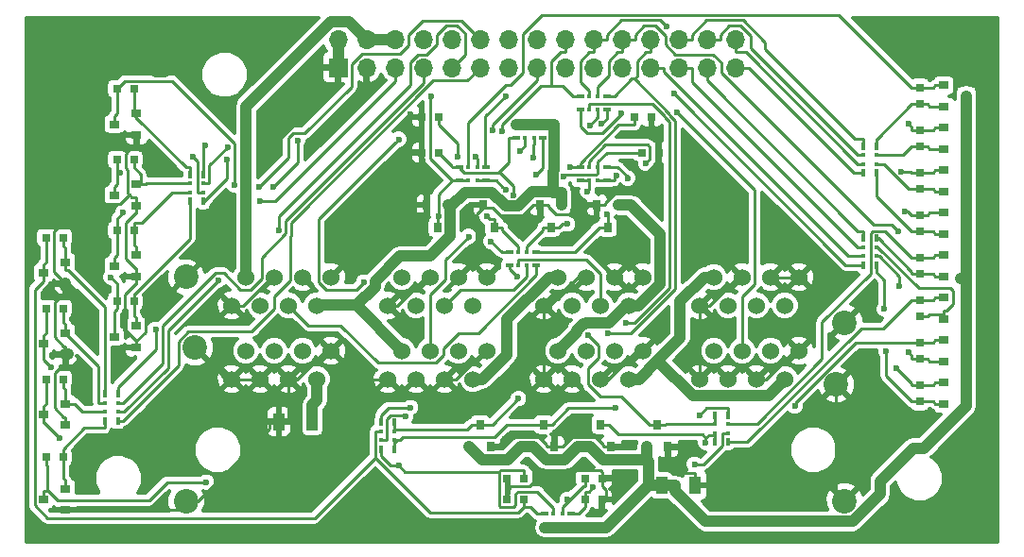
<source format=gbl>
G04 #@! TF.FileFunction,Copper,L2,Bot,Signal*
%FSLAX46Y46*%
G04 Gerber Fmt 4.6, Leading zero omitted, Abs format (unit mm)*
G04 Created by KiCad (PCBNEW 4.0.6) date 06/24/17 11:43:18*
%MOMM*%
%LPD*%
G01*
G04 APERTURE LIST*
%ADD10C,0.100000*%
%ADD11R,1.000000X1.600000*%
%ADD12R,0.800000X0.750000*%
%ADD13R,0.750000X0.800000*%
%ADD14R,0.800000X0.900000*%
%ADD15C,1.524000*%
%ADD16C,2.200000*%
%ADD17R,0.900000X0.800000*%
%ADD18R,0.400000X0.650000*%
%ADD19R,0.400000X0.450000*%
%ADD20R,0.650000X0.400000*%
%ADD21R,0.450000X0.400000*%
%ADD22R,1.700000X1.700000*%
%ADD23O,1.700000X1.700000*%
%ADD24C,0.600000*%
%ADD25C,1.000000*%
%ADD26C,0.250000*%
%ADD27C,0.300000*%
G04 APERTURE END LIST*
D10*
D11*
X155170000Y-114300000D03*
X152170000Y-114300000D03*
X186460000Y-120015000D03*
X189460000Y-120015000D03*
D12*
X131330000Y-97790000D03*
X132830000Y-97790000D03*
X131330000Y-104140000D03*
X132830000Y-104140000D03*
X131330000Y-110490000D03*
X132830000Y-110490000D03*
X131330000Y-117475000D03*
X132830000Y-117475000D03*
D13*
X209550000Y-111010000D03*
X209550000Y-112510000D03*
X209550000Y-107200000D03*
X209550000Y-108700000D03*
X209550000Y-103390000D03*
X209550000Y-104890000D03*
X209550000Y-99580000D03*
X209550000Y-101080000D03*
D12*
X174105000Y-121285000D03*
X172605000Y-121285000D03*
X174105000Y-119380000D03*
X172605000Y-119380000D03*
X179590000Y-119380000D03*
X181090000Y-119380000D03*
X179590000Y-121285000D03*
X181090000Y-121285000D03*
X137680000Y-84455000D03*
X139180000Y-84455000D03*
X137680000Y-90805000D03*
X139180000Y-90805000D03*
X137680000Y-97155000D03*
X139180000Y-97155000D03*
X137680000Y-103505000D03*
X139180000Y-103505000D03*
D13*
X209550000Y-95770000D03*
X209550000Y-97270000D03*
X209550000Y-91960000D03*
X209550000Y-93460000D03*
X209550000Y-88150000D03*
X209550000Y-89650000D03*
X209550000Y-84340000D03*
X209550000Y-85840000D03*
D12*
X184670000Y-90170000D03*
X186170000Y-90170000D03*
X184035000Y-86995000D03*
X185535000Y-86995000D03*
X166485000Y-86995000D03*
X164985000Y-86995000D03*
X166485000Y-90170000D03*
X164985000Y-90170000D03*
D14*
X171130000Y-116570000D03*
X169230000Y-116570000D03*
X170180000Y-114570000D03*
X176845000Y-116570000D03*
X174945000Y-116570000D03*
X175895000Y-114570000D03*
X181925000Y-116570000D03*
X180025000Y-116570000D03*
X180975000Y-114570000D03*
X187005000Y-116570000D03*
X185105000Y-116570000D03*
X186055000Y-114570000D03*
X180660000Y-94885000D03*
X182560000Y-94885000D03*
X181610000Y-96885000D03*
X175580000Y-94885000D03*
X177480000Y-94885000D03*
X176530000Y-96885000D03*
X170500000Y-94885000D03*
X172400000Y-94885000D03*
X171450000Y-96885000D03*
X165420000Y-94885000D03*
X167320000Y-94885000D03*
X166370000Y-96885000D03*
D15*
X147955000Y-110490000D03*
X149225000Y-107950000D03*
X150495000Y-110490000D03*
X151765000Y-107950000D03*
X153035000Y-110490000D03*
X154305000Y-107950000D03*
X155575000Y-110490000D03*
X156845000Y-107950000D03*
X161925000Y-110490000D03*
X163195000Y-107950000D03*
X164465000Y-110490000D03*
X165735000Y-107950000D03*
X167005000Y-110490000D03*
X168275000Y-107950000D03*
X169545000Y-110490000D03*
X170815000Y-107950000D03*
X175895000Y-110490000D03*
X177165000Y-107950000D03*
X178435000Y-110490000D03*
X179705000Y-107950000D03*
X180975000Y-110490000D03*
X182245000Y-107950000D03*
X183515000Y-110490000D03*
X184785000Y-107950000D03*
X189865000Y-110490000D03*
X191135000Y-107950000D03*
X192405000Y-110490000D03*
X193675000Y-107950000D03*
X194945000Y-110490000D03*
X196215000Y-107950000D03*
X197485000Y-110490000D03*
X198755000Y-107950000D03*
X156845000Y-101346000D03*
X155575000Y-103886000D03*
X154305000Y-101346000D03*
X153035000Y-103886000D03*
X151765000Y-101346000D03*
X150495000Y-103886000D03*
X149225000Y-101346000D03*
X147955000Y-103886000D03*
X170815000Y-101346000D03*
X169545000Y-103886000D03*
X168275000Y-101346000D03*
X167005000Y-103886000D03*
X165735000Y-101346000D03*
X164465000Y-103886000D03*
X163195000Y-101346000D03*
X161925000Y-103886000D03*
X184785000Y-101346000D03*
X183515000Y-103886000D03*
X182245000Y-101346000D03*
X180975000Y-103886000D03*
X179705000Y-101346000D03*
X178435000Y-103886000D03*
X177165000Y-101346000D03*
X175895000Y-103886000D03*
X198755000Y-101346000D03*
X197485000Y-103886000D03*
X196215000Y-101346000D03*
X194945000Y-103886000D03*
X193675000Y-101346000D03*
X192405000Y-103886000D03*
X191135000Y-101346000D03*
X189865000Y-103886000D03*
D16*
X144655000Y-107690000D03*
X143880000Y-101340000D03*
X143880000Y-121415000D03*
X202830000Y-121415000D03*
X202075000Y-110990000D03*
X202825000Y-105410000D03*
D17*
X133080000Y-100015000D03*
X133080000Y-101915000D03*
X131080000Y-100965000D03*
X133080000Y-106365000D03*
X133080000Y-108265000D03*
X131080000Y-107315000D03*
X133080000Y-112715000D03*
X133080000Y-114615000D03*
X131080000Y-113665000D03*
X133080000Y-120335000D03*
X133080000Y-122235000D03*
X131080000Y-121285000D03*
X211725000Y-112710000D03*
X211725000Y-110810000D03*
X213725000Y-111760000D03*
X211725000Y-108900000D03*
X211725000Y-107000000D03*
X213725000Y-107950000D03*
X211725000Y-105090000D03*
X211725000Y-103190000D03*
X213725000Y-104140000D03*
X211725000Y-101280000D03*
X211725000Y-99380000D03*
X213725000Y-100330000D03*
X139430000Y-86680000D03*
X139430000Y-88580000D03*
X137430000Y-87630000D03*
X139430000Y-93030000D03*
X139430000Y-94930000D03*
X137430000Y-93980000D03*
X139430000Y-99380000D03*
X139430000Y-101280000D03*
X137430000Y-100330000D03*
X139430000Y-105730000D03*
X139430000Y-107630000D03*
X137430000Y-106680000D03*
X211725000Y-97470000D03*
X211725000Y-95570000D03*
X213725000Y-96520000D03*
X211725000Y-93660000D03*
X211725000Y-91760000D03*
X213725000Y-92710000D03*
X211725000Y-89850000D03*
X211725000Y-87950000D03*
X213725000Y-88900000D03*
X211725000Y-86040000D03*
X211725000Y-84140000D03*
X213725000Y-85090000D03*
D18*
X136560000Y-111830000D03*
X137760000Y-111830000D03*
X136560000Y-114230000D03*
X137760000Y-114230000D03*
D19*
X136560000Y-112630000D03*
X136560000Y-113430000D03*
X137760000Y-113430000D03*
X137760000Y-112630000D03*
D18*
X205705000Y-100260000D03*
X204505000Y-100260000D03*
X205705000Y-97860000D03*
X204505000Y-97860000D03*
D19*
X205705000Y-99460000D03*
X205705000Y-98660000D03*
X204505000Y-98660000D03*
X204505000Y-99460000D03*
D18*
X161325000Y-114370000D03*
X162525000Y-114370000D03*
X161325000Y-116770000D03*
X162525000Y-116770000D03*
D19*
X161325000Y-115170000D03*
X161325000Y-115970000D03*
X162525000Y-115970000D03*
X162525000Y-115170000D03*
D18*
X192370000Y-116135000D03*
X191170000Y-116135000D03*
X192370000Y-113735000D03*
X191170000Y-113735000D03*
D19*
X192370000Y-115335000D03*
X192370000Y-114535000D03*
X191170000Y-114535000D03*
X191170000Y-115335000D03*
D20*
X178365000Y-122590000D03*
X178365000Y-123790000D03*
X175965000Y-122590000D03*
X175965000Y-123790000D03*
D21*
X177565000Y-122590000D03*
X176765000Y-122590000D03*
X176765000Y-123790000D03*
X177565000Y-123790000D03*
D20*
X179140000Y-86325000D03*
X179140000Y-85125000D03*
X181540000Y-86325000D03*
X181540000Y-85125000D03*
D21*
X179940000Y-86325000D03*
X180740000Y-86325000D03*
X180740000Y-85125000D03*
X179940000Y-85125000D03*
D18*
X144180000Y-92145000D03*
X145380000Y-92145000D03*
X144180000Y-94545000D03*
X145380000Y-94545000D03*
D19*
X144180000Y-92945000D03*
X144180000Y-93745000D03*
X145380000Y-93745000D03*
X145380000Y-92945000D03*
D18*
X205705000Y-92005000D03*
X204505000Y-92005000D03*
X205705000Y-89605000D03*
X204505000Y-89605000D03*
D19*
X205705000Y-91205000D03*
X205705000Y-90405000D03*
X204505000Y-90405000D03*
X204505000Y-91205000D03*
D20*
X181540000Y-91475000D03*
X181540000Y-92675000D03*
X179140000Y-91475000D03*
X179140000Y-92675000D03*
D21*
X180740000Y-91475000D03*
X179940000Y-91475000D03*
X179940000Y-92675000D03*
X180740000Y-92675000D03*
D20*
X170745000Y-91475000D03*
X170745000Y-92675000D03*
X168345000Y-91475000D03*
X168345000Y-92675000D03*
D21*
X169945000Y-91475000D03*
X169145000Y-91475000D03*
X169145000Y-92675000D03*
X169945000Y-92675000D03*
D20*
X173425000Y-88865000D03*
X173425000Y-87665000D03*
X175825000Y-88865000D03*
X175825000Y-87665000D03*
D21*
X174225000Y-88865000D03*
X175025000Y-88865000D03*
X175025000Y-87665000D03*
X174225000Y-87665000D03*
D20*
X172790000Y-100295000D03*
X172790000Y-99095000D03*
X175190000Y-100295000D03*
X175190000Y-99095000D03*
D21*
X173590000Y-100295000D03*
X174390000Y-100295000D03*
X174390000Y-99095000D03*
X173590000Y-99095000D03*
D22*
X157480000Y-82550000D03*
D23*
X157480000Y-80010000D03*
X160020000Y-82550000D03*
X160020000Y-80010000D03*
X162560000Y-82550000D03*
X162560000Y-80010000D03*
X165100000Y-82550000D03*
X165100000Y-80010000D03*
X167640000Y-82550000D03*
X167640000Y-80010000D03*
X170180000Y-82550000D03*
X170180000Y-80010000D03*
X172720000Y-82550000D03*
X172720000Y-80010000D03*
X175260000Y-82550000D03*
X175260000Y-80010000D03*
X177800000Y-82550000D03*
X177800000Y-80010000D03*
X180340000Y-82550000D03*
X180340000Y-80010000D03*
X182880000Y-82550000D03*
X182880000Y-80010000D03*
X185420000Y-82550000D03*
X185420000Y-80010000D03*
X187960000Y-82550000D03*
X187960000Y-80010000D03*
X190500000Y-82550000D03*
X190500000Y-80010000D03*
X193040000Y-82550000D03*
X193040000Y-80010000D03*
D24*
X134683500Y-109601000D03*
X148145500Y-79057500D03*
X141922500Y-82929698D03*
X138176000Y-79946500D03*
X135382000Y-83058000D03*
X130810000Y-84201000D03*
X134937500Y-87947500D03*
X130873500Y-90106500D03*
X133667500Y-93218000D03*
X130619500Y-94996000D03*
X135382000Y-106553000D03*
X134747000Y-103822500D03*
X157861000Y-96139000D03*
X163703000Y-97726500D03*
X162369500Y-96647000D03*
X160147000Y-96202500D03*
X164401500Y-91630500D03*
X162052000Y-91630500D03*
X151066496Y-89281000D03*
X154368500Y-84328000D03*
X152146000Y-86106000D03*
X150558500Y-90551000D03*
X163954900Y-86737000D03*
X172425600Y-115823400D03*
X174831500Y-118222800D03*
X213205600Y-101476700D03*
X162912400Y-118243300D03*
X131742000Y-109420700D03*
X189386400Y-118117600D03*
X177961800Y-121297600D03*
X132548000Y-115738400D03*
X180312600Y-120177800D03*
X145660900Y-119723600D03*
X189847700Y-113716700D03*
X163949200Y-113042100D03*
X207456000Y-109472300D03*
X206393400Y-104204000D03*
X206551000Y-108025700D03*
X163538600Y-113796300D03*
X198380000Y-112898400D03*
X207750600Y-102127600D03*
X208529700Y-108093500D03*
X148187600Y-93081010D03*
X175219100Y-92184600D03*
X177691500Y-92310000D03*
X178242100Y-91448900D03*
X137990700Y-91997600D03*
X174910700Y-90628000D03*
X151665919Y-93227702D03*
X153860500Y-89090500D03*
X173769700Y-90007600D03*
X138243700Y-95536600D03*
X168156100Y-90504800D03*
X169744100Y-90587500D03*
X173153476Y-93979173D03*
X137142800Y-101345300D03*
X183404500Y-92452200D03*
X208189800Y-95414900D03*
X185011100Y-91110100D03*
X207889700Y-91869900D03*
X172484000Y-85090700D03*
X208563400Y-87606700D03*
X181633200Y-106412100D03*
X173616000Y-112233800D03*
X207597900Y-97202200D03*
X182339700Y-113078400D03*
X186856600Y-78878100D03*
X190396500Y-116166900D03*
X162891904Y-88981596D03*
X172193000Y-88256800D03*
X159783600Y-101774100D03*
X179851200Y-106550600D03*
X182377000Y-92217900D03*
X181547600Y-95722500D03*
X179812300Y-93655000D03*
X178009100Y-96583400D03*
X150431874Y-93253978D03*
X172490771Y-93531021D03*
X170829500Y-95909600D03*
X166475100Y-95885000D03*
X171153600Y-98130200D03*
X165829600Y-85127900D03*
X181044800Y-87619700D03*
X179995100Y-87731300D03*
X169154500Y-97701800D03*
X183212400Y-105475300D03*
X182803000Y-86619000D03*
X187784800Y-86543700D03*
X173479900Y-101279900D03*
X150496893Y-94503990D03*
X141159900Y-106011000D03*
X187548200Y-84892800D03*
X147525100Y-90768300D03*
X152161032Y-97139010D03*
X146719900Y-101625500D03*
X144437700Y-90512300D03*
X171338300Y-88168800D03*
X147580000Y-89662800D03*
X145598600Y-89556400D03*
D25*
X134747000Y-109664500D02*
X134747000Y-109982000D01*
X134683500Y-109601000D02*
X134747000Y-109664500D01*
X141159198Y-82929698D02*
X141922500Y-82929698D01*
X138176000Y-79946500D02*
X141159198Y-82929698D01*
X131953000Y-83058000D02*
X135382000Y-83058000D01*
X130810000Y-84201000D02*
X131953000Y-83058000D01*
X133032500Y-87947500D02*
X134937500Y-87947500D01*
X130873500Y-90106500D02*
X133032500Y-87947500D01*
X132397500Y-93218000D02*
X133667500Y-93218000D01*
X130619500Y-94996000D02*
X132397500Y-93218000D01*
X189226700Y-111953000D02*
X186079400Y-108805600D01*
X196022000Y-111953000D02*
X189226700Y-111953000D01*
X197485000Y-110490000D02*
X196022000Y-111953000D01*
X188112200Y-106772800D02*
X186079400Y-108805600D01*
X188112200Y-103535500D02*
X188112200Y-106772800D01*
X190301700Y-101346000D02*
X188112200Y-103535500D01*
X191135000Y-101346000D02*
X190301700Y-101346000D01*
X184395000Y-110490000D02*
X183515000Y-110490000D01*
X186079400Y-108805600D02*
X184395000Y-110490000D01*
X170417000Y-110490000D02*
X169545000Y-110490000D01*
X172615600Y-108291400D02*
X170417000Y-110490000D01*
X172615600Y-105094800D02*
X172615600Y-108291400D01*
X176364400Y-101346000D02*
X172615600Y-105094800D01*
X177165000Y-101346000D02*
X176364400Y-101346000D01*
X162560000Y-80010000D02*
X160020000Y-80010000D01*
X155575000Y-112394700D02*
X155170000Y-112799700D01*
X155575000Y-110490000D02*
X155575000Y-112394700D01*
X155170000Y-114300000D02*
X155170000Y-112799700D01*
X158469600Y-78459600D02*
X160020000Y-80010000D01*
X156833400Y-78459600D02*
X158469600Y-78459600D01*
X149225000Y-86068000D02*
X156833400Y-78459600D01*
X149225000Y-101346000D02*
X149225000Y-86068000D01*
X133080000Y-108265000D02*
X133284000Y-108265000D01*
X133080000Y-101915000D02*
X133080000Y-102155500D01*
X133080000Y-102155500D02*
X134747000Y-103822500D01*
X134874000Y-106045000D02*
X134620000Y-106045000D01*
X135382000Y-106553000D02*
X134874000Y-106045000D01*
X163703000Y-97726500D02*
X163449000Y-97726500D01*
X162369500Y-96647000D02*
X163449000Y-97726500D01*
X157924500Y-96202500D02*
X160147000Y-96202500D01*
X157924500Y-96202500D02*
X157861000Y-96139000D01*
X162052000Y-91630500D02*
X164401500Y-91630500D01*
D26*
X171300700Y-95160000D02*
X171944886Y-95804186D01*
X174930000Y-94885000D02*
X175580000Y-94885000D01*
X170500000Y-95160000D02*
X171300700Y-95160000D01*
X171944886Y-95804186D02*
X174010814Y-95804186D01*
X174010814Y-95804186D02*
X174930000Y-94885000D01*
X152146000Y-86106000D02*
X152146000Y-88201496D01*
X152146000Y-88201496D02*
X151366495Y-88981001D01*
X151366495Y-88981001D02*
X151066496Y-89281000D01*
X157480000Y-82550000D02*
X157480000Y-83693000D01*
X150622000Y-90551000D02*
X150558500Y-90551000D01*
X157480000Y-83693000D02*
X150622000Y-90551000D01*
D25*
X157480000Y-80010000D02*
X157480000Y-82550000D01*
D26*
X196215000Y-101346000D02*
X198755000Y-101346000D01*
X148957200Y-103886000D02*
X147955000Y-103886000D01*
X151497200Y-101346000D02*
X148957200Y-103886000D01*
X151765000Y-101346000D02*
X151497200Y-101346000D01*
X184150000Y-107950000D02*
X184785000Y-107950000D01*
X181610000Y-110490000D02*
X184150000Y-107950000D01*
X180975000Y-110490000D02*
X181610000Y-110490000D01*
X185535000Y-86995000D02*
X185535000Y-87695300D01*
X186170000Y-88330300D02*
X186170000Y-90170000D01*
X185535000Y-87695300D02*
X186170000Y-88330300D01*
X181090000Y-119380000D02*
X181090000Y-118792300D01*
X190706300Y-103886000D02*
X189865000Y-103886000D01*
X193246300Y-101346000D02*
X190706300Y-103886000D01*
X193675000Y-101346000D02*
X193246300Y-101346000D01*
X189865000Y-103886000D02*
X189865000Y-110490000D01*
X176384200Y-103886000D02*
X175895000Y-103886000D01*
X178924200Y-101346000D02*
X176384200Y-103886000D01*
X179705000Y-101346000D02*
X178924200Y-101346000D01*
X186170000Y-90873700D02*
X186170000Y-90170000D01*
X183220800Y-93822900D02*
X186170000Y-90873700D01*
X182266100Y-93822900D02*
X183220800Y-93822900D01*
X181385300Y-94703700D02*
X182266100Y-93822900D01*
X181385300Y-94885000D02*
X181385300Y-94703700D01*
X180660000Y-94885000D02*
X181385300Y-94885000D01*
X133080000Y-114615000D02*
X133080000Y-113889700D01*
X170547200Y-107950000D02*
X170815000Y-107950000D01*
X168007200Y-110490000D02*
X170547200Y-107950000D01*
X167005000Y-110490000D02*
X168007200Y-110490000D01*
X175895000Y-103886000D02*
X175895000Y-110490000D01*
X133080000Y-108967100D02*
X133080000Y-108627600D01*
X132104600Y-109942500D02*
X133080000Y-108967100D01*
X132104600Y-113095600D02*
X132104600Y-109942500D01*
X132898700Y-113889700D02*
X132104600Y-113095600D01*
X133080000Y-113889700D02*
X132898700Y-113889700D01*
X133080000Y-108265000D02*
X133080000Y-108627600D01*
X153035000Y-114260300D02*
X152995300Y-114300000D01*
X153035000Y-110490000D02*
X153035000Y-114260300D01*
X152170000Y-114300000D02*
X152995300Y-114300000D01*
X152170000Y-114300000D02*
X151344700Y-114300000D01*
X181090000Y-121285000D02*
X181452700Y-121285000D01*
X181452700Y-120443000D02*
X181090000Y-120080300D01*
X181452700Y-121285000D02*
X181452700Y-120443000D01*
X181090000Y-119380000D02*
X181090000Y-120080300D01*
X198326300Y-107950000D02*
X198755000Y-107950000D01*
X195786300Y-110490000D02*
X198326300Y-107950000D01*
X194945000Y-110490000D02*
X195786300Y-110490000D01*
X139430000Y-88580000D02*
X139430000Y-89305300D01*
X139430000Y-94930000D02*
X139430000Y-94204700D01*
X138997700Y-94204700D02*
X138757800Y-93964800D01*
X139430000Y-94204700D02*
X138997700Y-94204700D01*
X172605000Y-119380000D02*
X172605000Y-120080300D01*
X172605000Y-120080300D02*
X172605000Y-121285000D01*
X132898700Y-107539700D02*
X133080000Y-107539700D01*
X132104600Y-106745600D02*
X132898700Y-107539700D01*
X132104600Y-103615700D02*
X132104600Y-106745600D01*
X133080000Y-102640300D02*
X132104600Y-103615700D01*
X133080000Y-101915000D02*
X133080000Y-102640300D01*
X137974900Y-94747700D02*
X138757800Y-93964800D01*
X134561700Y-94747700D02*
X137974900Y-94747700D01*
X132061200Y-97248200D02*
X134561700Y-94747700D01*
X132061200Y-100896200D02*
X132061200Y-97248200D01*
X133080000Y-101915000D02*
X132061200Y-100896200D01*
X133080000Y-108265000D02*
X133080000Y-107539700D01*
X164985000Y-86995000D02*
X164985000Y-87695300D01*
X139430000Y-101280000D02*
X139430000Y-100554700D01*
X139430000Y-94930000D02*
X139430000Y-95655300D01*
X164985000Y-89469700D02*
X164985000Y-87695300D01*
X164001700Y-86737000D02*
X164259700Y-86995000D01*
X163954900Y-86737000D02*
X164001700Y-86737000D01*
X164985000Y-86995000D02*
X164259700Y-86995000D01*
X171130000Y-116570000D02*
X171855300Y-116570000D01*
X174831500Y-118222800D02*
X175288400Y-118679700D01*
X180977400Y-118679700D02*
X175288400Y-118679700D01*
X181090000Y-118792300D02*
X180977400Y-118679700D01*
X174643600Y-120080300D02*
X172605000Y-120080300D01*
X175288400Y-119435500D02*
X174643600Y-120080300D01*
X175288400Y-118679700D02*
X175288400Y-119435500D01*
X171855300Y-116393700D02*
X172425600Y-115823400D01*
X171855300Y-116570000D02*
X171855300Y-116393700D01*
X176119700Y-116388700D02*
X176119700Y-116570000D01*
X175445000Y-115714000D02*
X176119700Y-116388700D01*
X172535000Y-115714000D02*
X175445000Y-115714000D01*
X172425600Y-115823400D02*
X172535000Y-115714000D01*
X176845000Y-116570000D02*
X176119700Y-116570000D01*
X178439400Y-115700900D02*
X177570300Y-116570000D01*
X180511900Y-115700900D02*
X178439400Y-115700900D01*
X181199700Y-116388700D02*
X180511900Y-115700900D01*
X181199700Y-116570000D02*
X181199700Y-116388700D01*
X176845000Y-116570000D02*
X177570300Y-116570000D01*
X150495000Y-110490000D02*
X147955000Y-110490000D01*
X144853900Y-121415000D02*
X143880000Y-121415000D01*
X151344700Y-114924200D02*
X144853900Y-121415000D01*
X151344700Y-114300000D02*
X151344700Y-114924200D01*
X143060000Y-122235000D02*
X133080000Y-122235000D01*
X143880000Y-121415000D02*
X143060000Y-122235000D01*
X139269200Y-95655300D02*
X139430000Y-95655300D01*
X138454600Y-96469900D02*
X139269200Y-95655300D01*
X138454600Y-99732600D02*
X138454600Y-96469900D01*
X139276700Y-100554700D02*
X138454600Y-99732600D01*
X139430000Y-100554700D02*
X139276700Y-100554700D01*
X164985000Y-89819800D02*
X164985000Y-89469700D01*
X164985000Y-89819800D02*
X164985000Y-90170000D01*
X164985000Y-93674700D02*
X165420000Y-94109700D01*
X164985000Y-90170000D02*
X164985000Y-93674700D01*
X165420000Y-94885000D02*
X165420000Y-94109700D01*
X165420000Y-94885000D02*
X165420000Y-95660300D01*
X165306300Y-101346000D02*
X165735000Y-101346000D01*
X162766300Y-103886000D02*
X165306300Y-101346000D01*
X161925000Y-103886000D02*
X162766300Y-103886000D01*
X138454600Y-90280700D02*
X139430000Y-89305300D01*
X138454600Y-91577100D02*
X138454600Y-90280700D01*
X138616000Y-91738500D02*
X138454600Y-91577100D01*
X138616000Y-93823000D02*
X138616000Y-91738500D01*
X138757800Y-93964800D02*
X138616000Y-93823000D01*
X162530700Y-95660300D02*
X156845000Y-101346000D01*
X165420000Y-95660300D02*
X162530700Y-95660300D01*
X156284400Y-107950000D02*
X156845000Y-107950000D01*
X153744400Y-110490000D02*
X156284400Y-107950000D01*
X153035000Y-110490000D02*
X153744400Y-110490000D01*
X159385000Y-110490000D02*
X161925000Y-110490000D01*
X156845000Y-107950000D02*
X159385000Y-110490000D01*
X179101800Y-95717900D02*
X179934700Y-94885000D01*
X176956900Y-95717900D02*
X179101800Y-95717900D01*
X176305300Y-95066300D02*
X176956900Y-95717900D01*
X176305300Y-94885000D02*
X176305300Y-95066300D01*
X175580000Y-94885000D02*
X176305300Y-94885000D01*
X180660000Y-94885000D02*
X179934700Y-94885000D01*
X181562400Y-116570000D02*
X181199700Y-116570000D01*
X169179300Y-100441700D02*
X169910700Y-100441700D01*
X168275000Y-101346000D02*
X169179300Y-100441700D01*
X169910700Y-100441700D02*
X170815000Y-101346000D01*
X170500000Y-95160000D02*
X170500000Y-94885000D01*
X169910700Y-95749300D02*
X170500000Y-95160000D01*
X169910700Y-100441700D02*
X169910700Y-95749300D01*
X188549400Y-118889700D02*
X187005000Y-117345300D01*
X189460000Y-118889700D02*
X188549400Y-118889700D01*
X187005000Y-116570000D02*
X187005000Y-117345300D01*
X189460000Y-120015000D02*
X189460000Y-118889700D01*
X181562400Y-116570000D02*
X181925000Y-116570000D01*
X189460000Y-120015000D02*
X190285300Y-120015000D01*
X202075000Y-120015000D02*
X190285300Y-120015000D01*
X202075000Y-110990000D02*
X202075000Y-120015000D01*
X202075000Y-120660000D02*
X202830000Y-121415000D01*
X202075000Y-120015000D02*
X202075000Y-120660000D01*
X139430000Y-107630000D02*
X139430000Y-107267300D01*
X139430000Y-101280000D02*
X139430000Y-102005300D01*
X147455000Y-110490000D02*
X147955000Y-110490000D01*
X144655000Y-107690000D02*
X147455000Y-110490000D01*
X140205400Y-106275300D02*
X139420900Y-107059800D01*
X140205400Y-105014600D02*
X140205400Y-106275300D01*
X143880000Y-101340000D02*
X140205400Y-105014600D01*
X139430000Y-107068900D02*
X139420900Y-107059800D01*
X139430000Y-107267300D02*
X139430000Y-107068900D01*
X139339300Y-102005300D02*
X139430000Y-102005300D01*
X138408300Y-102936300D02*
X139339300Y-102005300D01*
X138408300Y-106047200D02*
X138408300Y-102936300D01*
X139420900Y-107059800D02*
X138408300Y-106047200D01*
D25*
X174892553Y-93720100D02*
X176691200Y-93720100D01*
X172494175Y-94979175D02*
X173633478Y-94979175D01*
X172400000Y-94885000D02*
X172494175Y-94979175D01*
X171244500Y-93729500D02*
X172400000Y-94885000D01*
X167492900Y-95057900D02*
X168821300Y-93729500D01*
X173633478Y-94979175D02*
X174892553Y-93720100D01*
X168821300Y-93729500D02*
X171244500Y-93729500D01*
X176765000Y-123790000D02*
X175965000Y-123790000D01*
X176765000Y-123790000D02*
X177565000Y-123790000D01*
X213725000Y-85090000D02*
X213725000Y-88900000D01*
X213725000Y-88900000D02*
X213725000Y-92710000D01*
X213725000Y-92710000D02*
X213725000Y-96520000D01*
X213725000Y-96520000D02*
X213725000Y-100330000D01*
X172694300Y-117720400D02*
X173844700Y-116570000D01*
X170380400Y-117720400D02*
X172694300Y-117720400D01*
X169230000Y-116570000D02*
X170380400Y-117720400D01*
X174945000Y-116570000D02*
X173844700Y-116570000D01*
X175025000Y-87665000D02*
X175825000Y-87665000D01*
X175825000Y-87665000D02*
X176850300Y-87665000D01*
X184364000Y-103886000D02*
X183515000Y-103886000D01*
X186304300Y-101945700D02*
X184364000Y-103886000D01*
X186304300Y-97529000D02*
X186304300Y-101945700D01*
X183660300Y-94885000D02*
X186304300Y-97529000D01*
X176691200Y-91895700D02*
X176691200Y-93720100D01*
X176850300Y-91736600D02*
X176691200Y-91895700D01*
X176850300Y-87665000D02*
X176850300Y-91736600D01*
X176705800Y-93734700D02*
X176691200Y-93720100D01*
X177480000Y-93734700D02*
X176705800Y-93734700D01*
X167320000Y-94885000D02*
X167492900Y-95057900D01*
X213252000Y-101430300D02*
X213725000Y-101430300D01*
X213205600Y-101476700D02*
X213252000Y-101430300D01*
X213725000Y-100330000D02*
X213725000Y-101430300D01*
X213725000Y-107950000D02*
X213725000Y-104140000D01*
X213725000Y-104140000D02*
X213725000Y-101430300D01*
X185259700Y-117875000D02*
X185105000Y-117720300D01*
X185259700Y-120015000D02*
X185259700Y-117875000D01*
X186460000Y-120015000D02*
X185259700Y-120015000D01*
X177565000Y-123790000D02*
X178365000Y-123790000D01*
X181484700Y-123790000D02*
X185259700Y-120015000D01*
X178365000Y-123790000D02*
X181484700Y-123790000D01*
X185105000Y-116570000D02*
X185105000Y-117420200D01*
X185105000Y-117420200D02*
X185105000Y-117720300D01*
X175025000Y-87665000D02*
X174225000Y-87665000D01*
X174225000Y-87665000D02*
X173425000Y-87665000D01*
X181175300Y-117720300D02*
X180025000Y-116570000D01*
X185105000Y-117720300D02*
X181175300Y-117720300D01*
X176095400Y-117720400D02*
X174945000Y-116570000D01*
X177774300Y-117720400D02*
X176095400Y-117720400D01*
X178924700Y-116570000D02*
X177774300Y-117720400D01*
X180025000Y-116570000D02*
X178924700Y-116570000D01*
X177480000Y-94885000D02*
X177480000Y-93734700D01*
X213725000Y-107950000D02*
X213725000Y-111760000D01*
X187660300Y-120540100D02*
X187660300Y-120015000D01*
X190385500Y-123265300D02*
X187660300Y-120540100D01*
X203531900Y-123265300D02*
X190385500Y-123265300D01*
X206016200Y-120781000D02*
X203531900Y-123265300D01*
X206016200Y-119658200D02*
X206016200Y-120781000D01*
X208987600Y-116686800D02*
X206016200Y-119658200D01*
X209898500Y-116686800D02*
X208987600Y-116686800D01*
X213725000Y-112860300D02*
X209898500Y-116686800D01*
X213725000Y-111760000D02*
X213725000Y-112860300D01*
X186460000Y-120015000D02*
X187660300Y-120015000D01*
X178850900Y-106264100D02*
X177165000Y-107950000D01*
X178850900Y-106136300D02*
X178850900Y-106264100D01*
X179436900Y-105550300D02*
X178850900Y-106136300D01*
X179564700Y-105550300D02*
X179436900Y-105550300D01*
X179703200Y-105411800D02*
X179564700Y-105550300D01*
X181758400Y-105411800D02*
X179703200Y-105411800D01*
X183284200Y-103886000D02*
X181758400Y-105411800D01*
X183515000Y-103886000D02*
X183284200Y-103886000D01*
X155596100Y-103864900D02*
X159109900Y-103864900D01*
X155575000Y-103886000D02*
X155596100Y-103864900D01*
X163195000Y-107950000D02*
X159109900Y-103864900D01*
X167492900Y-97675700D02*
X167492900Y-95057900D01*
X165704900Y-99463700D02*
X167492900Y-97675700D01*
X163003100Y-99463700D02*
X165704900Y-99463700D01*
X160783900Y-101682900D02*
X163003100Y-99463700D01*
X160783900Y-102190900D02*
X160783900Y-101682900D01*
X159109900Y-103864900D02*
X160783900Y-102190900D01*
X182560000Y-94885000D02*
X183660300Y-94885000D01*
D26*
X175965000Y-122590000D02*
X175314700Y-122590000D01*
X174105000Y-121285000D02*
X174105000Y-121985300D01*
X131080000Y-100965000D02*
X131080000Y-100239700D01*
X131330000Y-99989700D02*
X131330000Y-97790000D01*
X131080000Y-100239700D02*
X131330000Y-99989700D01*
X161325000Y-115170000D02*
X160799700Y-115170000D01*
X174710000Y-121985300D02*
X174105000Y-121985300D01*
X175314700Y-122590000D02*
X174710000Y-121985300D01*
X131080000Y-100965000D02*
X131080000Y-101690300D01*
X130304600Y-102465700D02*
X131080000Y-101690300D01*
X130304600Y-121825200D02*
X130304600Y-102465700D01*
X131439800Y-122960400D02*
X130304600Y-121825200D01*
X155373700Y-122960400D02*
X131439800Y-122960400D01*
X160799700Y-117534400D02*
X155373700Y-122960400D01*
X165741800Y-122476500D02*
X160799700Y-117534400D01*
X173613800Y-122476500D02*
X165741800Y-122476500D01*
X174105000Y-121985300D02*
X173613800Y-122476500D01*
X160799700Y-117534400D02*
X160799700Y-115170000D01*
X133080000Y-98740300D02*
X132830000Y-98490300D01*
X133080000Y-100015000D02*
X133080000Y-98740300D01*
X132830000Y-97790000D02*
X132830000Y-98490300D01*
X133261300Y-100740300D02*
X133080000Y-100740300D01*
X136560000Y-104039000D02*
X133261300Y-100740300D01*
X136560000Y-111830000D02*
X136560000Y-104039000D01*
X133080000Y-100015000D02*
X133080000Y-100740300D01*
X176765000Y-122590000D02*
X176765000Y-122064700D01*
X174105000Y-119380000D02*
X174105000Y-118679700D01*
X161325000Y-116770000D02*
X161325000Y-117420300D01*
X171879600Y-121838500D02*
X171879600Y-118799700D01*
X172026500Y-121985400D02*
X171879600Y-121838500D01*
X173152700Y-121985400D02*
X172026500Y-121985400D01*
X173379600Y-121758500D02*
X173152700Y-121985400D01*
X173379600Y-120775300D02*
X173379600Y-121758500D01*
X173570300Y-120584600D02*
X173379600Y-120775300D01*
X175284900Y-120584600D02*
X173570300Y-120584600D01*
X176765000Y-122064700D02*
X175284900Y-120584600D01*
X171999600Y-118679700D02*
X174105000Y-118679700D01*
X171879600Y-118799700D02*
X171999600Y-118679700D01*
X162148000Y-118243300D02*
X161325000Y-117420300D01*
X162912400Y-118243300D02*
X162148000Y-118243300D01*
X163468800Y-118799700D02*
X171879600Y-118799700D01*
X162912400Y-118243300D02*
X163468800Y-118799700D01*
X131080000Y-108758700D02*
X131080000Y-107315000D01*
X131742000Y-109420700D02*
X131080000Y-108758700D01*
X131330000Y-106339700D02*
X131330000Y-104140000D01*
X131080000Y-106589700D02*
X131330000Y-106339700D01*
X131080000Y-107315000D02*
X131080000Y-106589700D01*
X136560000Y-112630000D02*
X136034700Y-112630000D01*
X136034700Y-109319700D02*
X133080000Y-106365000D01*
X136034700Y-112630000D02*
X136034700Y-109319700D01*
X132830000Y-105389700D02*
X132830000Y-104140000D01*
X133080000Y-105639700D02*
X132830000Y-105389700D01*
X133080000Y-106365000D02*
X133080000Y-105639700D01*
X131330000Y-112689700D02*
X131330000Y-110490000D01*
X131080000Y-112939700D02*
X131330000Y-112689700D01*
X131080000Y-113302300D02*
X131080000Y-112939700D01*
X131080000Y-113302300D02*
X131080000Y-113665000D01*
X192370000Y-115335000D02*
X191844700Y-115335000D01*
X179590000Y-119380000D02*
X179590000Y-120080300D01*
X177961800Y-121297600D02*
X178079700Y-121415500D01*
X177565000Y-121930200D02*
X178079700Y-121415500D01*
X177565000Y-122590000D02*
X177565000Y-121930200D01*
X179414900Y-120080300D02*
X179590000Y-120080300D01*
X178079700Y-121415500D02*
X179414900Y-120080300D01*
X131199900Y-114390300D02*
X131080000Y-114390300D01*
X132548000Y-115738400D02*
X131199900Y-114390300D01*
X131080000Y-113665000D02*
X131080000Y-114390300D01*
X190180200Y-118117600D02*
X189386400Y-118117600D01*
X191844700Y-116453100D02*
X190180200Y-118117600D01*
X191844700Y-115335000D02*
X191844700Y-116453100D01*
X134570300Y-113430000D02*
X136560000Y-113430000D01*
X133855300Y-112715000D02*
X134570300Y-113430000D01*
X133080000Y-111440300D02*
X132830000Y-111190300D01*
X133080000Y-112715000D02*
X133080000Y-111440300D01*
X132830000Y-110490000D02*
X132830000Y-111190300D01*
X133080000Y-112715000D02*
X133855300Y-112715000D01*
X131080000Y-121285000D02*
X131080000Y-120559700D01*
X131330000Y-117475000D02*
X131330000Y-118175300D01*
X179905700Y-120584700D02*
X180312600Y-120177800D01*
X179590000Y-120584700D02*
X179905700Y-120584700D01*
X179590000Y-121285000D02*
X179590000Y-120584700D01*
X179015300Y-122560000D02*
X179590000Y-121985300D01*
X179015300Y-122590000D02*
X179015300Y-122560000D01*
X178365000Y-122590000D02*
X179015300Y-122590000D01*
X179590000Y-121285000D02*
X179590000Y-121985300D01*
X132336600Y-121341100D02*
X131442600Y-120447100D01*
X140553900Y-121341100D02*
X132336600Y-121341100D01*
X142171400Y-119723600D02*
X140553900Y-121341100D01*
X145660900Y-119723600D02*
X142171400Y-119723600D01*
X131442600Y-118287900D02*
X131442600Y-120447100D01*
X131330000Y-118175300D02*
X131442600Y-118287900D01*
X131330000Y-120559700D02*
X131080000Y-120559700D01*
X131442600Y-120447100D02*
X131330000Y-120559700D01*
X190479700Y-113084700D02*
X192370000Y-113084700D01*
X189847700Y-113716700D02*
X190479700Y-113084700D01*
X192370000Y-113735000D02*
X192370000Y-113084700D01*
X134724400Y-114880300D02*
X132830000Y-116774700D01*
X136560000Y-114880300D02*
X134724400Y-114880300D01*
X136560000Y-114230000D02*
X136560000Y-114880300D01*
X132830000Y-117475000D02*
X132830000Y-116774700D01*
X132830000Y-119359700D02*
X132830000Y-117475000D01*
X133080000Y-119609700D02*
X132830000Y-119359700D01*
X133080000Y-120335000D02*
X133080000Y-119609700D01*
X210749700Y-111010000D02*
X210949700Y-110810000D01*
X209550000Y-111010000D02*
X210749700Y-111010000D01*
X211725000Y-110810000D02*
X210949700Y-110810000D01*
X163949200Y-113042200D02*
X163949200Y-113042100D01*
X162002500Y-113042200D02*
X163949200Y-113042200D01*
X161325000Y-113719700D02*
X162002500Y-113042200D01*
X208849700Y-110866000D02*
X208849700Y-111010000D01*
X207456000Y-109472300D02*
X208849700Y-110866000D01*
X209550000Y-111010000D02*
X208849700Y-111010000D01*
X161325000Y-114370000D02*
X161325000Y-113719700D01*
X210749700Y-112510000D02*
X210949700Y-112710000D01*
X209550000Y-112510000D02*
X210749700Y-112510000D01*
X211725000Y-112710000D02*
X210949700Y-112710000D01*
X206393400Y-101598700D02*
X206393400Y-104204000D01*
X205705000Y-100910300D02*
X206393400Y-101598700D01*
X206551000Y-110211300D02*
X208849700Y-112510000D01*
X206551000Y-108025700D02*
X206551000Y-110211300D01*
X209550000Y-112510000D02*
X208849700Y-112510000D01*
X205705000Y-100260000D02*
X205705000Y-100910300D01*
X210749700Y-107200000D02*
X210949700Y-107000000D01*
X209550000Y-107200000D02*
X210749700Y-107200000D01*
X211725000Y-107000000D02*
X210949700Y-107000000D01*
X163461900Y-113719600D02*
X163538600Y-113796300D01*
X162190300Y-113719600D02*
X163461900Y-113719600D01*
X161850300Y-114059600D02*
X162190300Y-113719600D01*
X161850300Y-115970000D02*
X161850300Y-114059600D01*
X203841400Y-107200000D02*
X209550000Y-107200000D01*
X198380000Y-112661400D02*
X203841400Y-107200000D01*
X198380000Y-112898400D02*
X198380000Y-112661400D01*
X161325000Y-115970000D02*
X161850300Y-115970000D01*
X209550000Y-108700000D02*
X210250300Y-108700000D01*
X210450300Y-108900000D02*
X211725000Y-108900000D01*
X210250300Y-108700000D02*
X210450300Y-108900000D01*
X207750600Y-101263600D02*
X207750600Y-102127600D01*
X205947000Y-99460000D02*
X207750600Y-101263600D01*
X205705000Y-99460000D02*
X205947000Y-99460000D01*
X208849700Y-108413500D02*
X208849700Y-108700000D01*
X208529700Y-108093500D02*
X208849700Y-108413500D01*
X209550000Y-108700000D02*
X208849700Y-108700000D01*
X210749700Y-103390000D02*
X210949700Y-103190000D01*
X209550000Y-103390000D02*
X210749700Y-103390000D01*
X211725000Y-103190000D02*
X210949700Y-103190000D01*
X206290900Y-105948800D02*
X208849700Y-103390000D01*
X204302100Y-105948800D02*
X206290900Y-105948800D01*
X194115900Y-116135000D02*
X204302100Y-105948800D01*
X192370000Y-116135000D02*
X194115900Y-116135000D01*
X209550000Y-103390000D02*
X208849700Y-103390000D01*
X211906300Y-104364700D02*
X211725000Y-104364700D01*
X212500400Y-103770600D02*
X211906300Y-104364700D01*
X212500400Y-102600000D02*
X212500400Y-103770600D01*
X212248900Y-102348500D02*
X212500400Y-102600000D01*
X209481200Y-102348500D02*
X212248900Y-102348500D01*
X205792700Y-98660000D02*
X209481200Y-102348500D01*
X205705000Y-98660000D02*
X205792700Y-98660000D01*
X211725000Y-105090000D02*
X211725000Y-104727300D01*
X211725000Y-104727300D02*
X211725000Y-104364700D01*
X210413000Y-104727300D02*
X210250300Y-104890000D01*
X211725000Y-104727300D02*
X210413000Y-104727300D01*
X209550000Y-104890000D02*
X210250300Y-104890000D01*
X206475200Y-97205500D02*
X208849700Y-99580000D01*
X205354500Y-97205500D02*
X206475200Y-97205500D01*
X205137700Y-97422300D02*
X205354500Y-97205500D01*
X205137700Y-101024300D02*
X205137700Y-97422300D01*
X200809900Y-105352100D02*
X205137700Y-101024300D01*
X200809900Y-108703000D02*
X200809900Y-105352100D01*
X194977900Y-114535000D02*
X200809900Y-108703000D01*
X192370000Y-114535000D02*
X194977900Y-114535000D01*
X210749700Y-99580000D02*
X210949700Y-99380000D01*
X209550000Y-99580000D02*
X210749700Y-99580000D01*
X211725000Y-99380000D02*
X210949700Y-99380000D01*
X209550000Y-99580000D02*
X208849700Y-99580000D01*
X210749700Y-101080000D02*
X209550000Y-101080000D01*
X210949700Y-101280000D02*
X210749700Y-101080000D01*
X211725000Y-101280000D02*
X210949700Y-101280000D01*
X208849700Y-100894200D02*
X208849700Y-101080000D01*
X205815500Y-97860000D02*
X208849700Y-100894200D01*
X205705000Y-97860000D02*
X205815500Y-97860000D01*
X209550000Y-101080000D02*
X208849700Y-101080000D01*
X137705000Y-84455000D02*
X138405300Y-83754700D01*
X142575100Y-83754700D02*
X148205400Y-89385000D01*
X148187600Y-92656746D02*
X148187600Y-93081010D01*
X148205400Y-92638946D02*
X148187600Y-92656746D01*
X138405300Y-83754700D02*
X142575100Y-83754700D01*
X137680000Y-84455000D02*
X137705000Y-84455000D01*
X148205400Y-89385000D02*
X148205400Y-92638946D01*
X175825000Y-91578700D02*
X175219100Y-92184600D01*
X175825000Y-88865000D02*
X175825000Y-91578700D01*
X180590700Y-92149600D02*
X180740000Y-92000300D01*
X177851900Y-92149600D02*
X180590700Y-92149600D01*
X177691500Y-92310000D02*
X177851900Y-92149600D01*
X181519700Y-90170000D02*
X184670000Y-90170000D01*
X180740000Y-90949700D02*
X181519700Y-90170000D01*
X180740000Y-91475000D02*
X180740000Y-90949700D01*
X180740000Y-91475000D02*
X180740000Y-92000300D01*
X137680000Y-86654700D02*
X137680000Y-84455000D01*
X137430000Y-86904700D02*
X137680000Y-86654700D01*
X137430000Y-87630000D02*
X137430000Y-86904700D01*
X139430000Y-86680000D02*
X139430000Y-87042600D01*
X139180000Y-86792600D02*
X139180000Y-84455000D01*
X139430000Y-87042600D02*
X139180000Y-86792600D01*
X143882100Y-91494700D02*
X139430000Y-87042600D01*
X144180000Y-91494700D02*
X143882100Y-91494700D01*
X144180000Y-92145000D02*
X144180000Y-91494700D01*
X178463600Y-91448900D02*
X178489700Y-91475000D01*
X178242100Y-91448900D02*
X178463600Y-91448900D01*
X179140000Y-91475000D02*
X178489700Y-91475000D01*
X184035000Y-86995000D02*
X184035000Y-87695300D01*
X182553100Y-87695300D02*
X184035000Y-87695300D01*
X179140000Y-91108400D02*
X182553100Y-87695300D01*
X179140000Y-91475000D02*
X179140000Y-91108400D01*
X137430000Y-93980000D02*
X137430000Y-93254700D01*
X137680000Y-90805000D02*
X137680000Y-91505300D01*
X137990700Y-91997600D02*
X137680000Y-91997600D01*
X137680000Y-91997600D02*
X137680000Y-91505300D01*
X137680000Y-93004700D02*
X137680000Y-91997600D01*
X137430000Y-93254700D02*
X137680000Y-93004700D01*
X174910700Y-89504600D02*
X174910700Y-90628000D01*
X175025000Y-89390300D02*
X174910700Y-89504600D01*
X175025000Y-88865000D02*
X175025000Y-89390300D01*
X140290300Y-92945000D02*
X140205300Y-93030000D01*
X144180000Y-92945000D02*
X140290300Y-92945000D01*
X139430000Y-93030000D02*
X139817700Y-93030000D01*
X139817700Y-93030000D02*
X140205300Y-93030000D01*
X139817700Y-92143000D02*
X139180000Y-91505300D01*
X139817700Y-93030000D02*
X139817700Y-92143000D01*
X139180000Y-90805000D02*
X139180000Y-91505300D01*
X153860500Y-91033121D02*
X151965918Y-92927703D01*
X151965918Y-92927703D02*
X151665919Y-93227702D01*
X153860500Y-89090500D02*
X153860500Y-91033121D01*
X174225000Y-89552300D02*
X173769700Y-90007600D01*
X174225000Y-88865000D02*
X174225000Y-89552300D01*
X137680000Y-99354700D02*
X137680000Y-97155000D01*
X137430000Y-99604700D02*
X137680000Y-99354700D01*
X137430000Y-100330000D02*
X137430000Y-99604700D01*
X137680000Y-96100300D02*
X137680000Y-97155000D01*
X138243700Y-95536600D02*
X137680000Y-96100300D01*
X166485000Y-86995000D02*
X166485000Y-87695300D01*
X168156100Y-89366400D02*
X166485000Y-87695300D01*
X168156100Y-90504800D02*
X168156100Y-89366400D01*
X169945000Y-90788400D02*
X169744100Y-90587500D01*
X169945000Y-91475000D02*
X169945000Y-90788400D01*
X139180000Y-98404700D02*
X139180000Y-97155000D01*
X139430000Y-98654700D02*
X139180000Y-98404700D01*
X139430000Y-99380000D02*
X139430000Y-98654700D01*
X139880300Y-96454700D02*
X139180000Y-96454700D01*
X142590000Y-93745000D02*
X139880300Y-96454700D01*
X144180000Y-93745000D02*
X142590000Y-93745000D01*
X139180000Y-97155000D02*
X139180000Y-96454700D01*
X173153476Y-93554909D02*
X173153476Y-93979173D01*
X171995652Y-92000400D02*
X173153476Y-93158224D01*
X171839000Y-92000400D02*
X171995652Y-92000400D01*
X173153476Y-93158224D02*
X173153476Y-93554909D01*
X172774700Y-91064700D02*
X171839000Y-92000400D01*
X172774700Y-88865000D02*
X172774700Y-91064700D01*
X173425000Y-88865000D02*
X172774700Y-88865000D01*
X137680000Y-101882500D02*
X137142800Y-101345300D01*
X137680000Y-103505000D02*
X137680000Y-101882500D01*
X137430000Y-104455300D02*
X137430000Y-106680000D01*
X137680000Y-104205300D02*
X137430000Y-104455300D01*
X137680000Y-103505000D02*
X137680000Y-104205300D01*
X168783300Y-92000400D02*
X171839000Y-92000400D01*
X168345000Y-91562100D02*
X168783300Y-92000400D01*
X168345000Y-91475000D02*
X168345000Y-91562100D01*
X167694700Y-91379700D02*
X166485000Y-90170000D01*
X167694700Y-91475000D02*
X167694700Y-91379700D01*
X168345000Y-91475000D02*
X167694700Y-91475000D01*
X139180000Y-103505000D02*
X139180000Y-102804700D01*
X139180000Y-104754700D02*
X139180000Y-103505000D01*
X139430000Y-105004700D02*
X139180000Y-104754700D01*
X139430000Y-105730000D02*
X139430000Y-105004700D01*
X139267500Y-102804700D02*
X139180000Y-102804700D01*
X144180000Y-97892200D02*
X139267500Y-102804700D01*
X144180000Y-95195300D02*
X144180000Y-97892200D01*
X144180000Y-94545000D02*
X144180000Y-95195300D01*
X210450300Y-95570000D02*
X210250300Y-95770000D01*
X211725000Y-95570000D02*
X210450300Y-95570000D01*
X209787600Y-95770000D02*
X210250300Y-95770000D01*
X209787600Y-95770000D02*
X209550000Y-95770000D01*
X208494600Y-95414900D02*
X208849700Y-95770000D01*
X208189800Y-95414900D02*
X208494600Y-95414900D01*
X209550000Y-95770000D02*
X208849700Y-95770000D01*
X181540000Y-91475000D02*
X182190300Y-91475000D01*
X182518500Y-91475000D02*
X182190300Y-91475000D01*
X183404500Y-92361000D02*
X182518500Y-91475000D01*
X183404500Y-92452200D02*
X183404500Y-92361000D01*
X205705000Y-92005000D02*
X205705000Y-92655300D01*
X210749700Y-97270000D02*
X210949700Y-97470000D01*
X209550000Y-97270000D02*
X210749700Y-97270000D01*
X211725000Y-97470000D02*
X210949700Y-97470000D01*
X209550000Y-97270000D02*
X208849700Y-97270000D01*
X205705000Y-94125300D02*
X205705000Y-92655300D01*
X208849700Y-97270000D02*
X205705000Y-94125300D01*
X210749700Y-91960000D02*
X210949700Y-91760000D01*
X209550000Y-91960000D02*
X210749700Y-91960000D01*
X211725000Y-91760000D02*
X210949700Y-91760000D01*
X185400800Y-90720400D02*
X185011100Y-91110100D01*
X185400800Y-89665700D02*
X185400800Y-90720400D01*
X185204700Y-89469600D02*
X185400800Y-89665700D01*
X181420100Y-89469600D02*
X185204700Y-89469600D01*
X179940000Y-90949700D02*
X181420100Y-89469600D01*
X208759600Y-91869900D02*
X208849700Y-91960000D01*
X207889700Y-91869900D02*
X208759600Y-91869900D01*
X209550000Y-91960000D02*
X208849700Y-91960000D01*
X179940000Y-91475000D02*
X179940000Y-90949700D01*
X209550000Y-93460000D02*
X210250300Y-93460000D01*
X210749700Y-93460000D02*
X210250300Y-93460000D01*
X210949700Y-93660000D02*
X210749700Y-93460000D01*
X211725000Y-93660000D02*
X210949700Y-93660000D01*
X209550000Y-93460000D02*
X208849700Y-93460000D01*
X208595500Y-93460000D02*
X208849700Y-93460000D01*
X206340500Y-91205000D02*
X208595500Y-93460000D01*
X205705000Y-91205000D02*
X206340500Y-91205000D01*
X210749700Y-88150000D02*
X210949700Y-87950000D01*
X209550000Y-88150000D02*
X210749700Y-88150000D01*
X211725000Y-87950000D02*
X210949700Y-87950000D01*
X208849700Y-87893000D02*
X208849700Y-88150000D01*
X208563400Y-87606700D02*
X208849700Y-87893000D01*
X209550000Y-88150000D02*
X208849700Y-88150000D01*
X170658600Y-91388600D02*
X170745000Y-91475000D01*
X170658600Y-86916100D02*
X170658600Y-91388600D01*
X172484000Y-85090700D02*
X170658600Y-86916100D01*
X208094700Y-90405000D02*
X208849700Y-89650000D01*
X205705000Y-90405000D02*
X208094700Y-90405000D01*
X209550000Y-89650000D02*
X208849700Y-89650000D01*
X210450300Y-89850000D02*
X210250300Y-89650000D01*
X211725000Y-89850000D02*
X210450300Y-89850000D01*
X209550000Y-89650000D02*
X210250300Y-89650000D01*
X210749700Y-84340000D02*
X210949700Y-84140000D01*
X209550000Y-84340000D02*
X210749700Y-84340000D01*
X211725000Y-84140000D02*
X210949700Y-84140000D01*
X202315100Y-77805400D02*
X208849700Y-84340000D01*
X175726500Y-77805400D02*
X202315100Y-77805400D01*
X173990000Y-79541900D02*
X175726500Y-77805400D01*
X173990000Y-83021100D02*
X173990000Y-79541900D01*
X172893200Y-84117900D02*
X173990000Y-83021100D01*
X172527500Y-84117900D02*
X172893200Y-84117900D01*
X169118700Y-87526700D02*
X172527500Y-84117900D01*
X169118700Y-90923400D02*
X169118700Y-87526700D01*
X169145000Y-90949700D02*
X169118700Y-90923400D01*
X169145000Y-91475000D02*
X169145000Y-90949700D01*
X209550000Y-84340000D02*
X208849700Y-84340000D01*
X205735000Y-88954700D02*
X208849700Y-85840000D01*
X205705000Y-88954700D02*
X205735000Y-88954700D01*
X205705000Y-89605000D02*
X205705000Y-88954700D01*
X209550000Y-85840000D02*
X208849700Y-85840000D01*
X210450300Y-86040000D02*
X210250300Y-85840000D01*
X211725000Y-86040000D02*
X210450300Y-86040000D01*
X209550000Y-85840000D02*
X210250300Y-85840000D01*
X185420000Y-80010000D02*
X185420000Y-81185300D01*
X181540000Y-85125000D02*
X182190300Y-85125000D01*
X184234100Y-83318300D02*
X183997400Y-83555000D01*
X184234100Y-82003800D02*
X184234100Y-83318300D01*
X185052600Y-81185300D02*
X184234100Y-82003800D01*
X185420000Y-81185300D02*
X185052600Y-81185300D01*
X183760300Y-83555000D02*
X183997400Y-83555000D01*
X182190300Y-85125000D02*
X183760300Y-83555000D01*
X183689500Y-106412100D02*
X181633200Y-106412100D01*
X187660800Y-102440800D02*
X183689500Y-106412100D01*
X187660800Y-87304000D02*
X187660800Y-102440800D01*
X187159500Y-86802700D02*
X187660800Y-87304000D01*
X187159500Y-86717100D02*
X187159500Y-86802700D01*
X183997400Y-83555000D02*
X187159500Y-86717100D01*
X171279800Y-114570000D02*
X170180000Y-114570000D01*
X173616000Y-112233800D02*
X171279800Y-114570000D01*
X169004400Y-115020300D02*
X162525000Y-115020300D01*
X169454700Y-114570000D02*
X169004400Y-115020300D01*
X162525000Y-114370000D02*
X162525000Y-115020300D01*
X170180000Y-114570000D02*
X169454700Y-114570000D01*
X162525000Y-115170000D02*
X162525000Y-115020300D01*
X175895000Y-114570000D02*
X175169700Y-114570000D01*
X163299900Y-115720400D02*
X163050300Y-115970000D01*
X171458500Y-115720400D02*
X163299900Y-115720400D01*
X172608900Y-114570000D02*
X171458500Y-115720400D01*
X175169700Y-114570000D02*
X172608900Y-114570000D01*
X162525000Y-115970000D02*
X162787700Y-115970000D01*
X162787700Y-115970000D02*
X163050300Y-115970000D01*
X162638000Y-116119700D02*
X162525000Y-116119700D01*
X162787700Y-115970000D02*
X162638000Y-116119700D01*
X162525000Y-116770000D02*
X162525000Y-116119700D01*
X178111900Y-113078400D02*
X182339700Y-113078400D01*
X176620300Y-114570000D02*
X178111900Y-113078400D01*
X175895000Y-114570000D02*
X176620300Y-114570000D01*
X180740000Y-84264400D02*
X180740000Y-85125000D01*
X181704700Y-83299700D02*
X180740000Y-84264400D01*
X181704700Y-81993200D02*
X181704700Y-83299700D01*
X182512600Y-81185300D02*
X181704700Y-81993200D01*
X182880000Y-81185300D02*
X182512600Y-81185300D01*
X207050800Y-96655100D02*
X207597900Y-97202200D01*
X205449800Y-96655100D02*
X207050800Y-96655100D01*
X191770000Y-82975300D02*
X205449800Y-96655100D01*
X191770000Y-82119000D02*
X191770000Y-82975300D01*
X191025600Y-81374600D02*
X191770000Y-82119000D01*
X187659800Y-81374600D02*
X191025600Y-81374600D01*
X186784600Y-80499400D02*
X187659800Y-81374600D01*
X186784600Y-79692700D02*
X186784600Y-80499400D01*
X185899500Y-78807600D02*
X186784600Y-79692700D01*
X184890400Y-78807600D02*
X185899500Y-78807600D01*
X184055300Y-79642700D02*
X184890400Y-78807600D01*
X184055300Y-80010000D02*
X184055300Y-79642700D01*
X182880000Y-80010000D02*
X184055300Y-80010000D01*
X182880000Y-80010000D02*
X182880000Y-81185300D01*
X179972600Y-81185300D02*
X180340000Y-81185300D01*
X179164700Y-81993200D02*
X179972600Y-81185300D01*
X179164700Y-83824400D02*
X179164700Y-81993200D01*
X179940000Y-84599700D02*
X179164700Y-83824400D01*
X179940000Y-85125000D02*
X179940000Y-84599700D01*
X180340000Y-80303800D02*
X180340000Y-81185300D01*
X180340000Y-80303800D02*
X180340000Y-80010000D01*
X186283000Y-78304500D02*
X186856600Y-78878100D01*
X182853500Y-78304500D02*
X186283000Y-78304500D01*
X181515300Y-79642700D02*
X182853500Y-78304500D01*
X181515300Y-80010000D02*
X181515300Y-79642700D01*
X180340000Y-80010000D02*
X181515300Y-80010000D01*
X191170000Y-116135000D02*
X191170000Y-115484700D01*
X191170000Y-115335000D02*
X191170000Y-115484700D01*
X190396500Y-116166900D02*
X190396500Y-115794800D01*
X190706600Y-115484700D02*
X191170000Y-115484700D01*
X190396500Y-115794800D02*
X190706600Y-115484700D01*
X182606600Y-115476300D02*
X181700300Y-114570000D01*
X190078000Y-115476300D02*
X182606600Y-115476300D01*
X190396500Y-115794800D02*
X190078000Y-115476300D01*
X180975000Y-114570000D02*
X181700300Y-114570000D01*
X155750800Y-101799500D02*
X155750800Y-96122700D01*
X155750800Y-96122700D02*
X162591905Y-89281595D01*
X159077400Y-102480300D02*
X156431600Y-102480300D01*
X162591905Y-89281595D02*
X162891904Y-88981596D01*
X159783600Y-101774100D02*
X159077400Y-102480300D01*
X156431600Y-102480300D02*
X155750800Y-101799500D01*
X179140000Y-85125000D02*
X178489700Y-85125000D01*
X177800000Y-80010000D02*
X177800000Y-81185300D01*
X191170000Y-114535000D02*
X191170000Y-113735000D01*
X186815300Y-114535000D02*
X186780300Y-114570000D01*
X191170000Y-114535000D02*
X186815300Y-114535000D01*
X186055000Y-114570000D02*
X186780300Y-114570000D01*
X182839700Y-112080000D02*
X185329700Y-114570000D01*
X180989000Y-112080000D02*
X182839700Y-112080000D01*
X179866400Y-110957400D02*
X180989000Y-112080000D01*
X179866400Y-109487300D02*
X179866400Y-110957400D01*
X180809200Y-108544500D02*
X179866400Y-109487300D01*
X180809200Y-107508600D02*
X180809200Y-108544500D01*
X179851200Y-106550600D02*
X180809200Y-107508600D01*
X177432700Y-81185300D02*
X177800000Y-81185300D01*
X176588200Y-82029800D02*
X177432700Y-81185300D01*
X176588200Y-84204600D02*
X176588200Y-82029800D01*
X177569300Y-84204600D02*
X176588200Y-84204600D01*
X178489700Y-85125000D02*
X177569300Y-84204600D01*
X172193000Y-87670800D02*
X172193000Y-88256800D01*
X175659200Y-84204600D02*
X172193000Y-87670800D01*
X176588200Y-84204600D02*
X175659200Y-84204600D01*
X186055000Y-114570000D02*
X185329700Y-114570000D01*
X180740000Y-92675000D02*
X181290300Y-92675000D01*
X181540000Y-92675000D02*
X181290300Y-92675000D01*
X178674700Y-99095000D02*
X175190000Y-99095000D01*
X180884700Y-96885000D02*
X178674700Y-99095000D01*
X182190300Y-92404600D02*
X182190300Y-92675000D01*
X182377000Y-92217900D02*
X182190300Y-92404600D01*
X181540000Y-92675000D02*
X182190300Y-92675000D01*
X181610000Y-96885000D02*
X180884700Y-96885000D01*
X181610000Y-95784900D02*
X181610000Y-96885000D01*
X181547600Y-95722500D02*
X181610000Y-95784900D01*
X174390000Y-99095000D02*
X174390000Y-98569700D01*
X175804700Y-97155000D02*
X175804700Y-96885000D01*
X174390000Y-98569700D02*
X175804700Y-97155000D01*
X176167400Y-96885000D02*
X175804700Y-96885000D01*
X179140000Y-92675000D02*
X179790300Y-92675000D01*
X179940000Y-92675000D02*
X179790300Y-92675000D01*
X179940000Y-93527300D02*
X179940000Y-92675000D01*
X179812300Y-93655000D02*
X179940000Y-93527300D01*
X176167400Y-96885000D02*
X176530000Y-96885000D01*
X177556900Y-96583400D02*
X177255300Y-96885000D01*
X178009100Y-96583400D02*
X177556900Y-96583400D01*
X176530000Y-96885000D02*
X177255300Y-96885000D01*
X168506100Y-78336100D02*
X165041800Y-78336100D01*
X154469501Y-88465499D02*
X153433499Y-88465499D01*
X170180000Y-80010000D02*
X168506100Y-78336100D01*
X153433499Y-88465499D02*
X153044999Y-88853999D01*
X153044999Y-90640853D02*
X150731873Y-92953979D01*
X163735400Y-79642500D02*
X163735400Y-80563700D01*
X165041800Y-78336100D02*
X163735400Y-79642500D01*
X150731873Y-92953979D02*
X150431874Y-93253978D01*
X159625200Y-81280000D02*
X158655400Y-82249800D01*
X158655400Y-84279600D02*
X154469501Y-88465499D01*
X163019100Y-81280000D02*
X159625200Y-81280000D01*
X153044999Y-88853999D02*
X153044999Y-90640853D01*
X163735400Y-80563700D02*
X163019100Y-81280000D01*
X158655400Y-82249800D02*
X158655400Y-84279600D01*
X172190772Y-93231022D02*
X172490771Y-93531021D01*
X171634750Y-92675000D02*
X172190772Y-93231022D01*
X170745000Y-92675000D02*
X171634750Y-92675000D01*
X172175300Y-97155000D02*
X172175300Y-96885000D01*
X173590000Y-98569700D02*
X172175300Y-97155000D01*
X173590000Y-99095000D02*
X173590000Y-98569700D01*
X169945000Y-92675000D02*
X170745000Y-92675000D01*
X171610900Y-96885000D02*
X172175300Y-96885000D01*
X171610900Y-96885000D02*
X171450000Y-96885000D01*
X171029600Y-96109700D02*
X171450000Y-96109700D01*
X170829500Y-95909600D02*
X171029600Y-96109700D01*
X171450000Y-96885000D02*
X171450000Y-96109700D01*
X168345000Y-92675000D02*
X168995300Y-92675000D01*
X169145000Y-92675000D02*
X168995300Y-92675000D01*
X166370000Y-95990100D02*
X166475100Y-95885000D01*
X166370000Y-96885000D02*
X166370000Y-95990100D01*
X171174900Y-98130200D02*
X172139700Y-99095000D01*
X171153600Y-98130200D02*
X171174900Y-98130200D01*
X172790000Y-99095000D02*
X172139700Y-99095000D01*
X165759600Y-90739900D02*
X167694700Y-92675000D01*
X165759600Y-85197900D02*
X165759600Y-90739900D01*
X165829600Y-85127900D02*
X165759600Y-85197900D01*
X168345000Y-92675000D02*
X167694700Y-92675000D01*
X166475100Y-93894600D02*
X166475100Y-95885000D01*
X167694700Y-92675000D02*
X166475100Y-93894600D01*
X181540000Y-87124500D02*
X181044800Y-87619700D01*
X181540000Y-86325000D02*
X181540000Y-87124500D01*
X165735000Y-102911300D02*
X165735000Y-107950000D01*
X167113900Y-101532400D02*
X165735000Y-102911300D01*
X167113900Y-99742400D02*
X167113900Y-101532400D01*
X169154500Y-97701800D02*
X167113900Y-99742400D01*
X180740000Y-86986400D02*
X179995100Y-87731300D01*
X180740000Y-86325000D02*
X180740000Y-86986400D01*
X179940000Y-86325000D02*
X179940000Y-85799700D01*
X185576900Y-85799700D02*
X179940000Y-85799700D01*
X186709200Y-86932000D02*
X185576900Y-85799700D01*
X186709200Y-86989300D02*
X186709200Y-86932000D01*
X187163300Y-87443400D02*
X186709200Y-86989300D01*
X187163300Y-102301400D02*
X187163300Y-87443400D01*
X183989400Y-105475300D02*
X187163300Y-102301400D01*
X183212400Y-105475300D02*
X183989400Y-105475300D01*
X193675000Y-103044700D02*
X193675000Y-107950000D01*
X194779200Y-101940500D02*
X193675000Y-103044700D01*
X194779200Y-93538100D02*
X194779200Y-101940500D01*
X187784800Y-86543700D02*
X194779200Y-93538100D01*
X182803000Y-86745900D02*
X182803000Y-86619000D01*
X181140800Y-88408100D02*
X182803000Y-86745900D01*
X179742100Y-88408100D02*
X181140800Y-88408100D01*
X179140000Y-87806000D02*
X179742100Y-88408100D01*
X179140000Y-86325000D02*
X179140000Y-87806000D01*
X154820800Y-105671800D02*
X153035000Y-103886000D01*
X157716200Y-105671800D02*
X154820800Y-105671800D01*
X161081800Y-109037400D02*
X157716200Y-105671800D01*
X166241300Y-109037400D02*
X161081800Y-109037400D01*
X166919800Y-108358900D02*
X166241300Y-109037400D01*
X166919800Y-107709500D02*
X166919800Y-108358900D01*
X168282600Y-106346700D02*
X166919800Y-107709500D01*
X169999600Y-106346700D02*
X168282600Y-106346700D01*
X175190000Y-101156300D02*
X169999600Y-106346700D01*
X175190000Y-100295000D02*
X175190000Y-101156300D01*
X168418800Y-102472200D02*
X167005000Y-103886000D01*
X173175200Y-102472200D02*
X168418800Y-102472200D01*
X174390000Y-101257400D02*
X173175200Y-102472200D01*
X174390000Y-100295000D02*
X174390000Y-101257400D01*
X180975000Y-101068700D02*
X180975000Y-103886000D01*
X179676000Y-99769700D02*
X180975000Y-101068700D01*
X173590000Y-99769700D02*
X179676000Y-99769700D01*
X173590000Y-100295000D02*
X173590000Y-99769700D01*
X172790000Y-100590000D02*
X173479900Y-101279900D01*
X172790000Y-100295000D02*
X172790000Y-100590000D01*
X162560000Y-82550000D02*
X162560000Y-83752081D01*
X151808091Y-94503990D02*
X150921157Y-94503990D01*
X150921157Y-94503990D02*
X150496893Y-94503990D01*
X162560000Y-83752081D02*
X151808091Y-94503990D01*
X141159900Y-107779800D02*
X137760000Y-111179700D01*
X141159900Y-106011000D02*
X141159900Y-107779800D01*
X137760000Y-111830000D02*
X137760000Y-111179700D01*
X202915400Y-100260000D02*
X204505000Y-100260000D01*
X187548200Y-84892800D02*
X202915400Y-100260000D01*
X148696800Y-102448900D02*
X147227400Y-100979500D01*
X138210000Y-112630000D02*
X137760000Y-112630000D01*
X141790100Y-109049900D02*
X138210000Y-112630000D01*
X147227400Y-100979500D02*
X146475000Y-100979500D01*
X150654400Y-101461300D02*
X149666800Y-102448900D01*
X149666800Y-102448900D02*
X148696800Y-102448900D01*
X152786033Y-97439011D02*
X150654400Y-99570644D01*
X152786033Y-96273367D02*
X152786033Y-97439011D01*
X165100000Y-82550000D02*
X165100000Y-83959400D01*
X150654400Y-99570644D02*
X150654400Y-101461300D01*
X141790100Y-105664400D02*
X141790100Y-109049900D01*
X146475000Y-100979500D02*
X141790100Y-105664400D01*
X165100000Y-83959400D02*
X152786033Y-96273367D01*
X187960000Y-80010000D02*
X189135300Y-80010000D01*
X204505000Y-89605000D02*
X204505000Y-88954700D01*
X203693800Y-88954700D02*
X204505000Y-88954700D01*
X195672600Y-80933500D02*
X203693800Y-88954700D01*
X195672600Y-80269600D02*
X195672600Y-80933500D01*
X193707300Y-78304300D02*
X195672600Y-80269600D01*
X190473700Y-78304300D02*
X193707300Y-78304300D01*
X189135300Y-79642700D02*
X190473700Y-78304300D01*
X189135300Y-80010000D02*
X189135300Y-79642700D01*
X185420000Y-82550000D02*
X186595300Y-82550000D01*
X186595300Y-82917300D02*
X186595300Y-82550000D01*
X203138000Y-99460000D02*
X186595300Y-82917300D01*
X204505000Y-99460000D02*
X203138000Y-99460000D01*
X145469800Y-94545000D02*
X145380000Y-94545000D01*
X147525100Y-92489700D02*
X145469800Y-94545000D01*
X147525100Y-90768300D02*
X147525100Y-92489700D01*
X166336600Y-80457600D02*
X165419600Y-81374600D01*
X152161032Y-95901837D02*
X152161032Y-96714746D01*
X163924600Y-84138269D02*
X152161032Y-95901837D01*
X165419600Y-81374600D02*
X164610600Y-81374600D01*
X167176700Y-78801700D02*
X166336600Y-79641800D01*
X164610600Y-81374600D02*
X163924600Y-82060600D01*
X168122400Y-78801700D02*
X167176700Y-78801700D01*
X167640000Y-82550000D02*
X168815300Y-81374700D01*
X166336600Y-79641800D02*
X166336600Y-80457600D01*
X168815300Y-79494600D02*
X168122400Y-78801700D01*
X152161032Y-96714746D02*
X152161032Y-97139010D01*
X163924600Y-82060600D02*
X163924600Y-84138269D01*
X168815300Y-81374700D02*
X168815300Y-79494600D01*
X137760000Y-113430000D02*
X138285300Y-113430000D01*
X142240500Y-106104900D02*
X146719900Y-101625500D01*
X142240500Y-109474800D02*
X142240500Y-106104900D01*
X138285300Y-113430000D02*
X142240500Y-109474800D01*
X194407200Y-80832500D02*
X203979700Y-90405000D01*
X194407200Y-79711900D02*
X194407200Y-80832500D01*
X193513300Y-78818000D02*
X194407200Y-79711900D01*
X192500000Y-78818000D02*
X193513300Y-78818000D01*
X191675300Y-79642700D02*
X192500000Y-78818000D01*
X191675300Y-80010000D02*
X191675300Y-79642700D01*
X190500000Y-80010000D02*
X191675300Y-80010000D01*
X204505000Y-90405000D02*
X203979700Y-90405000D01*
X189135300Y-83815600D02*
X203979700Y-98660000D01*
X189135300Y-82550000D02*
X189135300Y-83815600D01*
X187960000Y-82550000D02*
X189135300Y-82550000D01*
X204505000Y-98660000D02*
X203979700Y-98660000D01*
X144854700Y-90929300D02*
X144854700Y-93745000D01*
X144437700Y-90512300D02*
X144854700Y-90929300D01*
X145380000Y-93745000D02*
X144854700Y-93745000D01*
X143177100Y-109262900D02*
X138210000Y-114230000D01*
X169004700Y-83725300D02*
X166010700Y-83725300D01*
X138210000Y-114230000D02*
X137760000Y-114230000D01*
X153236044Y-97625411D02*
X153209815Y-97651640D01*
X149746100Y-106200800D02*
X144082800Y-106200800D01*
X151765000Y-104181900D02*
X149746100Y-106200800D01*
X166010700Y-83725300D02*
X153236044Y-96499956D01*
X151765000Y-103044700D02*
X151765000Y-104181900D01*
X153209815Y-97651640D02*
X153209815Y-101599885D01*
X153236044Y-96499956D02*
X153236044Y-97625411D01*
X170180000Y-82550000D02*
X169004700Y-83725300D01*
X153209815Y-101599885D02*
X151765000Y-103044700D01*
X144082800Y-106200800D02*
X143177100Y-107106500D01*
X143177100Y-107106500D02*
X143177100Y-109262900D01*
X193960000Y-81185300D02*
X203979700Y-91205000D01*
X193040000Y-81185300D02*
X193960000Y-81185300D01*
X193040000Y-80010000D02*
X193040000Y-81185300D01*
X204505000Y-91205000D02*
X203979700Y-91205000D01*
X203984400Y-97209700D02*
X204505000Y-97209700D01*
X190500000Y-83725300D02*
X203984400Y-97209700D01*
X190500000Y-82550000D02*
X190500000Y-83725300D01*
X204505000Y-97860000D02*
X204505000Y-97209700D01*
X171338300Y-87647000D02*
X171338300Y-88168800D01*
X175260000Y-83725300D02*
X171338300Y-87647000D01*
X145905300Y-91337500D02*
X145905300Y-92945000D01*
X147580000Y-89662800D02*
X145905300Y-91337500D01*
X145380000Y-92945000D02*
X145905300Y-92945000D01*
X175260000Y-82550000D02*
X175260000Y-83725300D01*
X145380000Y-89775000D02*
X145380000Y-92145000D01*
X145598600Y-89556400D02*
X145380000Y-89775000D01*
X193040000Y-82550000D02*
X194215300Y-82550000D01*
X203670300Y-92005000D02*
X194215300Y-82550000D01*
X204505000Y-92005000D02*
X203670300Y-92005000D01*
D27*
G36*
X148482538Y-85325538D02*
X148254926Y-85666182D01*
X148175000Y-86068000D01*
X148175000Y-88400006D01*
X143385779Y-83610785D01*
X145169628Y-83610785D01*
X145496256Y-84401286D01*
X146100533Y-85006619D01*
X146890462Y-85334626D01*
X147745785Y-85335372D01*
X148536286Y-85008744D01*
X149141619Y-84404467D01*
X149469626Y-83614538D01*
X149470372Y-82759215D01*
X149143744Y-81968714D01*
X148539467Y-81363381D01*
X147749538Y-81035374D01*
X146894215Y-81034628D01*
X146103714Y-81361256D01*
X145498381Y-81965533D01*
X145170374Y-82755462D01*
X145169628Y-83610785D01*
X143385779Y-83610785D01*
X143052397Y-83277403D01*
X142833412Y-83131081D01*
X142575100Y-83079700D01*
X138405300Y-83079700D01*
X138146988Y-83131081D01*
X137928003Y-83277403D01*
X137686181Y-83519225D01*
X137280000Y-83519225D01*
X137076182Y-83557576D01*
X136888988Y-83678032D01*
X136763406Y-83861827D01*
X136719225Y-84080000D01*
X136719225Y-84830000D01*
X136757576Y-85033818D01*
X136878032Y-85221012D01*
X137005000Y-85307766D01*
X137005000Y-86375106D01*
X136952703Y-86427403D01*
X136806381Y-86646388D01*
X136794911Y-86704052D01*
X136776182Y-86707576D01*
X136588988Y-86828032D01*
X136463406Y-87011827D01*
X136419225Y-87230000D01*
X136419225Y-88030000D01*
X136457576Y-88233818D01*
X136578032Y-88421012D01*
X136761827Y-88546594D01*
X136980000Y-88590775D01*
X137880000Y-88590775D01*
X138083818Y-88552424D01*
X138271012Y-88431968D01*
X138340609Y-88330109D01*
X138486500Y-88476000D01*
X139326000Y-88476000D01*
X139326000Y-88456000D01*
X139534000Y-88456000D01*
X139534000Y-88476000D01*
X139554000Y-88476000D01*
X139554000Y-88684000D01*
X139534000Y-88684000D01*
X139534000Y-89473500D01*
X139698500Y-89638000D01*
X140010884Y-89638000D01*
X140252727Y-89537826D01*
X140437825Y-89352727D01*
X140538000Y-89110885D01*
X140538000Y-89105194D01*
X143404803Y-91971997D01*
X143419225Y-91981634D01*
X143419225Y-92270000D01*
X140492700Y-92270000D01*
X140492700Y-92143000D01*
X140489899Y-92128919D01*
X140441319Y-91884688D01*
X140294997Y-91665703D01*
X140068534Y-91439240D01*
X140096594Y-91398173D01*
X140140775Y-91180000D01*
X140140775Y-90430000D01*
X140102424Y-90226182D01*
X139981968Y-90038988D01*
X139798173Y-89913406D01*
X139580000Y-89869225D01*
X138780000Y-89869225D01*
X138576182Y-89907576D01*
X138428615Y-90002533D01*
X138298173Y-89913406D01*
X138080000Y-89869225D01*
X137280000Y-89869225D01*
X137076182Y-89907576D01*
X136888988Y-90028032D01*
X136763406Y-90211827D01*
X136719225Y-90430000D01*
X136719225Y-91180000D01*
X136757576Y-91383818D01*
X136878032Y-91571012D01*
X137005000Y-91657766D01*
X137005000Y-92725106D01*
X136952703Y-92777403D01*
X136806381Y-92996388D01*
X136794911Y-93054052D01*
X136776182Y-93057576D01*
X136588988Y-93178032D01*
X136463406Y-93361827D01*
X136419225Y-93580000D01*
X136419225Y-94380000D01*
X136457576Y-94583818D01*
X136578032Y-94771012D01*
X136761827Y-94896594D01*
X136980000Y-94940775D01*
X137637434Y-94940775D01*
X137523526Y-95054485D01*
X137393848Y-95366783D01*
X137393791Y-95431915D01*
X137202703Y-95623003D01*
X137056381Y-95841988D01*
X137021956Y-96015055D01*
X137005000Y-96100300D01*
X137005000Y-96303380D01*
X136888988Y-96378032D01*
X136763406Y-96561827D01*
X136719225Y-96780000D01*
X136719225Y-97530000D01*
X136757576Y-97733818D01*
X136878032Y-97921012D01*
X137005000Y-98007766D01*
X137005000Y-99075106D01*
X136952703Y-99127403D01*
X136806381Y-99346388D01*
X136794911Y-99404052D01*
X136776182Y-99407576D01*
X136588988Y-99528032D01*
X136463406Y-99711827D01*
X136419225Y-99930000D01*
X136419225Y-100730000D01*
X136440860Y-100844982D01*
X136422626Y-100863185D01*
X136292948Y-101175483D01*
X136292653Y-101513634D01*
X136421785Y-101826157D01*
X136660685Y-102065474D01*
X136972983Y-102195152D01*
X137005000Y-102195180D01*
X137005000Y-102653380D01*
X136888988Y-102728032D01*
X136763406Y-102911827D01*
X136719225Y-103130000D01*
X136719225Y-103243631D01*
X134057064Y-100581470D01*
X134090775Y-100415000D01*
X134090775Y-99615000D01*
X134052424Y-99411182D01*
X133931968Y-99223988D01*
X133755000Y-99103071D01*
X133755000Y-98740300D01*
X133703619Y-98481989D01*
X133691484Y-98463828D01*
X133746594Y-98383173D01*
X133790775Y-98165000D01*
X133790775Y-97415000D01*
X133752424Y-97211182D01*
X133631968Y-97023988D01*
X133448173Y-96898406D01*
X133230000Y-96854225D01*
X132430000Y-96854225D01*
X132226182Y-96892576D01*
X132078615Y-96987533D01*
X131948173Y-96898406D01*
X131730000Y-96854225D01*
X130930000Y-96854225D01*
X130726182Y-96892576D01*
X130538988Y-97013032D01*
X130413406Y-97196827D01*
X130369225Y-97415000D01*
X130369225Y-98165000D01*
X130407576Y-98368818D01*
X130528032Y-98556012D01*
X130655000Y-98642766D01*
X130655000Y-99710106D01*
X130602703Y-99762403D01*
X130456381Y-99981388D01*
X130444911Y-100039052D01*
X130426182Y-100042576D01*
X130238988Y-100163032D01*
X130113406Y-100346827D01*
X130069225Y-100565000D01*
X130069225Y-101365000D01*
X130107576Y-101568818D01*
X130162122Y-101653584D01*
X129827303Y-101988403D01*
X129680981Y-102207388D01*
X129653307Y-102346515D01*
X129629600Y-102465700D01*
X129629600Y-121825200D01*
X129680981Y-122083512D01*
X129827303Y-122302497D01*
X130962503Y-123437697D01*
X131181488Y-123584019D01*
X131439800Y-123635400D01*
X155373700Y-123635400D01*
X155632012Y-123584019D01*
X155850997Y-123437697D01*
X160799700Y-118488994D01*
X165264503Y-122953797D01*
X165483488Y-123100119D01*
X165741800Y-123151500D01*
X173613800Y-123151500D01*
X173872112Y-123100119D01*
X174091097Y-122953797D01*
X174384594Y-122660300D01*
X174430406Y-122660300D01*
X174837403Y-123067297D01*
X175056388Y-123213619D01*
X175105093Y-123223307D01*
X174994926Y-123388182D01*
X174915000Y-123790000D01*
X174994926Y-124191818D01*
X175222538Y-124532462D01*
X175563182Y-124760074D01*
X175965000Y-124840000D01*
X181484700Y-124840000D01*
X181886518Y-124760074D01*
X182227162Y-124532462D01*
X185556301Y-121203323D01*
X185558032Y-121206012D01*
X185741827Y-121331594D01*
X185960000Y-121375775D01*
X186960000Y-121375775D01*
X187002966Y-121367690D01*
X189643038Y-124007762D01*
X189983682Y-124235374D01*
X190385500Y-124315300D01*
X203531900Y-124315300D01*
X203933718Y-124235374D01*
X204274362Y-124007762D01*
X206758662Y-121523462D01*
X206848507Y-121389000D01*
X206986274Y-121182818D01*
X207066200Y-120781000D01*
X207066200Y-120093124D01*
X207399668Y-119759656D01*
X207399628Y-119805785D01*
X207726256Y-120596286D01*
X208330533Y-121201619D01*
X209120462Y-121529626D01*
X209975785Y-121530372D01*
X210766286Y-121203744D01*
X211371619Y-120599467D01*
X211699626Y-119809538D01*
X211700372Y-118954215D01*
X211373744Y-118163714D01*
X210769467Y-117558381D01*
X210571036Y-117475985D01*
X210640962Y-117429262D01*
X214467462Y-113602762D01*
X214695074Y-113262118D01*
X214775000Y-112860300D01*
X214775000Y-85090000D01*
X214735775Y-84892800D01*
X214735775Y-84690000D01*
X214697424Y-84486182D01*
X214576968Y-84298988D01*
X214393173Y-84173406D01*
X214175000Y-84129225D01*
X214140735Y-84129225D01*
X214126818Y-84119926D01*
X213725000Y-84040000D01*
X213323182Y-84119926D01*
X213309265Y-84129225D01*
X213275000Y-84129225D01*
X213071182Y-84167576D01*
X212883988Y-84288032D01*
X212758406Y-84471827D01*
X212714225Y-84690000D01*
X212714225Y-84892800D01*
X212675000Y-85090000D01*
X212675000Y-85401334D01*
X212576968Y-85248988D01*
X212393173Y-85123406D01*
X212230162Y-85090396D01*
X212378818Y-85062424D01*
X212566012Y-84941968D01*
X212691594Y-84758173D01*
X212735775Y-84540000D01*
X212735775Y-83740000D01*
X212697424Y-83536182D01*
X212576968Y-83348988D01*
X212393173Y-83223406D01*
X212175000Y-83179225D01*
X211275000Y-83179225D01*
X211071182Y-83217576D01*
X210883988Y-83338032D01*
X210773253Y-83500097D01*
X210691388Y-83516381D01*
X210472403Y-83662703D01*
X210470106Y-83665000D01*
X210401620Y-83665000D01*
X210326968Y-83548988D01*
X210143173Y-83423406D01*
X209925000Y-83379225D01*
X209175000Y-83379225D01*
X208971182Y-83417576D01*
X208916839Y-83452545D01*
X203559294Y-78095000D01*
X216545000Y-78095000D01*
X216545000Y-125105000D01*
X129530000Y-125105000D01*
X129530000Y-88848500D01*
X138322000Y-88848500D01*
X138322000Y-89110885D01*
X138422175Y-89352727D01*
X138607273Y-89537826D01*
X138849116Y-89638000D01*
X139161500Y-89638000D01*
X139326000Y-89473500D01*
X139326000Y-88684000D01*
X138486500Y-88684000D01*
X138322000Y-88848500D01*
X129530000Y-88848500D01*
X129530000Y-78095000D01*
X155713076Y-78095000D01*
X148482538Y-85325538D01*
X148482538Y-85325538D01*
G37*
X148482538Y-85325538D02*
X148254926Y-85666182D01*
X148175000Y-86068000D01*
X148175000Y-88400006D01*
X143385779Y-83610785D01*
X145169628Y-83610785D01*
X145496256Y-84401286D01*
X146100533Y-85006619D01*
X146890462Y-85334626D01*
X147745785Y-85335372D01*
X148536286Y-85008744D01*
X149141619Y-84404467D01*
X149469626Y-83614538D01*
X149470372Y-82759215D01*
X149143744Y-81968714D01*
X148539467Y-81363381D01*
X147749538Y-81035374D01*
X146894215Y-81034628D01*
X146103714Y-81361256D01*
X145498381Y-81965533D01*
X145170374Y-82755462D01*
X145169628Y-83610785D01*
X143385779Y-83610785D01*
X143052397Y-83277403D01*
X142833412Y-83131081D01*
X142575100Y-83079700D01*
X138405300Y-83079700D01*
X138146988Y-83131081D01*
X137928003Y-83277403D01*
X137686181Y-83519225D01*
X137280000Y-83519225D01*
X137076182Y-83557576D01*
X136888988Y-83678032D01*
X136763406Y-83861827D01*
X136719225Y-84080000D01*
X136719225Y-84830000D01*
X136757576Y-85033818D01*
X136878032Y-85221012D01*
X137005000Y-85307766D01*
X137005000Y-86375106D01*
X136952703Y-86427403D01*
X136806381Y-86646388D01*
X136794911Y-86704052D01*
X136776182Y-86707576D01*
X136588988Y-86828032D01*
X136463406Y-87011827D01*
X136419225Y-87230000D01*
X136419225Y-88030000D01*
X136457576Y-88233818D01*
X136578032Y-88421012D01*
X136761827Y-88546594D01*
X136980000Y-88590775D01*
X137880000Y-88590775D01*
X138083818Y-88552424D01*
X138271012Y-88431968D01*
X138340609Y-88330109D01*
X138486500Y-88476000D01*
X139326000Y-88476000D01*
X139326000Y-88456000D01*
X139534000Y-88456000D01*
X139534000Y-88476000D01*
X139554000Y-88476000D01*
X139554000Y-88684000D01*
X139534000Y-88684000D01*
X139534000Y-89473500D01*
X139698500Y-89638000D01*
X140010884Y-89638000D01*
X140252727Y-89537826D01*
X140437825Y-89352727D01*
X140538000Y-89110885D01*
X140538000Y-89105194D01*
X143404803Y-91971997D01*
X143419225Y-91981634D01*
X143419225Y-92270000D01*
X140492700Y-92270000D01*
X140492700Y-92143000D01*
X140489899Y-92128919D01*
X140441319Y-91884688D01*
X140294997Y-91665703D01*
X140068534Y-91439240D01*
X140096594Y-91398173D01*
X140140775Y-91180000D01*
X140140775Y-90430000D01*
X140102424Y-90226182D01*
X139981968Y-90038988D01*
X139798173Y-89913406D01*
X139580000Y-89869225D01*
X138780000Y-89869225D01*
X138576182Y-89907576D01*
X138428615Y-90002533D01*
X138298173Y-89913406D01*
X138080000Y-89869225D01*
X137280000Y-89869225D01*
X137076182Y-89907576D01*
X136888988Y-90028032D01*
X136763406Y-90211827D01*
X136719225Y-90430000D01*
X136719225Y-91180000D01*
X136757576Y-91383818D01*
X136878032Y-91571012D01*
X137005000Y-91657766D01*
X137005000Y-92725106D01*
X136952703Y-92777403D01*
X136806381Y-92996388D01*
X136794911Y-93054052D01*
X136776182Y-93057576D01*
X136588988Y-93178032D01*
X136463406Y-93361827D01*
X136419225Y-93580000D01*
X136419225Y-94380000D01*
X136457576Y-94583818D01*
X136578032Y-94771012D01*
X136761827Y-94896594D01*
X136980000Y-94940775D01*
X137637434Y-94940775D01*
X137523526Y-95054485D01*
X137393848Y-95366783D01*
X137393791Y-95431915D01*
X137202703Y-95623003D01*
X137056381Y-95841988D01*
X137021956Y-96015055D01*
X137005000Y-96100300D01*
X137005000Y-96303380D01*
X136888988Y-96378032D01*
X136763406Y-96561827D01*
X136719225Y-96780000D01*
X136719225Y-97530000D01*
X136757576Y-97733818D01*
X136878032Y-97921012D01*
X137005000Y-98007766D01*
X137005000Y-99075106D01*
X136952703Y-99127403D01*
X136806381Y-99346388D01*
X136794911Y-99404052D01*
X136776182Y-99407576D01*
X136588988Y-99528032D01*
X136463406Y-99711827D01*
X136419225Y-99930000D01*
X136419225Y-100730000D01*
X136440860Y-100844982D01*
X136422626Y-100863185D01*
X136292948Y-101175483D01*
X136292653Y-101513634D01*
X136421785Y-101826157D01*
X136660685Y-102065474D01*
X136972983Y-102195152D01*
X137005000Y-102195180D01*
X137005000Y-102653380D01*
X136888988Y-102728032D01*
X136763406Y-102911827D01*
X136719225Y-103130000D01*
X136719225Y-103243631D01*
X134057064Y-100581470D01*
X134090775Y-100415000D01*
X134090775Y-99615000D01*
X134052424Y-99411182D01*
X133931968Y-99223988D01*
X133755000Y-99103071D01*
X133755000Y-98740300D01*
X133703619Y-98481989D01*
X133691484Y-98463828D01*
X133746594Y-98383173D01*
X133790775Y-98165000D01*
X133790775Y-97415000D01*
X133752424Y-97211182D01*
X133631968Y-97023988D01*
X133448173Y-96898406D01*
X133230000Y-96854225D01*
X132430000Y-96854225D01*
X132226182Y-96892576D01*
X132078615Y-96987533D01*
X131948173Y-96898406D01*
X131730000Y-96854225D01*
X130930000Y-96854225D01*
X130726182Y-96892576D01*
X130538988Y-97013032D01*
X130413406Y-97196827D01*
X130369225Y-97415000D01*
X130369225Y-98165000D01*
X130407576Y-98368818D01*
X130528032Y-98556012D01*
X130655000Y-98642766D01*
X130655000Y-99710106D01*
X130602703Y-99762403D01*
X130456381Y-99981388D01*
X130444911Y-100039052D01*
X130426182Y-100042576D01*
X130238988Y-100163032D01*
X130113406Y-100346827D01*
X130069225Y-100565000D01*
X130069225Y-101365000D01*
X130107576Y-101568818D01*
X130162122Y-101653584D01*
X129827303Y-101988403D01*
X129680981Y-102207388D01*
X129653307Y-102346515D01*
X129629600Y-102465700D01*
X129629600Y-121825200D01*
X129680981Y-122083512D01*
X129827303Y-122302497D01*
X130962503Y-123437697D01*
X131181488Y-123584019D01*
X131439800Y-123635400D01*
X155373700Y-123635400D01*
X155632012Y-123584019D01*
X155850997Y-123437697D01*
X160799700Y-118488994D01*
X165264503Y-122953797D01*
X165483488Y-123100119D01*
X165741800Y-123151500D01*
X173613800Y-123151500D01*
X173872112Y-123100119D01*
X174091097Y-122953797D01*
X174384594Y-122660300D01*
X174430406Y-122660300D01*
X174837403Y-123067297D01*
X175056388Y-123213619D01*
X175105093Y-123223307D01*
X174994926Y-123388182D01*
X174915000Y-123790000D01*
X174994926Y-124191818D01*
X175222538Y-124532462D01*
X175563182Y-124760074D01*
X175965000Y-124840000D01*
X181484700Y-124840000D01*
X181886518Y-124760074D01*
X182227162Y-124532462D01*
X185556301Y-121203323D01*
X185558032Y-121206012D01*
X185741827Y-121331594D01*
X185960000Y-121375775D01*
X186960000Y-121375775D01*
X187002966Y-121367690D01*
X189643038Y-124007762D01*
X189983682Y-124235374D01*
X190385500Y-124315300D01*
X203531900Y-124315300D01*
X203933718Y-124235374D01*
X204274362Y-124007762D01*
X206758662Y-121523462D01*
X206848507Y-121389000D01*
X206986274Y-121182818D01*
X207066200Y-120781000D01*
X207066200Y-120093124D01*
X207399668Y-119759656D01*
X207399628Y-119805785D01*
X207726256Y-120596286D01*
X208330533Y-121201619D01*
X209120462Y-121529626D01*
X209975785Y-121530372D01*
X210766286Y-121203744D01*
X211371619Y-120599467D01*
X211699626Y-119809538D01*
X211700372Y-118954215D01*
X211373744Y-118163714D01*
X210769467Y-117558381D01*
X210571036Y-117475985D01*
X210640962Y-117429262D01*
X214467462Y-113602762D01*
X214695074Y-113262118D01*
X214775000Y-112860300D01*
X214775000Y-85090000D01*
X214735775Y-84892800D01*
X214735775Y-84690000D01*
X214697424Y-84486182D01*
X214576968Y-84298988D01*
X214393173Y-84173406D01*
X214175000Y-84129225D01*
X214140735Y-84129225D01*
X214126818Y-84119926D01*
X213725000Y-84040000D01*
X213323182Y-84119926D01*
X213309265Y-84129225D01*
X213275000Y-84129225D01*
X213071182Y-84167576D01*
X212883988Y-84288032D01*
X212758406Y-84471827D01*
X212714225Y-84690000D01*
X212714225Y-84892800D01*
X212675000Y-85090000D01*
X212675000Y-85401334D01*
X212576968Y-85248988D01*
X212393173Y-85123406D01*
X212230162Y-85090396D01*
X212378818Y-85062424D01*
X212566012Y-84941968D01*
X212691594Y-84758173D01*
X212735775Y-84540000D01*
X212735775Y-83740000D01*
X212697424Y-83536182D01*
X212576968Y-83348988D01*
X212393173Y-83223406D01*
X212175000Y-83179225D01*
X211275000Y-83179225D01*
X211071182Y-83217576D01*
X210883988Y-83338032D01*
X210773253Y-83500097D01*
X210691388Y-83516381D01*
X210472403Y-83662703D01*
X210470106Y-83665000D01*
X210401620Y-83665000D01*
X210326968Y-83548988D01*
X210143173Y-83423406D01*
X209925000Y-83379225D01*
X209175000Y-83379225D01*
X208971182Y-83417576D01*
X208916839Y-83452545D01*
X203559294Y-78095000D01*
X216545000Y-78095000D01*
X216545000Y-125105000D01*
X129530000Y-125105000D01*
X129530000Y-88848500D01*
X138322000Y-88848500D01*
X138322000Y-89110885D01*
X138422175Y-89352727D01*
X138607273Y-89537826D01*
X138849116Y-89638000D01*
X139161500Y-89638000D01*
X139326000Y-89473500D01*
X139326000Y-88684000D01*
X138486500Y-88684000D01*
X138322000Y-88848500D01*
X129530000Y-88848500D01*
X129530000Y-78095000D01*
X155713076Y-78095000D01*
X148482538Y-85325538D01*
G36*
X184209700Y-119580076D02*
X182148000Y-121641776D01*
X182148000Y-121553500D01*
X181983500Y-121389000D01*
X181194000Y-121389000D01*
X181194000Y-122153500D01*
X181358500Y-122318000D01*
X181471776Y-122318000D01*
X181049776Y-122740000D01*
X179789894Y-122740000D01*
X180067297Y-122462597D01*
X180213619Y-122243611D01*
X180230483Y-122158831D01*
X180247395Y-122147948D01*
X180317273Y-122217826D01*
X180559116Y-122318000D01*
X180821500Y-122318000D01*
X180986000Y-122153500D01*
X180986000Y-121389000D01*
X180966000Y-121389000D01*
X180966000Y-121181000D01*
X180986000Y-121181000D01*
X180986000Y-121161000D01*
X181194000Y-121161000D01*
X181194000Y-121181000D01*
X181983500Y-121181000D01*
X182148000Y-121016500D01*
X182148000Y-120779115D01*
X182047825Y-120537273D01*
X181862727Y-120352174D01*
X181815229Y-120332500D01*
X181862727Y-120312826D01*
X182047825Y-120127727D01*
X182148000Y-119885885D01*
X182148000Y-119648500D01*
X181983500Y-119484000D01*
X181194000Y-119484000D01*
X181194000Y-119504000D01*
X180986000Y-119504000D01*
X180986000Y-119484000D01*
X180966000Y-119484000D01*
X180966000Y-119276000D01*
X180986000Y-119276000D01*
X180986000Y-119256000D01*
X181194000Y-119256000D01*
X181194000Y-119276000D01*
X181983500Y-119276000D01*
X182148000Y-119111500D01*
X182148000Y-118874115D01*
X182104998Y-118770300D01*
X184209700Y-118770300D01*
X184209700Y-119580076D01*
X184209700Y-119580076D01*
G37*
X184209700Y-119580076D02*
X182148000Y-121641776D01*
X182148000Y-121553500D01*
X181983500Y-121389000D01*
X181194000Y-121389000D01*
X181194000Y-122153500D01*
X181358500Y-122318000D01*
X181471776Y-122318000D01*
X181049776Y-122740000D01*
X179789894Y-122740000D01*
X180067297Y-122462597D01*
X180213619Y-122243611D01*
X180230483Y-122158831D01*
X180247395Y-122147948D01*
X180317273Y-122217826D01*
X180559116Y-122318000D01*
X180821500Y-122318000D01*
X180986000Y-122153500D01*
X180986000Y-121389000D01*
X180966000Y-121389000D01*
X180966000Y-121181000D01*
X180986000Y-121181000D01*
X180986000Y-121161000D01*
X181194000Y-121161000D01*
X181194000Y-121181000D01*
X181983500Y-121181000D01*
X182148000Y-121016500D01*
X182148000Y-120779115D01*
X182047825Y-120537273D01*
X181862727Y-120352174D01*
X181815229Y-120332500D01*
X181862727Y-120312826D01*
X182047825Y-120127727D01*
X182148000Y-119885885D01*
X182148000Y-119648500D01*
X181983500Y-119484000D01*
X181194000Y-119484000D01*
X181194000Y-119504000D01*
X180986000Y-119504000D01*
X180986000Y-119484000D01*
X180966000Y-119484000D01*
X180966000Y-119276000D01*
X180986000Y-119276000D01*
X180986000Y-119256000D01*
X181194000Y-119256000D01*
X181194000Y-119276000D01*
X181983500Y-119276000D01*
X182148000Y-119111500D01*
X182148000Y-118874115D01*
X182104998Y-118770300D01*
X184209700Y-118770300D01*
X184209700Y-119580076D01*
G36*
X179866221Y-101331858D02*
X179852078Y-101346000D01*
X179866221Y-101360143D01*
X179719143Y-101507221D01*
X179705000Y-101493078D01*
X178874080Y-102323998D01*
X178940329Y-102575414D01*
X179469013Y-102774458D01*
X180033623Y-102756031D01*
X180300000Y-102645694D01*
X180300000Y-102745318D01*
X180232782Y-102773092D01*
X179863389Y-103141841D01*
X179704857Y-103523627D01*
X179547908Y-103143782D01*
X179179159Y-102774389D01*
X178697118Y-102574228D01*
X178175172Y-102573772D01*
X177692782Y-102773092D01*
X177323389Y-103141841D01*
X177228032Y-103371486D01*
X177124414Y-103121329D01*
X176872998Y-103055080D01*
X176042078Y-103886000D01*
X176872998Y-104716920D01*
X177124414Y-104650671D01*
X177223082Y-104388597D01*
X177322092Y-104628218D01*
X177690841Y-104997611D01*
X178172882Y-105197772D01*
X178304389Y-105197887D01*
X178108438Y-105393838D01*
X177880826Y-105734482D01*
X177877159Y-105752917D01*
X176992228Y-106637848D01*
X176905172Y-106637772D01*
X176422782Y-106837092D01*
X176053389Y-107205841D01*
X175853228Y-107687882D01*
X175852772Y-108209828D01*
X176052092Y-108692218D01*
X176420841Y-109061611D01*
X176902882Y-109261772D01*
X177424828Y-109262228D01*
X177907218Y-109062908D01*
X178276611Y-108694159D01*
X178435143Y-108312373D01*
X178592092Y-108692218D01*
X178960841Y-109061611D01*
X179269094Y-109189609D01*
X179242781Y-109228988D01*
X179220655Y-109340222D01*
X179199671Y-109260586D01*
X178670987Y-109061542D01*
X178106377Y-109079969D01*
X177670329Y-109260586D01*
X177604080Y-109512002D01*
X178435000Y-110342922D01*
X178449143Y-110328780D01*
X178596221Y-110475858D01*
X178582078Y-110490000D01*
X179226639Y-111134561D01*
X179242781Y-111215712D01*
X179389103Y-111434697D01*
X180357806Y-112403400D01*
X178111900Y-112403400D01*
X177853588Y-112454781D01*
X177634603Y-112601103D01*
X176583944Y-113651762D01*
X176513173Y-113603406D01*
X176295000Y-113559225D01*
X175495000Y-113559225D01*
X175291182Y-113597576D01*
X175103988Y-113718032D01*
X174983071Y-113895000D01*
X172909394Y-113895000D01*
X173720503Y-113083891D01*
X173784334Y-113083947D01*
X174096857Y-112954815D01*
X174336174Y-112715915D01*
X174465852Y-112403617D01*
X174466147Y-112065466D01*
X174337015Y-111752943D01*
X174098115Y-111513626D01*
X173988232Y-111467998D01*
X175064080Y-111467998D01*
X175130329Y-111719414D01*
X175659013Y-111918458D01*
X176223623Y-111900031D01*
X176659671Y-111719414D01*
X176725920Y-111467998D01*
X177604080Y-111467998D01*
X177670329Y-111719414D01*
X178199013Y-111918458D01*
X178763623Y-111900031D01*
X179199671Y-111719414D01*
X179265920Y-111467998D01*
X178435000Y-110637078D01*
X177604080Y-111467998D01*
X176725920Y-111467998D01*
X175895000Y-110637078D01*
X175064080Y-111467998D01*
X173988232Y-111467998D01*
X173785817Y-111383948D01*
X173447666Y-111383653D01*
X173135143Y-111512785D01*
X172895826Y-111751685D01*
X172766148Y-112063983D01*
X172766091Y-112129115D01*
X171054108Y-113841098D01*
X170981968Y-113728988D01*
X170798173Y-113603406D01*
X170580000Y-113559225D01*
X169780000Y-113559225D01*
X169576182Y-113597576D01*
X169388988Y-113718032D01*
X169263406Y-113901827D01*
X169256818Y-113934361D01*
X169196389Y-113946381D01*
X169018863Y-114065000D01*
X168977403Y-114092703D01*
X168724806Y-114345300D01*
X164191772Y-114345300D01*
X164258774Y-114278415D01*
X164388452Y-113966117D01*
X164388614Y-113780239D01*
X164430057Y-113763115D01*
X164669374Y-113524215D01*
X164799052Y-113211917D01*
X164799347Y-112873766D01*
X164670215Y-112561243D01*
X164431315Y-112321926D01*
X164119017Y-112192248D01*
X163780866Y-112191953D01*
X163468343Y-112321085D01*
X163422148Y-112367200D01*
X162002500Y-112367200D01*
X161744188Y-112418581D01*
X161525203Y-112564903D01*
X160847703Y-113242403D01*
X160701381Y-113461388D01*
X160681369Y-113561997D01*
X160650000Y-113719700D01*
X160650000Y-113765952D01*
X160608406Y-113826827D01*
X160564225Y-114045000D01*
X160564225Y-114541839D01*
X160541389Y-114546381D01*
X160322403Y-114692703D01*
X160176081Y-114911689D01*
X160124700Y-115170000D01*
X160124700Y-117254806D01*
X155094106Y-122285400D01*
X145426963Y-122285400D01*
X145644258Y-121731605D01*
X145631121Y-121032353D01*
X145430642Y-120548355D01*
X145491083Y-120573452D01*
X145829234Y-120573747D01*
X146141757Y-120444615D01*
X146381074Y-120205715D01*
X146510752Y-119893417D01*
X146511047Y-119555266D01*
X146381915Y-119242743D01*
X146143015Y-119003426D01*
X145830717Y-118873748D01*
X145492566Y-118873453D01*
X145180043Y-119002585D01*
X145133948Y-119048600D01*
X142171400Y-119048600D01*
X141913089Y-119099981D01*
X141827759Y-119156997D01*
X141694103Y-119246303D01*
X140274306Y-120666100D01*
X139549870Y-120666100D01*
X139616619Y-120599467D01*
X139944626Y-119809538D01*
X139945372Y-118954215D01*
X139618744Y-118163714D01*
X139014467Y-117558381D01*
X138309818Y-117265785D01*
X144534628Y-117265785D01*
X144861256Y-118056286D01*
X145465533Y-118661619D01*
X146255462Y-118989626D01*
X147110785Y-118990372D01*
X147901286Y-118663744D01*
X148506619Y-118059467D01*
X148834626Y-117269538D01*
X148835372Y-116414215D01*
X148508744Y-115623714D01*
X147904467Y-115018381D01*
X147114538Y-114690374D01*
X146259215Y-114689628D01*
X145468714Y-115016256D01*
X144863381Y-115620533D01*
X144535374Y-116410462D01*
X144534628Y-117265785D01*
X138309818Y-117265785D01*
X138224538Y-117230374D01*
X137369215Y-117229628D01*
X136578714Y-117556256D01*
X135973381Y-118160533D01*
X135645374Y-118950462D01*
X135644628Y-119805785D01*
X135971256Y-120596286D01*
X136040948Y-120666100D01*
X134090775Y-120666100D01*
X134090775Y-119935000D01*
X134052424Y-119731182D01*
X133931968Y-119543988D01*
X133748173Y-119418406D01*
X133715639Y-119411818D01*
X133703619Y-119351389D01*
X133557297Y-119132403D01*
X133505000Y-119080106D01*
X133505000Y-118326620D01*
X133621012Y-118251968D01*
X133746594Y-118068173D01*
X133790775Y-117850000D01*
X133790775Y-117100000D01*
X133752424Y-116896182D01*
X133717455Y-116841839D01*
X135003994Y-115555300D01*
X136560000Y-115555300D01*
X136818311Y-115503919D01*
X137037297Y-115357597D01*
X137183619Y-115138611D01*
X137214284Y-114984447D01*
X137341827Y-115071594D01*
X137560000Y-115115775D01*
X137960000Y-115115775D01*
X138163818Y-115077424D01*
X138351012Y-114956968D01*
X138414285Y-114864366D01*
X138468312Y-114853619D01*
X138687297Y-114707297D01*
X138826094Y-114568500D01*
X151012000Y-114568500D01*
X151012000Y-115230885D01*
X151112175Y-115472727D01*
X151297273Y-115657826D01*
X151539116Y-115758000D01*
X151901500Y-115758000D01*
X152066000Y-115593500D01*
X152066000Y-114404000D01*
X152274000Y-114404000D01*
X152274000Y-115593500D01*
X152438500Y-115758000D01*
X152800884Y-115758000D01*
X153042727Y-115657826D01*
X153227825Y-115472727D01*
X153328000Y-115230885D01*
X153328000Y-114568500D01*
X153163500Y-114404000D01*
X152274000Y-114404000D01*
X152066000Y-114404000D01*
X151176500Y-114404000D01*
X151012000Y-114568500D01*
X138826094Y-114568500D01*
X140025479Y-113369115D01*
X151012000Y-113369115D01*
X151012000Y-114031500D01*
X151176500Y-114196000D01*
X152066000Y-114196000D01*
X152066000Y-113006500D01*
X152274000Y-113006500D01*
X152274000Y-114196000D01*
X153163500Y-114196000D01*
X153328000Y-114031500D01*
X153328000Y-113369115D01*
X153227825Y-113127273D01*
X153042727Y-112942174D01*
X152800884Y-112842000D01*
X152438500Y-112842000D01*
X152274000Y-113006500D01*
X152066000Y-113006500D01*
X151901500Y-112842000D01*
X151539116Y-112842000D01*
X151297273Y-112942174D01*
X151112175Y-113127273D01*
X151012000Y-113369115D01*
X140025479Y-113369115D01*
X141926596Y-111467998D01*
X147124080Y-111467998D01*
X147190329Y-111719414D01*
X147719013Y-111918458D01*
X148283623Y-111900031D01*
X148719671Y-111719414D01*
X148785920Y-111467998D01*
X149664080Y-111467998D01*
X149730329Y-111719414D01*
X150259013Y-111918458D01*
X150823623Y-111900031D01*
X151259671Y-111719414D01*
X151325920Y-111467998D01*
X152204080Y-111467998D01*
X152270329Y-111719414D01*
X152799013Y-111918458D01*
X153363623Y-111900031D01*
X153799671Y-111719414D01*
X153865920Y-111467998D01*
X153035000Y-110637078D01*
X152204080Y-111467998D01*
X151325920Y-111467998D01*
X150495000Y-110637078D01*
X149664080Y-111467998D01*
X148785920Y-111467998D01*
X147955000Y-110637078D01*
X147124080Y-111467998D01*
X141926596Y-111467998D01*
X143140581Y-110254013D01*
X146526542Y-110254013D01*
X146544969Y-110818623D01*
X146725586Y-111254671D01*
X146977002Y-111320920D01*
X147807922Y-110490000D01*
X148102078Y-110490000D01*
X148932998Y-111320920D01*
X149184414Y-111254671D01*
X149223064Y-111152013D01*
X149265586Y-111254671D01*
X149517002Y-111320920D01*
X150347922Y-110490000D01*
X150642078Y-110490000D01*
X151472998Y-111320920D01*
X151724414Y-111254671D01*
X151763064Y-111152013D01*
X151805586Y-111254671D01*
X152057002Y-111320920D01*
X152887922Y-110490000D01*
X153182078Y-110490000D01*
X154012998Y-111320920D01*
X154264414Y-111254671D01*
X154363082Y-110992597D01*
X154462092Y-111232218D01*
X154525000Y-111295236D01*
X154525000Y-111959776D01*
X154427538Y-112057238D01*
X154199926Y-112397882D01*
X154120000Y-112799700D01*
X154120000Y-113446791D01*
X154109225Y-113500000D01*
X154109225Y-115100000D01*
X154147576Y-115303818D01*
X154268032Y-115491012D01*
X154451827Y-115616594D01*
X154670000Y-115660775D01*
X155670000Y-115660775D01*
X155873818Y-115622424D01*
X156061012Y-115501968D01*
X156186594Y-115318173D01*
X156230775Y-115100000D01*
X156230775Y-113500000D01*
X156220000Y-113442736D01*
X156220000Y-113234624D01*
X156317462Y-113137162D01*
X156545074Y-112796518D01*
X156561107Y-112715915D01*
X156625000Y-112394700D01*
X156625000Y-111467998D01*
X161094080Y-111467998D01*
X161160329Y-111719414D01*
X161689013Y-111918458D01*
X162253623Y-111900031D01*
X162689671Y-111719414D01*
X162755920Y-111467998D01*
X163634080Y-111467998D01*
X163700329Y-111719414D01*
X164229013Y-111918458D01*
X164793623Y-111900031D01*
X165229671Y-111719414D01*
X165295920Y-111467998D01*
X166174080Y-111467998D01*
X166240329Y-111719414D01*
X166769013Y-111918458D01*
X167333623Y-111900031D01*
X167769671Y-111719414D01*
X167835920Y-111467998D01*
X167005000Y-110637078D01*
X166174080Y-111467998D01*
X165295920Y-111467998D01*
X164465000Y-110637078D01*
X163634080Y-111467998D01*
X162755920Y-111467998D01*
X161925000Y-110637078D01*
X161094080Y-111467998D01*
X156625000Y-111467998D01*
X156625000Y-111295663D01*
X156686611Y-111234159D01*
X156886772Y-110752118D01*
X156887228Y-110230172D01*
X156687908Y-109747782D01*
X156319159Y-109378389D01*
X155837118Y-109178228D01*
X155315172Y-109177772D01*
X154832782Y-109377092D01*
X154463389Y-109745841D01*
X154368032Y-109975486D01*
X154264414Y-109725329D01*
X154012998Y-109659080D01*
X153182078Y-110490000D01*
X152887922Y-110490000D01*
X152057002Y-109659080D01*
X151805586Y-109725329D01*
X151766936Y-109827987D01*
X151724414Y-109725329D01*
X151472998Y-109659080D01*
X150642078Y-110490000D01*
X150347922Y-110490000D01*
X149517002Y-109659080D01*
X149265586Y-109725329D01*
X149226936Y-109827987D01*
X149184414Y-109725329D01*
X148932998Y-109659080D01*
X148102078Y-110490000D01*
X147807922Y-110490000D01*
X146977002Y-109659080D01*
X146725586Y-109725329D01*
X146526542Y-110254013D01*
X143140581Y-110254013D01*
X143654397Y-109740197D01*
X143800719Y-109521212D01*
X143802550Y-109512002D01*
X147124080Y-109512002D01*
X147955000Y-110342922D01*
X148785920Y-109512002D01*
X149664080Y-109512002D01*
X150495000Y-110342922D01*
X151325920Y-109512002D01*
X152204080Y-109512002D01*
X153035000Y-110342922D01*
X153865920Y-109512002D01*
X153799671Y-109260586D01*
X153270987Y-109061542D01*
X152706377Y-109079969D01*
X152270329Y-109260586D01*
X152204080Y-109512002D01*
X151325920Y-109512002D01*
X151259671Y-109260586D01*
X150730987Y-109061542D01*
X150166377Y-109079969D01*
X149730329Y-109260586D01*
X149664080Y-109512002D01*
X148785920Y-109512002D01*
X148719671Y-109260586D01*
X148190987Y-109061542D01*
X147626377Y-109079969D01*
X147190329Y-109260586D01*
X147124080Y-109512002D01*
X143802550Y-109512002D01*
X143851999Y-109263409D01*
X144338395Y-109454258D01*
X145037647Y-109441121D01*
X145622657Y-109198802D01*
X145730238Y-108912316D01*
X144655000Y-107837078D01*
X144640858Y-107851221D01*
X144493780Y-107704143D01*
X144507922Y-107690000D01*
X144493780Y-107675858D01*
X144640858Y-107528780D01*
X144655000Y-107542922D01*
X144669143Y-107528780D01*
X144816221Y-107675858D01*
X144802078Y-107690000D01*
X145877316Y-108765238D01*
X146163802Y-108657657D01*
X146419258Y-108006605D01*
X146406121Y-107307353D01*
X146227366Y-106875800D01*
X148444006Y-106875800D01*
X148113389Y-107205841D01*
X147913228Y-107687882D01*
X147912772Y-108209828D01*
X148112092Y-108692218D01*
X148480841Y-109061611D01*
X148962882Y-109261772D01*
X149484828Y-109262228D01*
X149967218Y-109062908D01*
X150336611Y-108694159D01*
X150495143Y-108312373D01*
X150652092Y-108692218D01*
X151020841Y-109061611D01*
X151502882Y-109261772D01*
X152024828Y-109262228D01*
X152507218Y-109062908D01*
X152876611Y-108694159D01*
X153035143Y-108312373D01*
X153192092Y-108692218D01*
X153560841Y-109061611D01*
X154042882Y-109261772D01*
X154564828Y-109262228D01*
X155047218Y-109062908D01*
X155182363Y-108927998D01*
X156014080Y-108927998D01*
X156080329Y-109179414D01*
X156609013Y-109378458D01*
X157173623Y-109360031D01*
X157609671Y-109179414D01*
X157675920Y-108927998D01*
X156845000Y-108097078D01*
X156014080Y-108927998D01*
X155182363Y-108927998D01*
X155416611Y-108694159D01*
X155511968Y-108464514D01*
X155615586Y-108714671D01*
X155867002Y-108780920D01*
X156697922Y-107950000D01*
X156992078Y-107950000D01*
X157822998Y-108780920D01*
X158074414Y-108714671D01*
X158273458Y-108185987D01*
X158255031Y-107621377D01*
X158074414Y-107185329D01*
X157822998Y-107119080D01*
X156992078Y-107950000D01*
X156697922Y-107950000D01*
X155867002Y-107119080D01*
X155615586Y-107185329D01*
X155516918Y-107447403D01*
X155417908Y-107207782D01*
X155182540Y-106972002D01*
X156014080Y-106972002D01*
X156845000Y-107802922D01*
X157675920Y-106972002D01*
X157609671Y-106720586D01*
X157080987Y-106521542D01*
X156516377Y-106539969D01*
X156080329Y-106720586D01*
X156014080Y-106972002D01*
X155182540Y-106972002D01*
X155049159Y-106838389D01*
X154567118Y-106638228D01*
X154045172Y-106637772D01*
X153562782Y-106837092D01*
X153193389Y-107205841D01*
X153034857Y-107587627D01*
X152877908Y-107207782D01*
X152509159Y-106838389D01*
X152027118Y-106638228D01*
X151505172Y-106637772D01*
X151022782Y-106837092D01*
X150653389Y-107205841D01*
X150494857Y-107587627D01*
X150337908Y-107207782D01*
X149969159Y-106838389D01*
X149957830Y-106833685D01*
X150004412Y-106824419D01*
X150223397Y-106678097D01*
X152097531Y-104803963D01*
X152290841Y-104997611D01*
X152772882Y-105197772D01*
X153294828Y-105198228D01*
X153364037Y-105169631D01*
X154343503Y-106149097D01*
X154562489Y-106295419D01*
X154820800Y-106346800D01*
X157436606Y-106346800D01*
X160604503Y-109514697D01*
X160823488Y-109661019D01*
X160889678Y-109674185D01*
X160695586Y-109725329D01*
X160496542Y-110254013D01*
X160514969Y-110818623D01*
X160695586Y-111254671D01*
X160947002Y-111320920D01*
X161777922Y-110490000D01*
X161763780Y-110475858D01*
X161910858Y-110328780D01*
X161925000Y-110342922D01*
X161939143Y-110328780D01*
X162086221Y-110475858D01*
X162072078Y-110490000D01*
X162902998Y-111320920D01*
X163154414Y-111254671D01*
X163193064Y-111152013D01*
X163235586Y-111254671D01*
X163487002Y-111320920D01*
X164317922Y-110490000D01*
X164303780Y-110475858D01*
X164450858Y-110328780D01*
X164465000Y-110342922D01*
X164479143Y-110328780D01*
X164626221Y-110475858D01*
X164612078Y-110490000D01*
X165442998Y-111320920D01*
X165694414Y-111254671D01*
X165733064Y-111152013D01*
X165775586Y-111254671D01*
X166027002Y-111320920D01*
X166857922Y-110490000D01*
X166843780Y-110475858D01*
X166990858Y-110328780D01*
X167005000Y-110342922D01*
X167835920Y-109512002D01*
X167769671Y-109260586D01*
X167240987Y-109061542D01*
X167169416Y-109063878D01*
X167351419Y-108881875D01*
X167530841Y-109061611D01*
X168012882Y-109261772D01*
X168534828Y-109262228D01*
X169017218Y-109062908D01*
X169386611Y-108694159D01*
X169481968Y-108464514D01*
X169585586Y-108714671D01*
X169837002Y-108780920D01*
X170667922Y-107950000D01*
X170653780Y-107935858D01*
X170800858Y-107788780D01*
X170815000Y-107802922D01*
X170829143Y-107788780D01*
X170976221Y-107935858D01*
X170962078Y-107950000D01*
X170976221Y-107964143D01*
X170829143Y-108111221D01*
X170815000Y-108097078D01*
X169984080Y-108927998D01*
X170050329Y-109179414D01*
X170190056Y-109232020D01*
X170115710Y-109306366D01*
X169807118Y-109178228D01*
X169285172Y-109177772D01*
X168802782Y-109377092D01*
X168433389Y-109745841D01*
X168338032Y-109975486D01*
X168234414Y-109725329D01*
X167982998Y-109659080D01*
X167152078Y-110490000D01*
X167982998Y-111320920D01*
X168234414Y-111254671D01*
X168333082Y-110992597D01*
X168432092Y-111232218D01*
X168800841Y-111601611D01*
X169282882Y-111801772D01*
X169804828Y-111802228D01*
X170287218Y-111602908D01*
X170350236Y-111540000D01*
X170417000Y-111540000D01*
X170818818Y-111460074D01*
X171159462Y-111232462D01*
X172137911Y-110254013D01*
X174466542Y-110254013D01*
X174484969Y-110818623D01*
X174665586Y-111254671D01*
X174917002Y-111320920D01*
X175747922Y-110490000D01*
X176042078Y-110490000D01*
X176872998Y-111320920D01*
X177124414Y-111254671D01*
X177163064Y-111152013D01*
X177205586Y-111254671D01*
X177457002Y-111320920D01*
X178287922Y-110490000D01*
X177457002Y-109659080D01*
X177205586Y-109725329D01*
X177166936Y-109827987D01*
X177124414Y-109725329D01*
X176872998Y-109659080D01*
X176042078Y-110490000D01*
X175747922Y-110490000D01*
X174917002Y-109659080D01*
X174665586Y-109725329D01*
X174466542Y-110254013D01*
X172137911Y-110254013D01*
X172879922Y-109512002D01*
X175064080Y-109512002D01*
X175895000Y-110342922D01*
X176725920Y-109512002D01*
X176659671Y-109260586D01*
X176130987Y-109061542D01*
X175566377Y-109079969D01*
X175130329Y-109260586D01*
X175064080Y-109512002D01*
X172879922Y-109512002D01*
X173358062Y-109033862D01*
X173585674Y-108693218D01*
X173665600Y-108291400D01*
X173665600Y-105529724D01*
X174331326Y-104863998D01*
X175064080Y-104863998D01*
X175130329Y-105115414D01*
X175659013Y-105314458D01*
X176223623Y-105296031D01*
X176659671Y-105115414D01*
X176725920Y-104863998D01*
X175895000Y-104033078D01*
X175064080Y-104863998D01*
X174331326Y-104863998D01*
X174630166Y-104565158D01*
X174665586Y-104650671D01*
X174917002Y-104716920D01*
X175747922Y-103886000D01*
X175733780Y-103871858D01*
X175880858Y-103724780D01*
X175895000Y-103738922D01*
X176725920Y-102908002D01*
X176659671Y-102656586D01*
X176571815Y-102623509D01*
X176644741Y-102550583D01*
X176902882Y-102657772D01*
X177424828Y-102658228D01*
X177907218Y-102458908D01*
X178276611Y-102090159D01*
X178371968Y-101860514D01*
X178475586Y-102110671D01*
X178727002Y-102176920D01*
X179557922Y-101346000D01*
X179543780Y-101331858D01*
X179690858Y-101184780D01*
X179705000Y-101198922D01*
X179719143Y-101184780D01*
X179866221Y-101331858D01*
X179866221Y-101331858D01*
G37*
X179866221Y-101331858D02*
X179852078Y-101346000D01*
X179866221Y-101360143D01*
X179719143Y-101507221D01*
X179705000Y-101493078D01*
X178874080Y-102323998D01*
X178940329Y-102575414D01*
X179469013Y-102774458D01*
X180033623Y-102756031D01*
X180300000Y-102645694D01*
X180300000Y-102745318D01*
X180232782Y-102773092D01*
X179863389Y-103141841D01*
X179704857Y-103523627D01*
X179547908Y-103143782D01*
X179179159Y-102774389D01*
X178697118Y-102574228D01*
X178175172Y-102573772D01*
X177692782Y-102773092D01*
X177323389Y-103141841D01*
X177228032Y-103371486D01*
X177124414Y-103121329D01*
X176872998Y-103055080D01*
X176042078Y-103886000D01*
X176872998Y-104716920D01*
X177124414Y-104650671D01*
X177223082Y-104388597D01*
X177322092Y-104628218D01*
X177690841Y-104997611D01*
X178172882Y-105197772D01*
X178304389Y-105197887D01*
X178108438Y-105393838D01*
X177880826Y-105734482D01*
X177877159Y-105752917D01*
X176992228Y-106637848D01*
X176905172Y-106637772D01*
X176422782Y-106837092D01*
X176053389Y-107205841D01*
X175853228Y-107687882D01*
X175852772Y-108209828D01*
X176052092Y-108692218D01*
X176420841Y-109061611D01*
X176902882Y-109261772D01*
X177424828Y-109262228D01*
X177907218Y-109062908D01*
X178276611Y-108694159D01*
X178435143Y-108312373D01*
X178592092Y-108692218D01*
X178960841Y-109061611D01*
X179269094Y-109189609D01*
X179242781Y-109228988D01*
X179220655Y-109340222D01*
X179199671Y-109260586D01*
X178670987Y-109061542D01*
X178106377Y-109079969D01*
X177670329Y-109260586D01*
X177604080Y-109512002D01*
X178435000Y-110342922D01*
X178449143Y-110328780D01*
X178596221Y-110475858D01*
X178582078Y-110490000D01*
X179226639Y-111134561D01*
X179242781Y-111215712D01*
X179389103Y-111434697D01*
X180357806Y-112403400D01*
X178111900Y-112403400D01*
X177853588Y-112454781D01*
X177634603Y-112601103D01*
X176583944Y-113651762D01*
X176513173Y-113603406D01*
X176295000Y-113559225D01*
X175495000Y-113559225D01*
X175291182Y-113597576D01*
X175103988Y-113718032D01*
X174983071Y-113895000D01*
X172909394Y-113895000D01*
X173720503Y-113083891D01*
X173784334Y-113083947D01*
X174096857Y-112954815D01*
X174336174Y-112715915D01*
X174465852Y-112403617D01*
X174466147Y-112065466D01*
X174337015Y-111752943D01*
X174098115Y-111513626D01*
X173988232Y-111467998D01*
X175064080Y-111467998D01*
X175130329Y-111719414D01*
X175659013Y-111918458D01*
X176223623Y-111900031D01*
X176659671Y-111719414D01*
X176725920Y-111467998D01*
X177604080Y-111467998D01*
X177670329Y-111719414D01*
X178199013Y-111918458D01*
X178763623Y-111900031D01*
X179199671Y-111719414D01*
X179265920Y-111467998D01*
X178435000Y-110637078D01*
X177604080Y-111467998D01*
X176725920Y-111467998D01*
X175895000Y-110637078D01*
X175064080Y-111467998D01*
X173988232Y-111467998D01*
X173785817Y-111383948D01*
X173447666Y-111383653D01*
X173135143Y-111512785D01*
X172895826Y-111751685D01*
X172766148Y-112063983D01*
X172766091Y-112129115D01*
X171054108Y-113841098D01*
X170981968Y-113728988D01*
X170798173Y-113603406D01*
X170580000Y-113559225D01*
X169780000Y-113559225D01*
X169576182Y-113597576D01*
X169388988Y-113718032D01*
X169263406Y-113901827D01*
X169256818Y-113934361D01*
X169196389Y-113946381D01*
X169018863Y-114065000D01*
X168977403Y-114092703D01*
X168724806Y-114345300D01*
X164191772Y-114345300D01*
X164258774Y-114278415D01*
X164388452Y-113966117D01*
X164388614Y-113780239D01*
X164430057Y-113763115D01*
X164669374Y-113524215D01*
X164799052Y-113211917D01*
X164799347Y-112873766D01*
X164670215Y-112561243D01*
X164431315Y-112321926D01*
X164119017Y-112192248D01*
X163780866Y-112191953D01*
X163468343Y-112321085D01*
X163422148Y-112367200D01*
X162002500Y-112367200D01*
X161744188Y-112418581D01*
X161525203Y-112564903D01*
X160847703Y-113242403D01*
X160701381Y-113461388D01*
X160681369Y-113561997D01*
X160650000Y-113719700D01*
X160650000Y-113765952D01*
X160608406Y-113826827D01*
X160564225Y-114045000D01*
X160564225Y-114541839D01*
X160541389Y-114546381D01*
X160322403Y-114692703D01*
X160176081Y-114911689D01*
X160124700Y-115170000D01*
X160124700Y-117254806D01*
X155094106Y-122285400D01*
X145426963Y-122285400D01*
X145644258Y-121731605D01*
X145631121Y-121032353D01*
X145430642Y-120548355D01*
X145491083Y-120573452D01*
X145829234Y-120573747D01*
X146141757Y-120444615D01*
X146381074Y-120205715D01*
X146510752Y-119893417D01*
X146511047Y-119555266D01*
X146381915Y-119242743D01*
X146143015Y-119003426D01*
X145830717Y-118873748D01*
X145492566Y-118873453D01*
X145180043Y-119002585D01*
X145133948Y-119048600D01*
X142171400Y-119048600D01*
X141913089Y-119099981D01*
X141827759Y-119156997D01*
X141694103Y-119246303D01*
X140274306Y-120666100D01*
X139549870Y-120666100D01*
X139616619Y-120599467D01*
X139944626Y-119809538D01*
X139945372Y-118954215D01*
X139618744Y-118163714D01*
X139014467Y-117558381D01*
X138309818Y-117265785D01*
X144534628Y-117265785D01*
X144861256Y-118056286D01*
X145465533Y-118661619D01*
X146255462Y-118989626D01*
X147110785Y-118990372D01*
X147901286Y-118663744D01*
X148506619Y-118059467D01*
X148834626Y-117269538D01*
X148835372Y-116414215D01*
X148508744Y-115623714D01*
X147904467Y-115018381D01*
X147114538Y-114690374D01*
X146259215Y-114689628D01*
X145468714Y-115016256D01*
X144863381Y-115620533D01*
X144535374Y-116410462D01*
X144534628Y-117265785D01*
X138309818Y-117265785D01*
X138224538Y-117230374D01*
X137369215Y-117229628D01*
X136578714Y-117556256D01*
X135973381Y-118160533D01*
X135645374Y-118950462D01*
X135644628Y-119805785D01*
X135971256Y-120596286D01*
X136040948Y-120666100D01*
X134090775Y-120666100D01*
X134090775Y-119935000D01*
X134052424Y-119731182D01*
X133931968Y-119543988D01*
X133748173Y-119418406D01*
X133715639Y-119411818D01*
X133703619Y-119351389D01*
X133557297Y-119132403D01*
X133505000Y-119080106D01*
X133505000Y-118326620D01*
X133621012Y-118251968D01*
X133746594Y-118068173D01*
X133790775Y-117850000D01*
X133790775Y-117100000D01*
X133752424Y-116896182D01*
X133717455Y-116841839D01*
X135003994Y-115555300D01*
X136560000Y-115555300D01*
X136818311Y-115503919D01*
X137037297Y-115357597D01*
X137183619Y-115138611D01*
X137214284Y-114984447D01*
X137341827Y-115071594D01*
X137560000Y-115115775D01*
X137960000Y-115115775D01*
X138163818Y-115077424D01*
X138351012Y-114956968D01*
X138414285Y-114864366D01*
X138468312Y-114853619D01*
X138687297Y-114707297D01*
X138826094Y-114568500D01*
X151012000Y-114568500D01*
X151012000Y-115230885D01*
X151112175Y-115472727D01*
X151297273Y-115657826D01*
X151539116Y-115758000D01*
X151901500Y-115758000D01*
X152066000Y-115593500D01*
X152066000Y-114404000D01*
X152274000Y-114404000D01*
X152274000Y-115593500D01*
X152438500Y-115758000D01*
X152800884Y-115758000D01*
X153042727Y-115657826D01*
X153227825Y-115472727D01*
X153328000Y-115230885D01*
X153328000Y-114568500D01*
X153163500Y-114404000D01*
X152274000Y-114404000D01*
X152066000Y-114404000D01*
X151176500Y-114404000D01*
X151012000Y-114568500D01*
X138826094Y-114568500D01*
X140025479Y-113369115D01*
X151012000Y-113369115D01*
X151012000Y-114031500D01*
X151176500Y-114196000D01*
X152066000Y-114196000D01*
X152066000Y-113006500D01*
X152274000Y-113006500D01*
X152274000Y-114196000D01*
X153163500Y-114196000D01*
X153328000Y-114031500D01*
X153328000Y-113369115D01*
X153227825Y-113127273D01*
X153042727Y-112942174D01*
X152800884Y-112842000D01*
X152438500Y-112842000D01*
X152274000Y-113006500D01*
X152066000Y-113006500D01*
X151901500Y-112842000D01*
X151539116Y-112842000D01*
X151297273Y-112942174D01*
X151112175Y-113127273D01*
X151012000Y-113369115D01*
X140025479Y-113369115D01*
X141926596Y-111467998D01*
X147124080Y-111467998D01*
X147190329Y-111719414D01*
X147719013Y-111918458D01*
X148283623Y-111900031D01*
X148719671Y-111719414D01*
X148785920Y-111467998D01*
X149664080Y-111467998D01*
X149730329Y-111719414D01*
X150259013Y-111918458D01*
X150823623Y-111900031D01*
X151259671Y-111719414D01*
X151325920Y-111467998D01*
X152204080Y-111467998D01*
X152270329Y-111719414D01*
X152799013Y-111918458D01*
X153363623Y-111900031D01*
X153799671Y-111719414D01*
X153865920Y-111467998D01*
X153035000Y-110637078D01*
X152204080Y-111467998D01*
X151325920Y-111467998D01*
X150495000Y-110637078D01*
X149664080Y-111467998D01*
X148785920Y-111467998D01*
X147955000Y-110637078D01*
X147124080Y-111467998D01*
X141926596Y-111467998D01*
X143140581Y-110254013D01*
X146526542Y-110254013D01*
X146544969Y-110818623D01*
X146725586Y-111254671D01*
X146977002Y-111320920D01*
X147807922Y-110490000D01*
X148102078Y-110490000D01*
X148932998Y-111320920D01*
X149184414Y-111254671D01*
X149223064Y-111152013D01*
X149265586Y-111254671D01*
X149517002Y-111320920D01*
X150347922Y-110490000D01*
X150642078Y-110490000D01*
X151472998Y-111320920D01*
X151724414Y-111254671D01*
X151763064Y-111152013D01*
X151805586Y-111254671D01*
X152057002Y-111320920D01*
X152887922Y-110490000D01*
X153182078Y-110490000D01*
X154012998Y-111320920D01*
X154264414Y-111254671D01*
X154363082Y-110992597D01*
X154462092Y-111232218D01*
X154525000Y-111295236D01*
X154525000Y-111959776D01*
X154427538Y-112057238D01*
X154199926Y-112397882D01*
X154120000Y-112799700D01*
X154120000Y-113446791D01*
X154109225Y-113500000D01*
X154109225Y-115100000D01*
X154147576Y-115303818D01*
X154268032Y-115491012D01*
X154451827Y-115616594D01*
X154670000Y-115660775D01*
X155670000Y-115660775D01*
X155873818Y-115622424D01*
X156061012Y-115501968D01*
X156186594Y-115318173D01*
X156230775Y-115100000D01*
X156230775Y-113500000D01*
X156220000Y-113442736D01*
X156220000Y-113234624D01*
X156317462Y-113137162D01*
X156545074Y-112796518D01*
X156561107Y-112715915D01*
X156625000Y-112394700D01*
X156625000Y-111467998D01*
X161094080Y-111467998D01*
X161160329Y-111719414D01*
X161689013Y-111918458D01*
X162253623Y-111900031D01*
X162689671Y-111719414D01*
X162755920Y-111467998D01*
X163634080Y-111467998D01*
X163700329Y-111719414D01*
X164229013Y-111918458D01*
X164793623Y-111900031D01*
X165229671Y-111719414D01*
X165295920Y-111467998D01*
X166174080Y-111467998D01*
X166240329Y-111719414D01*
X166769013Y-111918458D01*
X167333623Y-111900031D01*
X167769671Y-111719414D01*
X167835920Y-111467998D01*
X167005000Y-110637078D01*
X166174080Y-111467998D01*
X165295920Y-111467998D01*
X164465000Y-110637078D01*
X163634080Y-111467998D01*
X162755920Y-111467998D01*
X161925000Y-110637078D01*
X161094080Y-111467998D01*
X156625000Y-111467998D01*
X156625000Y-111295663D01*
X156686611Y-111234159D01*
X156886772Y-110752118D01*
X156887228Y-110230172D01*
X156687908Y-109747782D01*
X156319159Y-109378389D01*
X155837118Y-109178228D01*
X155315172Y-109177772D01*
X154832782Y-109377092D01*
X154463389Y-109745841D01*
X154368032Y-109975486D01*
X154264414Y-109725329D01*
X154012998Y-109659080D01*
X153182078Y-110490000D01*
X152887922Y-110490000D01*
X152057002Y-109659080D01*
X151805586Y-109725329D01*
X151766936Y-109827987D01*
X151724414Y-109725329D01*
X151472998Y-109659080D01*
X150642078Y-110490000D01*
X150347922Y-110490000D01*
X149517002Y-109659080D01*
X149265586Y-109725329D01*
X149226936Y-109827987D01*
X149184414Y-109725329D01*
X148932998Y-109659080D01*
X148102078Y-110490000D01*
X147807922Y-110490000D01*
X146977002Y-109659080D01*
X146725586Y-109725329D01*
X146526542Y-110254013D01*
X143140581Y-110254013D01*
X143654397Y-109740197D01*
X143800719Y-109521212D01*
X143802550Y-109512002D01*
X147124080Y-109512002D01*
X147955000Y-110342922D01*
X148785920Y-109512002D01*
X149664080Y-109512002D01*
X150495000Y-110342922D01*
X151325920Y-109512002D01*
X152204080Y-109512002D01*
X153035000Y-110342922D01*
X153865920Y-109512002D01*
X153799671Y-109260586D01*
X153270987Y-109061542D01*
X152706377Y-109079969D01*
X152270329Y-109260586D01*
X152204080Y-109512002D01*
X151325920Y-109512002D01*
X151259671Y-109260586D01*
X150730987Y-109061542D01*
X150166377Y-109079969D01*
X149730329Y-109260586D01*
X149664080Y-109512002D01*
X148785920Y-109512002D01*
X148719671Y-109260586D01*
X148190987Y-109061542D01*
X147626377Y-109079969D01*
X147190329Y-109260586D01*
X147124080Y-109512002D01*
X143802550Y-109512002D01*
X143851999Y-109263409D01*
X144338395Y-109454258D01*
X145037647Y-109441121D01*
X145622657Y-109198802D01*
X145730238Y-108912316D01*
X144655000Y-107837078D01*
X144640858Y-107851221D01*
X144493780Y-107704143D01*
X144507922Y-107690000D01*
X144493780Y-107675858D01*
X144640858Y-107528780D01*
X144655000Y-107542922D01*
X144669143Y-107528780D01*
X144816221Y-107675858D01*
X144802078Y-107690000D01*
X145877316Y-108765238D01*
X146163802Y-108657657D01*
X146419258Y-108006605D01*
X146406121Y-107307353D01*
X146227366Y-106875800D01*
X148444006Y-106875800D01*
X148113389Y-107205841D01*
X147913228Y-107687882D01*
X147912772Y-108209828D01*
X148112092Y-108692218D01*
X148480841Y-109061611D01*
X148962882Y-109261772D01*
X149484828Y-109262228D01*
X149967218Y-109062908D01*
X150336611Y-108694159D01*
X150495143Y-108312373D01*
X150652092Y-108692218D01*
X151020841Y-109061611D01*
X151502882Y-109261772D01*
X152024828Y-109262228D01*
X152507218Y-109062908D01*
X152876611Y-108694159D01*
X153035143Y-108312373D01*
X153192092Y-108692218D01*
X153560841Y-109061611D01*
X154042882Y-109261772D01*
X154564828Y-109262228D01*
X155047218Y-109062908D01*
X155182363Y-108927998D01*
X156014080Y-108927998D01*
X156080329Y-109179414D01*
X156609013Y-109378458D01*
X157173623Y-109360031D01*
X157609671Y-109179414D01*
X157675920Y-108927998D01*
X156845000Y-108097078D01*
X156014080Y-108927998D01*
X155182363Y-108927998D01*
X155416611Y-108694159D01*
X155511968Y-108464514D01*
X155615586Y-108714671D01*
X155867002Y-108780920D01*
X156697922Y-107950000D01*
X156992078Y-107950000D01*
X157822998Y-108780920D01*
X158074414Y-108714671D01*
X158273458Y-108185987D01*
X158255031Y-107621377D01*
X158074414Y-107185329D01*
X157822998Y-107119080D01*
X156992078Y-107950000D01*
X156697922Y-107950000D01*
X155867002Y-107119080D01*
X155615586Y-107185329D01*
X155516918Y-107447403D01*
X155417908Y-107207782D01*
X155182540Y-106972002D01*
X156014080Y-106972002D01*
X156845000Y-107802922D01*
X157675920Y-106972002D01*
X157609671Y-106720586D01*
X157080987Y-106521542D01*
X156516377Y-106539969D01*
X156080329Y-106720586D01*
X156014080Y-106972002D01*
X155182540Y-106972002D01*
X155049159Y-106838389D01*
X154567118Y-106638228D01*
X154045172Y-106637772D01*
X153562782Y-106837092D01*
X153193389Y-107205841D01*
X153034857Y-107587627D01*
X152877908Y-107207782D01*
X152509159Y-106838389D01*
X152027118Y-106638228D01*
X151505172Y-106637772D01*
X151022782Y-106837092D01*
X150653389Y-107205841D01*
X150494857Y-107587627D01*
X150337908Y-107207782D01*
X149969159Y-106838389D01*
X149957830Y-106833685D01*
X150004412Y-106824419D01*
X150223397Y-106678097D01*
X152097531Y-104803963D01*
X152290841Y-104997611D01*
X152772882Y-105197772D01*
X153294828Y-105198228D01*
X153364037Y-105169631D01*
X154343503Y-106149097D01*
X154562489Y-106295419D01*
X154820800Y-106346800D01*
X157436606Y-106346800D01*
X160604503Y-109514697D01*
X160823488Y-109661019D01*
X160889678Y-109674185D01*
X160695586Y-109725329D01*
X160496542Y-110254013D01*
X160514969Y-110818623D01*
X160695586Y-111254671D01*
X160947002Y-111320920D01*
X161777922Y-110490000D01*
X161763780Y-110475858D01*
X161910858Y-110328780D01*
X161925000Y-110342922D01*
X161939143Y-110328780D01*
X162086221Y-110475858D01*
X162072078Y-110490000D01*
X162902998Y-111320920D01*
X163154414Y-111254671D01*
X163193064Y-111152013D01*
X163235586Y-111254671D01*
X163487002Y-111320920D01*
X164317922Y-110490000D01*
X164303780Y-110475858D01*
X164450858Y-110328780D01*
X164465000Y-110342922D01*
X164479143Y-110328780D01*
X164626221Y-110475858D01*
X164612078Y-110490000D01*
X165442998Y-111320920D01*
X165694414Y-111254671D01*
X165733064Y-111152013D01*
X165775586Y-111254671D01*
X166027002Y-111320920D01*
X166857922Y-110490000D01*
X166843780Y-110475858D01*
X166990858Y-110328780D01*
X167005000Y-110342922D01*
X167835920Y-109512002D01*
X167769671Y-109260586D01*
X167240987Y-109061542D01*
X167169416Y-109063878D01*
X167351419Y-108881875D01*
X167530841Y-109061611D01*
X168012882Y-109261772D01*
X168534828Y-109262228D01*
X169017218Y-109062908D01*
X169386611Y-108694159D01*
X169481968Y-108464514D01*
X169585586Y-108714671D01*
X169837002Y-108780920D01*
X170667922Y-107950000D01*
X170653780Y-107935858D01*
X170800858Y-107788780D01*
X170815000Y-107802922D01*
X170829143Y-107788780D01*
X170976221Y-107935858D01*
X170962078Y-107950000D01*
X170976221Y-107964143D01*
X170829143Y-108111221D01*
X170815000Y-108097078D01*
X169984080Y-108927998D01*
X170050329Y-109179414D01*
X170190056Y-109232020D01*
X170115710Y-109306366D01*
X169807118Y-109178228D01*
X169285172Y-109177772D01*
X168802782Y-109377092D01*
X168433389Y-109745841D01*
X168338032Y-109975486D01*
X168234414Y-109725329D01*
X167982998Y-109659080D01*
X167152078Y-110490000D01*
X167982998Y-111320920D01*
X168234414Y-111254671D01*
X168333082Y-110992597D01*
X168432092Y-111232218D01*
X168800841Y-111601611D01*
X169282882Y-111801772D01*
X169804828Y-111802228D01*
X170287218Y-111602908D01*
X170350236Y-111540000D01*
X170417000Y-111540000D01*
X170818818Y-111460074D01*
X171159462Y-111232462D01*
X172137911Y-110254013D01*
X174466542Y-110254013D01*
X174484969Y-110818623D01*
X174665586Y-111254671D01*
X174917002Y-111320920D01*
X175747922Y-110490000D01*
X176042078Y-110490000D01*
X176872998Y-111320920D01*
X177124414Y-111254671D01*
X177163064Y-111152013D01*
X177205586Y-111254671D01*
X177457002Y-111320920D01*
X178287922Y-110490000D01*
X177457002Y-109659080D01*
X177205586Y-109725329D01*
X177166936Y-109827987D01*
X177124414Y-109725329D01*
X176872998Y-109659080D01*
X176042078Y-110490000D01*
X175747922Y-110490000D01*
X174917002Y-109659080D01*
X174665586Y-109725329D01*
X174466542Y-110254013D01*
X172137911Y-110254013D01*
X172879922Y-109512002D01*
X175064080Y-109512002D01*
X175895000Y-110342922D01*
X176725920Y-109512002D01*
X176659671Y-109260586D01*
X176130987Y-109061542D01*
X175566377Y-109079969D01*
X175130329Y-109260586D01*
X175064080Y-109512002D01*
X172879922Y-109512002D01*
X173358062Y-109033862D01*
X173585674Y-108693218D01*
X173665600Y-108291400D01*
X173665600Y-105529724D01*
X174331326Y-104863998D01*
X175064080Y-104863998D01*
X175130329Y-105115414D01*
X175659013Y-105314458D01*
X176223623Y-105296031D01*
X176659671Y-105115414D01*
X176725920Y-104863998D01*
X175895000Y-104033078D01*
X175064080Y-104863998D01*
X174331326Y-104863998D01*
X174630166Y-104565158D01*
X174665586Y-104650671D01*
X174917002Y-104716920D01*
X175747922Y-103886000D01*
X175733780Y-103871858D01*
X175880858Y-103724780D01*
X175895000Y-103738922D01*
X176725920Y-102908002D01*
X176659671Y-102656586D01*
X176571815Y-102623509D01*
X176644741Y-102550583D01*
X176902882Y-102657772D01*
X177424828Y-102658228D01*
X177907218Y-102458908D01*
X178276611Y-102090159D01*
X178371968Y-101860514D01*
X178475586Y-102110671D01*
X178727002Y-102176920D01*
X179557922Y-101346000D01*
X179543780Y-101331858D01*
X179690858Y-101184780D01*
X179705000Y-101198922D01*
X179719143Y-101184780D01*
X179866221Y-101331858D01*
G36*
X142115742Y-121098395D02*
X142128879Y-121797647D01*
X142330913Y-122285400D01*
X131719394Y-122285400D01*
X131656051Y-122222057D01*
X131733818Y-122207424D01*
X131921012Y-122086968D01*
X131990609Y-121985109D01*
X132136500Y-122131000D01*
X132976000Y-122131000D01*
X132976000Y-122111000D01*
X133184000Y-122111000D01*
X133184000Y-122131000D01*
X134023500Y-122131000D01*
X134138400Y-122016100D01*
X140553900Y-122016100D01*
X140812212Y-121964719D01*
X141031197Y-121818397D01*
X142351146Y-120498448D01*
X142115742Y-121098395D01*
X142115742Y-121098395D01*
G37*
X142115742Y-121098395D02*
X142128879Y-121797647D01*
X142330913Y-122285400D01*
X131719394Y-122285400D01*
X131656051Y-122222057D01*
X131733818Y-122207424D01*
X131921012Y-122086968D01*
X131990609Y-121985109D01*
X132136500Y-122131000D01*
X132976000Y-122131000D01*
X132976000Y-122111000D01*
X133184000Y-122111000D01*
X133184000Y-122131000D01*
X134023500Y-122131000D01*
X134138400Y-122016100D01*
X140553900Y-122016100D01*
X140812212Y-121964719D01*
X141031197Y-121818397D01*
X142351146Y-120498448D01*
X142115742Y-121098395D01*
G36*
X205700853Y-108194034D02*
X205829985Y-108506557D01*
X205876000Y-108552652D01*
X205876000Y-110211300D01*
X205927381Y-110469612D01*
X206073703Y-110688597D01*
X208372403Y-112987297D01*
X208591388Y-113133619D01*
X208676169Y-113150483D01*
X208773032Y-113301012D01*
X208956827Y-113426594D01*
X209175000Y-113470775D01*
X209925000Y-113470775D01*
X210128818Y-113432424D01*
X210316012Y-113311968D01*
X210402766Y-113185000D01*
X210470106Y-113185000D01*
X210472403Y-113187297D01*
X210691388Y-113333619D01*
X210776169Y-113350483D01*
X210873032Y-113501012D01*
X211056827Y-113626594D01*
X211275000Y-113670775D01*
X211429601Y-113670775D01*
X209463576Y-115636800D01*
X208987600Y-115636800D01*
X208585782Y-115716726D01*
X208245138Y-115944338D01*
X205273738Y-118915738D01*
X205046126Y-119256382D01*
X204966200Y-119658200D01*
X204966200Y-120346076D01*
X204492902Y-120819374D01*
X204338802Y-120447343D01*
X204052316Y-120339762D01*
X202977078Y-121415000D01*
X202991221Y-121429143D01*
X202844143Y-121576221D01*
X202830000Y-121562078D01*
X202815858Y-121576221D01*
X202668780Y-121429143D01*
X202682922Y-121415000D01*
X201607684Y-120339762D01*
X201321198Y-120447343D01*
X201065742Y-121098395D01*
X201078879Y-121797647D01*
X201251876Y-122215300D01*
X190820424Y-122215300D01*
X190078124Y-121473000D01*
X190090884Y-121473000D01*
X190332727Y-121372826D01*
X190517825Y-121187727D01*
X190618000Y-120945885D01*
X190618000Y-120283500D01*
X190527184Y-120192684D01*
X201754762Y-120192684D01*
X202830000Y-121267922D01*
X203905238Y-120192684D01*
X203797657Y-119906198D01*
X203146605Y-119650742D01*
X202447353Y-119663879D01*
X201862343Y-119906198D01*
X201754762Y-120192684D01*
X190527184Y-120192684D01*
X190453500Y-120119000D01*
X189564000Y-120119000D01*
X189564000Y-120139000D01*
X189356000Y-120139000D01*
X189356000Y-120119000D01*
X189336000Y-120119000D01*
X189336000Y-119911000D01*
X189356000Y-119911000D01*
X189356000Y-119891000D01*
X189564000Y-119891000D01*
X189564000Y-119911000D01*
X190453500Y-119911000D01*
X190618000Y-119746500D01*
X190618000Y-119084115D01*
X190517825Y-118842273D01*
X190420378Y-118744826D01*
X190438512Y-118741219D01*
X190657497Y-118594897D01*
X191986609Y-117265785D01*
X197874628Y-117265785D01*
X198201256Y-118056286D01*
X198805533Y-118661619D01*
X199595462Y-118989626D01*
X200450785Y-118990372D01*
X201241286Y-118663744D01*
X201846619Y-118059467D01*
X202174626Y-117269538D01*
X202175372Y-116414215D01*
X201848744Y-115623714D01*
X201244467Y-115018381D01*
X200454538Y-114690374D01*
X199599215Y-114689628D01*
X198808714Y-115016256D01*
X198203381Y-115620533D01*
X197875374Y-116410462D01*
X197874628Y-117265785D01*
X191986609Y-117265785D01*
X192231619Y-117020775D01*
X192570000Y-117020775D01*
X192773818Y-116982424D01*
X192961012Y-116861968D01*
X192996520Y-116810000D01*
X194115900Y-116810000D01*
X194374212Y-116758619D01*
X194593197Y-116612297D01*
X197742538Y-113462956D01*
X197897885Y-113618574D01*
X198210183Y-113748252D01*
X198548334Y-113748547D01*
X198860857Y-113619415D01*
X199100174Y-113380515D01*
X199229852Y-113068217D01*
X199230116Y-112765878D01*
X199783678Y-112212316D01*
X200999762Y-112212316D01*
X201107343Y-112498802D01*
X201758395Y-112754258D01*
X202457647Y-112741121D01*
X203042657Y-112498802D01*
X203150238Y-112212316D01*
X202075000Y-111137078D01*
X200999762Y-112212316D01*
X199783678Y-112212316D01*
X200411591Y-111584403D01*
X200566198Y-111957657D01*
X200852684Y-112065238D01*
X201927922Y-110990000D01*
X202222078Y-110990000D01*
X203297316Y-112065238D01*
X203583802Y-111957657D01*
X203839258Y-111306605D01*
X203826121Y-110607353D01*
X203583802Y-110022343D01*
X203297316Y-109914762D01*
X202222078Y-110990000D01*
X201927922Y-110990000D01*
X201913780Y-110975858D01*
X202060858Y-110828780D01*
X202075000Y-110842922D01*
X203150238Y-109767684D01*
X203042657Y-109481198D01*
X202663548Y-109332446D01*
X204120994Y-107875000D01*
X205701131Y-107875000D01*
X205700853Y-108194034D01*
X205700853Y-108194034D01*
G37*
X205700853Y-108194034D02*
X205829985Y-108506557D01*
X205876000Y-108552652D01*
X205876000Y-110211300D01*
X205927381Y-110469612D01*
X206073703Y-110688597D01*
X208372403Y-112987297D01*
X208591388Y-113133619D01*
X208676169Y-113150483D01*
X208773032Y-113301012D01*
X208956827Y-113426594D01*
X209175000Y-113470775D01*
X209925000Y-113470775D01*
X210128818Y-113432424D01*
X210316012Y-113311968D01*
X210402766Y-113185000D01*
X210470106Y-113185000D01*
X210472403Y-113187297D01*
X210691388Y-113333619D01*
X210776169Y-113350483D01*
X210873032Y-113501012D01*
X211056827Y-113626594D01*
X211275000Y-113670775D01*
X211429601Y-113670775D01*
X209463576Y-115636800D01*
X208987600Y-115636800D01*
X208585782Y-115716726D01*
X208245138Y-115944338D01*
X205273738Y-118915738D01*
X205046126Y-119256382D01*
X204966200Y-119658200D01*
X204966200Y-120346076D01*
X204492902Y-120819374D01*
X204338802Y-120447343D01*
X204052316Y-120339762D01*
X202977078Y-121415000D01*
X202991221Y-121429143D01*
X202844143Y-121576221D01*
X202830000Y-121562078D01*
X202815858Y-121576221D01*
X202668780Y-121429143D01*
X202682922Y-121415000D01*
X201607684Y-120339762D01*
X201321198Y-120447343D01*
X201065742Y-121098395D01*
X201078879Y-121797647D01*
X201251876Y-122215300D01*
X190820424Y-122215300D01*
X190078124Y-121473000D01*
X190090884Y-121473000D01*
X190332727Y-121372826D01*
X190517825Y-121187727D01*
X190618000Y-120945885D01*
X190618000Y-120283500D01*
X190527184Y-120192684D01*
X201754762Y-120192684D01*
X202830000Y-121267922D01*
X203905238Y-120192684D01*
X203797657Y-119906198D01*
X203146605Y-119650742D01*
X202447353Y-119663879D01*
X201862343Y-119906198D01*
X201754762Y-120192684D01*
X190527184Y-120192684D01*
X190453500Y-120119000D01*
X189564000Y-120119000D01*
X189564000Y-120139000D01*
X189356000Y-120139000D01*
X189356000Y-120119000D01*
X189336000Y-120119000D01*
X189336000Y-119911000D01*
X189356000Y-119911000D01*
X189356000Y-119891000D01*
X189564000Y-119891000D01*
X189564000Y-119911000D01*
X190453500Y-119911000D01*
X190618000Y-119746500D01*
X190618000Y-119084115D01*
X190517825Y-118842273D01*
X190420378Y-118744826D01*
X190438512Y-118741219D01*
X190657497Y-118594897D01*
X191986609Y-117265785D01*
X197874628Y-117265785D01*
X198201256Y-118056286D01*
X198805533Y-118661619D01*
X199595462Y-118989626D01*
X200450785Y-118990372D01*
X201241286Y-118663744D01*
X201846619Y-118059467D01*
X202174626Y-117269538D01*
X202175372Y-116414215D01*
X201848744Y-115623714D01*
X201244467Y-115018381D01*
X200454538Y-114690374D01*
X199599215Y-114689628D01*
X198808714Y-115016256D01*
X198203381Y-115620533D01*
X197875374Y-116410462D01*
X197874628Y-117265785D01*
X191986609Y-117265785D01*
X192231619Y-117020775D01*
X192570000Y-117020775D01*
X192773818Y-116982424D01*
X192961012Y-116861968D01*
X192996520Y-116810000D01*
X194115900Y-116810000D01*
X194374212Y-116758619D01*
X194593197Y-116612297D01*
X197742538Y-113462956D01*
X197897885Y-113618574D01*
X198210183Y-113748252D01*
X198548334Y-113748547D01*
X198860857Y-113619415D01*
X199100174Y-113380515D01*
X199229852Y-113068217D01*
X199230116Y-112765878D01*
X199783678Y-112212316D01*
X200999762Y-112212316D01*
X201107343Y-112498802D01*
X201758395Y-112754258D01*
X202457647Y-112741121D01*
X203042657Y-112498802D01*
X203150238Y-112212316D01*
X202075000Y-111137078D01*
X200999762Y-112212316D01*
X199783678Y-112212316D01*
X200411591Y-111584403D01*
X200566198Y-111957657D01*
X200852684Y-112065238D01*
X201927922Y-110990000D01*
X202222078Y-110990000D01*
X203297316Y-112065238D01*
X203583802Y-111957657D01*
X203839258Y-111306605D01*
X203826121Y-110607353D01*
X203583802Y-110022343D01*
X203297316Y-109914762D01*
X202222078Y-110990000D01*
X201927922Y-110990000D01*
X201913780Y-110975858D01*
X202060858Y-110828780D01*
X202075000Y-110842922D01*
X203150238Y-109767684D01*
X203042657Y-109481198D01*
X202663548Y-109332446D01*
X204120994Y-107875000D01*
X205701131Y-107875000D01*
X205700853Y-108194034D01*
G36*
X144041221Y-121400858D02*
X144027078Y-121415000D01*
X144041221Y-121429143D01*
X143894143Y-121576221D01*
X143880000Y-121562078D01*
X143865858Y-121576221D01*
X143718780Y-121429143D01*
X143732922Y-121415000D01*
X143718780Y-121400858D01*
X143865858Y-121253780D01*
X143880000Y-121267922D01*
X143894143Y-121253780D01*
X144041221Y-121400858D01*
X144041221Y-121400858D01*
G37*
X144041221Y-121400858D02*
X144027078Y-121415000D01*
X144041221Y-121429143D01*
X143894143Y-121576221D01*
X143880000Y-121562078D01*
X143865858Y-121576221D01*
X143718780Y-121429143D01*
X143732922Y-121415000D01*
X143718780Y-121400858D01*
X143865858Y-121253780D01*
X143880000Y-121267922D01*
X143894143Y-121253780D01*
X144041221Y-121400858D01*
G36*
X175352938Y-118462862D02*
X175693582Y-118690474D01*
X176095400Y-118770400D01*
X177774300Y-118770400D01*
X178176118Y-118690474D01*
X178516762Y-118462862D01*
X179359624Y-117620000D01*
X179590076Y-117620000D01*
X180387968Y-118417892D01*
X180317273Y-118447174D01*
X180248492Y-118515955D01*
X180208173Y-118488406D01*
X179990000Y-118444225D01*
X179190000Y-118444225D01*
X178986182Y-118482576D01*
X178798988Y-118603032D01*
X178673406Y-118786827D01*
X178629225Y-119005000D01*
X178629225Y-119755000D01*
X178653990Y-119886616D01*
X178092892Y-120447714D01*
X177793466Y-120447453D01*
X177480943Y-120576585D01*
X177241626Y-120815485D01*
X177111948Y-121127783D01*
X177111685Y-121428921D01*
X177097750Y-121442856D01*
X175762197Y-120107303D01*
X175543212Y-119960981D01*
X175284900Y-119909600D01*
X175034468Y-119909600D01*
X175065775Y-119755000D01*
X175065775Y-119005000D01*
X175027424Y-118801182D01*
X174906968Y-118613988D01*
X174744903Y-118503253D01*
X174728619Y-118421389D01*
X174582297Y-118202403D01*
X174363311Y-118056081D01*
X174105000Y-118004700D01*
X173894924Y-118004700D01*
X174279624Y-117620000D01*
X174510076Y-117620000D01*
X175352938Y-118462862D01*
X175352938Y-118462862D01*
G37*
X175352938Y-118462862D02*
X175693582Y-118690474D01*
X176095400Y-118770400D01*
X177774300Y-118770400D01*
X178176118Y-118690474D01*
X178516762Y-118462862D01*
X179359624Y-117620000D01*
X179590076Y-117620000D01*
X180387968Y-118417892D01*
X180317273Y-118447174D01*
X180248492Y-118515955D01*
X180208173Y-118488406D01*
X179990000Y-118444225D01*
X179190000Y-118444225D01*
X178986182Y-118482576D01*
X178798988Y-118603032D01*
X178673406Y-118786827D01*
X178629225Y-119005000D01*
X178629225Y-119755000D01*
X178653990Y-119886616D01*
X178092892Y-120447714D01*
X177793466Y-120447453D01*
X177480943Y-120576585D01*
X177241626Y-120815485D01*
X177111948Y-121127783D01*
X177111685Y-121428921D01*
X177097750Y-121442856D01*
X175762197Y-120107303D01*
X175543212Y-119960981D01*
X175284900Y-119909600D01*
X175034468Y-119909600D01*
X175065775Y-119755000D01*
X175065775Y-119005000D01*
X175027424Y-118801182D01*
X174906968Y-118613988D01*
X174744903Y-118503253D01*
X174728619Y-118421389D01*
X174582297Y-118202403D01*
X174363311Y-118056081D01*
X174105000Y-118004700D01*
X173894924Y-118004700D01*
X174279624Y-117620000D01*
X174510076Y-117620000D01*
X175352938Y-118462862D01*
G36*
X172729000Y-119484000D02*
X172709000Y-119484000D01*
X172709000Y-120248500D01*
X172793000Y-120332500D01*
X172709000Y-120416500D01*
X172709000Y-120753180D01*
X172704600Y-120775300D01*
X172704600Y-121310400D01*
X172554600Y-121310400D01*
X172554600Y-119354700D01*
X172729000Y-119354700D01*
X172729000Y-119484000D01*
X172729000Y-119484000D01*
G37*
X172729000Y-119484000D02*
X172709000Y-119484000D01*
X172709000Y-120248500D01*
X172793000Y-120332500D01*
X172709000Y-120416500D01*
X172709000Y-120753180D01*
X172704600Y-120775300D01*
X172704600Y-121310400D01*
X172554600Y-121310400D01*
X172554600Y-119354700D01*
X172729000Y-119354700D01*
X172729000Y-119484000D01*
G36*
X189546353Y-116335234D02*
X189675485Y-116647757D01*
X189914385Y-116887074D01*
X190226683Y-117016752D01*
X190326367Y-117016839D01*
X189907114Y-117436092D01*
X189868515Y-117397426D01*
X189556217Y-117267748D01*
X189218066Y-117267453D01*
X188905543Y-117396585D01*
X188666226Y-117635485D01*
X188536548Y-117947783D01*
X188536253Y-118285934D01*
X188665385Y-118598457D01*
X188684003Y-118617107D01*
X188587273Y-118657174D01*
X188402175Y-118842273D01*
X188302000Y-119084115D01*
X188302000Y-119205211D01*
X188062118Y-119044926D01*
X187660300Y-118965000D01*
X187452707Y-118965000D01*
X187361968Y-118823988D01*
X187178173Y-118698406D01*
X186960000Y-118654225D01*
X186309700Y-118654225D01*
X186309700Y-117875000D01*
X186252233Y-117586093D01*
X186474115Y-117678000D01*
X186736500Y-117678000D01*
X186901000Y-117513500D01*
X186901000Y-116674000D01*
X187109000Y-116674000D01*
X187109000Y-117513500D01*
X187273500Y-117678000D01*
X187535885Y-117678000D01*
X187777727Y-117577825D01*
X187962826Y-117392727D01*
X188063000Y-117150884D01*
X188063000Y-116838500D01*
X187898500Y-116674000D01*
X187109000Y-116674000D01*
X186901000Y-116674000D01*
X186881000Y-116674000D01*
X186881000Y-116466000D01*
X186901000Y-116466000D01*
X186901000Y-116446000D01*
X187109000Y-116446000D01*
X187109000Y-116466000D01*
X187898500Y-116466000D01*
X188063000Y-116301500D01*
X188063000Y-116151300D01*
X189546513Y-116151300D01*
X189546353Y-116335234D01*
X189546353Y-116335234D01*
G37*
X189546353Y-116335234D02*
X189675485Y-116647757D01*
X189914385Y-116887074D01*
X190226683Y-117016752D01*
X190326367Y-117016839D01*
X189907114Y-117436092D01*
X189868515Y-117397426D01*
X189556217Y-117267748D01*
X189218066Y-117267453D01*
X188905543Y-117396585D01*
X188666226Y-117635485D01*
X188536548Y-117947783D01*
X188536253Y-118285934D01*
X188665385Y-118598457D01*
X188684003Y-118617107D01*
X188587273Y-118657174D01*
X188402175Y-118842273D01*
X188302000Y-119084115D01*
X188302000Y-119205211D01*
X188062118Y-119044926D01*
X187660300Y-118965000D01*
X187452707Y-118965000D01*
X187361968Y-118823988D01*
X187178173Y-118698406D01*
X186960000Y-118654225D01*
X186309700Y-118654225D01*
X186309700Y-117875000D01*
X186252233Y-117586093D01*
X186474115Y-117678000D01*
X186736500Y-117678000D01*
X186901000Y-117513500D01*
X186901000Y-116674000D01*
X187109000Y-116674000D01*
X187109000Y-117513500D01*
X187273500Y-117678000D01*
X187535885Y-117678000D01*
X187777727Y-117577825D01*
X187962826Y-117392727D01*
X188063000Y-117150884D01*
X188063000Y-116838500D01*
X187898500Y-116674000D01*
X187109000Y-116674000D01*
X186901000Y-116674000D01*
X186881000Y-116674000D01*
X186881000Y-116466000D01*
X186901000Y-116466000D01*
X186901000Y-116446000D01*
X187109000Y-116446000D01*
X187109000Y-116466000D01*
X187898500Y-116466000D01*
X188063000Y-116301500D01*
X188063000Y-116151300D01*
X189546513Y-116151300D01*
X189546353Y-116335234D01*
G36*
X180058406Y-113901827D02*
X180014225Y-114120000D01*
X180014225Y-115020000D01*
X180052576Y-115223818D01*
X180173032Y-115411012D01*
X180356827Y-115536594D01*
X180575000Y-115580775D01*
X181133673Y-115580775D01*
X180967174Y-115747273D01*
X180916875Y-115868707D01*
X180826968Y-115728988D01*
X180643173Y-115603406D01*
X180425000Y-115559225D01*
X180222199Y-115559225D01*
X180025000Y-115520000D01*
X178924700Y-115520000D01*
X178522882Y-115599926D01*
X178182238Y-115827538D01*
X177903000Y-116106776D01*
X177903000Y-115989116D01*
X177802826Y-115747273D01*
X177617727Y-115562175D01*
X177375885Y-115462000D01*
X177113500Y-115462000D01*
X176949000Y-115626500D01*
X176949000Y-116466000D01*
X176969000Y-116466000D01*
X176969000Y-116670400D01*
X176721000Y-116670400D01*
X176721000Y-116466000D01*
X176741000Y-116466000D01*
X176741000Y-115626500D01*
X176595020Y-115480520D01*
X176686012Y-115421968D01*
X176811594Y-115238173D01*
X176818182Y-115205639D01*
X176878612Y-115193619D01*
X177097597Y-115047297D01*
X178391494Y-113753400D01*
X180159822Y-113753400D01*
X180058406Y-113901827D01*
X180058406Y-113901827D01*
G37*
X180058406Y-113901827D02*
X180014225Y-114120000D01*
X180014225Y-115020000D01*
X180052576Y-115223818D01*
X180173032Y-115411012D01*
X180356827Y-115536594D01*
X180575000Y-115580775D01*
X181133673Y-115580775D01*
X180967174Y-115747273D01*
X180916875Y-115868707D01*
X180826968Y-115728988D01*
X180643173Y-115603406D01*
X180425000Y-115559225D01*
X180222199Y-115559225D01*
X180025000Y-115520000D01*
X178924700Y-115520000D01*
X178522882Y-115599926D01*
X178182238Y-115827538D01*
X177903000Y-116106776D01*
X177903000Y-115989116D01*
X177802826Y-115747273D01*
X177617727Y-115562175D01*
X177375885Y-115462000D01*
X177113500Y-115462000D01*
X176949000Y-115626500D01*
X176949000Y-116466000D01*
X176969000Y-116466000D01*
X176969000Y-116670400D01*
X176721000Y-116670400D01*
X176721000Y-116466000D01*
X176741000Y-116466000D01*
X176741000Y-115626500D01*
X176595020Y-115480520D01*
X176686012Y-115421968D01*
X176811594Y-115238173D01*
X176818182Y-115205639D01*
X176878612Y-115193619D01*
X177097597Y-115047297D01*
X178391494Y-113753400D01*
X180159822Y-113753400D01*
X180058406Y-113901827D01*
G36*
X175093032Y-115411012D02*
X175276827Y-115536594D01*
X175495000Y-115580775D01*
X176053673Y-115580775D01*
X175887174Y-115747273D01*
X175836875Y-115868707D01*
X175746968Y-115728988D01*
X175563173Y-115603406D01*
X175345000Y-115559225D01*
X175142199Y-115559225D01*
X174945000Y-115520000D01*
X173844700Y-115520000D01*
X173442882Y-115599926D01*
X173102238Y-115827538D01*
X172259376Y-116670400D01*
X171006000Y-116670400D01*
X171006000Y-116466000D01*
X171026000Y-116466000D01*
X171026000Y-116446000D01*
X171234000Y-116446000D01*
X171234000Y-116466000D01*
X172023500Y-116466000D01*
X172188000Y-116301500D01*
X172188000Y-115989116D01*
X172175223Y-115958271D01*
X172888494Y-115245000D01*
X174986206Y-115245000D01*
X175093032Y-115411012D01*
X175093032Y-115411012D01*
G37*
X175093032Y-115411012D02*
X175276827Y-115536594D01*
X175495000Y-115580775D01*
X176053673Y-115580775D01*
X175887174Y-115747273D01*
X175836875Y-115868707D01*
X175746968Y-115728988D01*
X175563173Y-115603406D01*
X175345000Y-115559225D01*
X175142199Y-115559225D01*
X174945000Y-115520000D01*
X173844700Y-115520000D01*
X173442882Y-115599926D01*
X173102238Y-115827538D01*
X172259376Y-116670400D01*
X171006000Y-116670400D01*
X171006000Y-116466000D01*
X171026000Y-116466000D01*
X171026000Y-116446000D01*
X171234000Y-116446000D01*
X171234000Y-116466000D01*
X172023500Y-116466000D01*
X172188000Y-116301500D01*
X172188000Y-115989116D01*
X172175223Y-115958271D01*
X172888494Y-115245000D01*
X174986206Y-115245000D01*
X175093032Y-115411012D01*
G36*
X184144225Y-116154265D02*
X184134926Y-116168182D01*
X184055000Y-116570000D01*
X184055000Y-116670300D01*
X181801000Y-116670300D01*
X181801000Y-116466000D01*
X181821000Y-116466000D01*
X181821000Y-116446000D01*
X182029000Y-116446000D01*
X182029000Y-116466000D01*
X182818500Y-116466000D01*
X182983000Y-116301500D01*
X182983000Y-116151300D01*
X184144225Y-116151300D01*
X184144225Y-116154265D01*
X184144225Y-116154265D01*
G37*
X184144225Y-116154265D02*
X184134926Y-116168182D01*
X184055000Y-116570000D01*
X184055000Y-116670300D01*
X181801000Y-116670300D01*
X181801000Y-116466000D01*
X181821000Y-116466000D01*
X181821000Y-116446000D01*
X182029000Y-116446000D01*
X182029000Y-116466000D01*
X182818500Y-116466000D01*
X182983000Y-116301500D01*
X182983000Y-116151300D01*
X184144225Y-116151300D01*
X184144225Y-116154265D01*
G36*
X133184000Y-114511000D02*
X133204000Y-114511000D01*
X133204000Y-114719000D01*
X133184000Y-114719000D01*
X133184000Y-114739000D01*
X132976000Y-114739000D01*
X132976000Y-114719000D01*
X132956000Y-114719000D01*
X132956000Y-114511000D01*
X132976000Y-114511000D01*
X132976000Y-114491000D01*
X133184000Y-114491000D01*
X133184000Y-114511000D01*
X133184000Y-114511000D01*
G37*
X133184000Y-114511000D02*
X133204000Y-114511000D01*
X133204000Y-114719000D01*
X133184000Y-114719000D01*
X133184000Y-114739000D01*
X132976000Y-114739000D01*
X132976000Y-114719000D01*
X132956000Y-114719000D01*
X132956000Y-114511000D01*
X132976000Y-114511000D01*
X132976000Y-114491000D01*
X133184000Y-114491000D01*
X133184000Y-114511000D01*
G36*
X132136500Y-108161000D02*
X132976000Y-108161000D01*
X132976000Y-108141000D01*
X133184000Y-108141000D01*
X133184000Y-108161000D01*
X133204000Y-108161000D01*
X133204000Y-108369000D01*
X133184000Y-108369000D01*
X133184000Y-109158500D01*
X133348500Y-109323000D01*
X133660884Y-109323000D01*
X133902727Y-109222826D01*
X134087825Y-109037727D01*
X134188000Y-108795885D01*
X134188000Y-108533500D01*
X134023502Y-108369002D01*
X134129408Y-108369002D01*
X135359700Y-109599294D01*
X135359700Y-112630000D01*
X135384564Y-112755000D01*
X134849894Y-112755000D01*
X134332597Y-112237703D01*
X134113612Y-112091381D01*
X134028831Y-112074517D01*
X133931968Y-111923988D01*
X133755000Y-111803071D01*
X133755000Y-111440300D01*
X133703619Y-111181989D01*
X133691484Y-111163828D01*
X133746594Y-111083173D01*
X133790775Y-110865000D01*
X133790775Y-110115000D01*
X133752424Y-109911182D01*
X133631968Y-109723988D01*
X133448173Y-109598406D01*
X133230000Y-109554225D01*
X132591884Y-109554225D01*
X132592085Y-109323000D01*
X132811500Y-109323000D01*
X132976000Y-109158500D01*
X132976000Y-108369000D01*
X132136500Y-108369000D01*
X131972000Y-108533500D01*
X131972000Y-108595838D01*
X131911817Y-108570848D01*
X131846685Y-108570791D01*
X131755000Y-108479106D01*
X131755000Y-108223794D01*
X131921012Y-108116968D01*
X131990609Y-108015109D01*
X132136500Y-108161000D01*
X132136500Y-108161000D01*
G37*
X132136500Y-108161000D02*
X132976000Y-108161000D01*
X132976000Y-108141000D01*
X133184000Y-108141000D01*
X133184000Y-108161000D01*
X133204000Y-108161000D01*
X133204000Y-108369000D01*
X133184000Y-108369000D01*
X133184000Y-109158500D01*
X133348500Y-109323000D01*
X133660884Y-109323000D01*
X133902727Y-109222826D01*
X134087825Y-109037727D01*
X134188000Y-108795885D01*
X134188000Y-108533500D01*
X134023502Y-108369002D01*
X134129408Y-108369002D01*
X135359700Y-109599294D01*
X135359700Y-112630000D01*
X135384564Y-112755000D01*
X134849894Y-112755000D01*
X134332597Y-112237703D01*
X134113612Y-112091381D01*
X134028831Y-112074517D01*
X133931968Y-111923988D01*
X133755000Y-111803071D01*
X133755000Y-111440300D01*
X133703619Y-111181989D01*
X133691484Y-111163828D01*
X133746594Y-111083173D01*
X133790775Y-110865000D01*
X133790775Y-110115000D01*
X133752424Y-109911182D01*
X133631968Y-109723988D01*
X133448173Y-109598406D01*
X133230000Y-109554225D01*
X132591884Y-109554225D01*
X132592085Y-109323000D01*
X132811500Y-109323000D01*
X132976000Y-109158500D01*
X132976000Y-108369000D01*
X132136500Y-108369000D01*
X131972000Y-108533500D01*
X131972000Y-108595838D01*
X131911817Y-108570848D01*
X131846685Y-108570791D01*
X131755000Y-108479106D01*
X131755000Y-108223794D01*
X131921012Y-108116968D01*
X131990609Y-108015109D01*
X132136500Y-108161000D01*
G36*
X138486500Y-107526000D02*
X139326000Y-107526000D01*
X139326000Y-107506000D01*
X139534000Y-107506000D01*
X139534000Y-107526000D01*
X139554000Y-107526000D01*
X139554000Y-107734000D01*
X139534000Y-107734000D01*
X139534000Y-107754000D01*
X139326000Y-107754000D01*
X139326000Y-107734000D01*
X138486500Y-107734000D01*
X138322000Y-107898500D01*
X138322000Y-108160885D01*
X138422175Y-108402727D01*
X138607273Y-108587826D01*
X138849116Y-108688000D01*
X139161500Y-108688000D01*
X139325998Y-108523502D01*
X139325998Y-108659108D01*
X137282703Y-110702403D01*
X137235000Y-110773795D01*
X137235000Y-107640775D01*
X137880000Y-107640775D01*
X138083818Y-107602424D01*
X138271012Y-107481968D01*
X138340609Y-107380109D01*
X138486500Y-107526000D01*
X138486500Y-107526000D01*
G37*
X138486500Y-107526000D02*
X139326000Y-107526000D01*
X139326000Y-107506000D01*
X139534000Y-107506000D01*
X139534000Y-107526000D01*
X139554000Y-107526000D01*
X139554000Y-107734000D01*
X139534000Y-107734000D01*
X139534000Y-107754000D01*
X139326000Y-107754000D01*
X139326000Y-107734000D01*
X138486500Y-107734000D01*
X138322000Y-107898500D01*
X138322000Y-108160885D01*
X138422175Y-108402727D01*
X138607273Y-108587826D01*
X138849116Y-108688000D01*
X139161500Y-108688000D01*
X139325998Y-108523502D01*
X139325998Y-108659108D01*
X137282703Y-110702403D01*
X137235000Y-110773795D01*
X137235000Y-107640775D01*
X137880000Y-107640775D01*
X138083818Y-107602424D01*
X138271012Y-107481968D01*
X138340609Y-107380109D01*
X138486500Y-107526000D01*
G36*
X194104200Y-93817694D02*
X194104200Y-99990285D01*
X193910987Y-99917542D01*
X193346377Y-99935969D01*
X192910329Y-100116586D01*
X192844080Y-100368002D01*
X193675000Y-101198922D01*
X193689143Y-101184780D01*
X193836221Y-101331858D01*
X193822078Y-101346000D01*
X193836221Y-101360143D01*
X193689143Y-101507221D01*
X193675000Y-101493078D01*
X192844080Y-102323998D01*
X192910329Y-102575414D01*
X193135664Y-102660250D01*
X193078894Y-102745212D01*
X192667118Y-102574228D01*
X192145172Y-102573772D01*
X191662782Y-102773092D01*
X191293389Y-103141841D01*
X191198032Y-103371486D01*
X191094414Y-103121329D01*
X190842998Y-103055080D01*
X190012078Y-103886000D01*
X190842998Y-104716920D01*
X191094414Y-104650671D01*
X191193082Y-104388597D01*
X191292092Y-104628218D01*
X191660841Y-104997611D01*
X192142882Y-105197772D01*
X192664828Y-105198228D01*
X193000000Y-105059737D01*
X193000000Y-106809318D01*
X192932782Y-106837092D01*
X192563389Y-107205841D01*
X192404857Y-107587627D01*
X192247908Y-107207782D01*
X191879159Y-106838389D01*
X191397118Y-106638228D01*
X190875172Y-106637772D01*
X190392782Y-106837092D01*
X190023389Y-107205841D01*
X189823228Y-107687882D01*
X189822772Y-108209828D01*
X190022092Y-108692218D01*
X190390841Y-109061611D01*
X190872882Y-109261772D01*
X191394828Y-109262228D01*
X191877218Y-109062908D01*
X192246611Y-108694159D01*
X192405143Y-108312373D01*
X192562092Y-108692218D01*
X192930841Y-109061611D01*
X193412882Y-109261772D01*
X193934828Y-109262228D01*
X194417218Y-109062908D01*
X194786611Y-108694159D01*
X194945143Y-108312373D01*
X195102092Y-108692218D01*
X195470841Y-109061611D01*
X195952882Y-109261772D01*
X196474828Y-109262228D01*
X196957218Y-109062908D01*
X197326611Y-108694159D01*
X197421968Y-108464514D01*
X197525586Y-108714671D01*
X197777002Y-108780920D01*
X198607922Y-107950000D01*
X197777002Y-107119080D01*
X197525586Y-107185329D01*
X197426918Y-107447403D01*
X197327908Y-107207782D01*
X197092540Y-106972002D01*
X197924080Y-106972002D01*
X198755000Y-107802922D01*
X199585920Y-106972002D01*
X199519671Y-106720586D01*
X198990987Y-106521542D01*
X198426377Y-106539969D01*
X197990329Y-106720586D01*
X197924080Y-106972002D01*
X197092540Y-106972002D01*
X196959159Y-106838389D01*
X196477118Y-106638228D01*
X195955172Y-106637772D01*
X195472782Y-106837092D01*
X195103389Y-107205841D01*
X194944857Y-107587627D01*
X194787908Y-107207782D01*
X194419159Y-106838389D01*
X194350000Y-106809672D01*
X194350000Y-105059547D01*
X194682882Y-105197772D01*
X195204828Y-105198228D01*
X195687218Y-104998908D01*
X196056611Y-104630159D01*
X196215143Y-104248373D01*
X196372092Y-104628218D01*
X196740841Y-104997611D01*
X197222882Y-105197772D01*
X197744828Y-105198228D01*
X198227218Y-104998908D01*
X198596611Y-104630159D01*
X198796772Y-104148118D01*
X198797228Y-103626172D01*
X198597908Y-103143782D01*
X198229159Y-102774389D01*
X197747118Y-102574228D01*
X197225172Y-102573772D01*
X196742782Y-102773092D01*
X196373389Y-103141841D01*
X196214857Y-103523627D01*
X196057908Y-103143782D01*
X195689159Y-102774389D01*
X195207118Y-102574228D01*
X195100159Y-102574135D01*
X195249962Y-102424333D01*
X195266855Y-102441226D01*
X195384081Y-102324000D01*
X195450329Y-102575414D01*
X195979013Y-102774458D01*
X196543623Y-102756031D01*
X196979671Y-102575414D01*
X197045920Y-102323998D01*
X197924080Y-102323998D01*
X197990329Y-102575414D01*
X198519013Y-102774458D01*
X199083623Y-102756031D01*
X199519671Y-102575414D01*
X199585920Y-102323998D01*
X198755000Y-101493078D01*
X197924080Y-102323998D01*
X197045920Y-102323998D01*
X196215000Y-101493078D01*
X196200858Y-101507221D01*
X196053780Y-101360143D01*
X196067922Y-101346000D01*
X196362078Y-101346000D01*
X197192998Y-102176920D01*
X197444414Y-102110671D01*
X197483064Y-102008013D01*
X197525586Y-102110671D01*
X197777002Y-102176920D01*
X198607922Y-101346000D01*
X198902078Y-101346000D01*
X199732998Y-102176920D01*
X199984414Y-102110671D01*
X200183458Y-101581987D01*
X200165031Y-101017377D01*
X199984414Y-100581329D01*
X199732998Y-100515080D01*
X198902078Y-101346000D01*
X198607922Y-101346000D01*
X197777002Y-100515080D01*
X197525586Y-100581329D01*
X197486936Y-100683987D01*
X197444414Y-100581329D01*
X197192998Y-100515080D01*
X196362078Y-101346000D01*
X196067922Y-101346000D01*
X196053780Y-101331858D01*
X196200858Y-101184780D01*
X196215000Y-101198922D01*
X197045920Y-100368002D01*
X197924080Y-100368002D01*
X198755000Y-101198922D01*
X199585920Y-100368002D01*
X199519671Y-100116586D01*
X198990987Y-99917542D01*
X198426377Y-99935969D01*
X197990329Y-100116586D01*
X197924080Y-100368002D01*
X197045920Y-100368002D01*
X196979671Y-100116586D01*
X196450987Y-99917542D01*
X195886377Y-99935969D01*
X195454200Y-100114983D01*
X195454200Y-93753394D01*
X202438103Y-100737297D01*
X202657088Y-100883619D01*
X202915400Y-100935000D01*
X203876642Y-100935000D01*
X203903032Y-100976012D01*
X204086827Y-101101594D01*
X204102615Y-101104791D01*
X200332603Y-104874803D01*
X200186281Y-105093788D01*
X200152621Y-105263011D01*
X200134900Y-105352100D01*
X200134900Y-107548634D01*
X199984414Y-107185329D01*
X199732998Y-107119080D01*
X198902078Y-107950000D01*
X198916221Y-107964143D01*
X198769143Y-108111221D01*
X198755000Y-108097078D01*
X197924080Y-108927998D01*
X197990329Y-109179414D01*
X198519013Y-109378458D01*
X199083623Y-109360031D01*
X199279346Y-109278960D01*
X198660073Y-109898233D01*
X198597908Y-109747782D01*
X198229159Y-109378389D01*
X197747118Y-109178228D01*
X197225172Y-109177772D01*
X196742782Y-109377092D01*
X196373389Y-109745841D01*
X196278032Y-109975486D01*
X196174414Y-109725329D01*
X195922998Y-109659080D01*
X195092078Y-110490000D01*
X195106221Y-110504143D01*
X194959143Y-110651221D01*
X194945000Y-110637078D01*
X194930858Y-110651221D01*
X194783780Y-110504143D01*
X194797922Y-110490000D01*
X193967002Y-109659080D01*
X193715586Y-109725329D01*
X193676936Y-109827987D01*
X193634414Y-109725329D01*
X193382998Y-109659080D01*
X192552078Y-110490000D01*
X192566221Y-110504143D01*
X192419143Y-110651221D01*
X192405000Y-110637078D01*
X192390858Y-110651221D01*
X192243780Y-110504143D01*
X192257922Y-110490000D01*
X191427002Y-109659080D01*
X191175586Y-109725329D01*
X191136936Y-109827987D01*
X191094414Y-109725329D01*
X190842998Y-109659080D01*
X190012078Y-110490000D01*
X190026221Y-110504143D01*
X189879143Y-110651221D01*
X189865000Y-110637078D01*
X189850858Y-110651221D01*
X189703780Y-110504143D01*
X189717922Y-110490000D01*
X188887002Y-109659080D01*
X188635586Y-109725329D01*
X188594124Y-109835456D01*
X188270681Y-109512002D01*
X189034080Y-109512002D01*
X189865000Y-110342922D01*
X190695920Y-109512002D01*
X191574080Y-109512002D01*
X192405000Y-110342922D01*
X193235920Y-109512002D01*
X194114080Y-109512002D01*
X194945000Y-110342922D01*
X195775920Y-109512002D01*
X195709671Y-109260586D01*
X195180987Y-109061542D01*
X194616377Y-109079969D01*
X194180329Y-109260586D01*
X194114080Y-109512002D01*
X193235920Y-109512002D01*
X193169671Y-109260586D01*
X192640987Y-109061542D01*
X192076377Y-109079969D01*
X191640329Y-109260586D01*
X191574080Y-109512002D01*
X190695920Y-109512002D01*
X190629671Y-109260586D01*
X190100987Y-109061542D01*
X189536377Y-109079969D01*
X189100329Y-109260586D01*
X189034080Y-109512002D01*
X188270681Y-109512002D01*
X187564312Y-108805612D01*
X188854662Y-107515262D01*
X189082274Y-107174618D01*
X189162200Y-106772800D01*
X189162200Y-105138708D01*
X189629013Y-105314458D01*
X190193623Y-105296031D01*
X190629671Y-105115414D01*
X190695920Y-104863998D01*
X189865000Y-104033078D01*
X189850858Y-104047221D01*
X189703780Y-103900143D01*
X189717922Y-103886000D01*
X189703780Y-103871858D01*
X189850858Y-103724780D01*
X189865000Y-103738922D01*
X190695920Y-102908002D01*
X190629671Y-102656586D01*
X190518059Y-102614565D01*
X190591636Y-102540988D01*
X190872882Y-102657772D01*
X191394828Y-102658228D01*
X191877218Y-102458908D01*
X192246611Y-102090159D01*
X192341968Y-101860514D01*
X192445586Y-102110671D01*
X192697002Y-102176920D01*
X193527922Y-101346000D01*
X192697002Y-100515080D01*
X192445586Y-100581329D01*
X192346918Y-100843403D01*
X192247908Y-100603782D01*
X191879159Y-100234389D01*
X191397118Y-100034228D01*
X190875172Y-100033772D01*
X190392782Y-100233092D01*
X190329764Y-100296000D01*
X190301700Y-100296000D01*
X189899882Y-100375926D01*
X189665283Y-100532681D01*
X189559238Y-100603538D01*
X188335800Y-101826976D01*
X188335800Y-88049294D01*
X194104200Y-93817694D01*
X194104200Y-93817694D01*
G37*
X194104200Y-93817694D02*
X194104200Y-99990285D01*
X193910987Y-99917542D01*
X193346377Y-99935969D01*
X192910329Y-100116586D01*
X192844080Y-100368002D01*
X193675000Y-101198922D01*
X193689143Y-101184780D01*
X193836221Y-101331858D01*
X193822078Y-101346000D01*
X193836221Y-101360143D01*
X193689143Y-101507221D01*
X193675000Y-101493078D01*
X192844080Y-102323998D01*
X192910329Y-102575414D01*
X193135664Y-102660250D01*
X193078894Y-102745212D01*
X192667118Y-102574228D01*
X192145172Y-102573772D01*
X191662782Y-102773092D01*
X191293389Y-103141841D01*
X191198032Y-103371486D01*
X191094414Y-103121329D01*
X190842998Y-103055080D01*
X190012078Y-103886000D01*
X190842998Y-104716920D01*
X191094414Y-104650671D01*
X191193082Y-104388597D01*
X191292092Y-104628218D01*
X191660841Y-104997611D01*
X192142882Y-105197772D01*
X192664828Y-105198228D01*
X193000000Y-105059737D01*
X193000000Y-106809318D01*
X192932782Y-106837092D01*
X192563389Y-107205841D01*
X192404857Y-107587627D01*
X192247908Y-107207782D01*
X191879159Y-106838389D01*
X191397118Y-106638228D01*
X190875172Y-106637772D01*
X190392782Y-106837092D01*
X190023389Y-107205841D01*
X189823228Y-107687882D01*
X189822772Y-108209828D01*
X190022092Y-108692218D01*
X190390841Y-109061611D01*
X190872882Y-109261772D01*
X191394828Y-109262228D01*
X191877218Y-109062908D01*
X192246611Y-108694159D01*
X192405143Y-108312373D01*
X192562092Y-108692218D01*
X192930841Y-109061611D01*
X193412882Y-109261772D01*
X193934828Y-109262228D01*
X194417218Y-109062908D01*
X194786611Y-108694159D01*
X194945143Y-108312373D01*
X195102092Y-108692218D01*
X195470841Y-109061611D01*
X195952882Y-109261772D01*
X196474828Y-109262228D01*
X196957218Y-109062908D01*
X197326611Y-108694159D01*
X197421968Y-108464514D01*
X197525586Y-108714671D01*
X197777002Y-108780920D01*
X198607922Y-107950000D01*
X197777002Y-107119080D01*
X197525586Y-107185329D01*
X197426918Y-107447403D01*
X197327908Y-107207782D01*
X197092540Y-106972002D01*
X197924080Y-106972002D01*
X198755000Y-107802922D01*
X199585920Y-106972002D01*
X199519671Y-106720586D01*
X198990987Y-106521542D01*
X198426377Y-106539969D01*
X197990329Y-106720586D01*
X197924080Y-106972002D01*
X197092540Y-106972002D01*
X196959159Y-106838389D01*
X196477118Y-106638228D01*
X195955172Y-106637772D01*
X195472782Y-106837092D01*
X195103389Y-107205841D01*
X194944857Y-107587627D01*
X194787908Y-107207782D01*
X194419159Y-106838389D01*
X194350000Y-106809672D01*
X194350000Y-105059547D01*
X194682882Y-105197772D01*
X195204828Y-105198228D01*
X195687218Y-104998908D01*
X196056611Y-104630159D01*
X196215143Y-104248373D01*
X196372092Y-104628218D01*
X196740841Y-104997611D01*
X197222882Y-105197772D01*
X197744828Y-105198228D01*
X198227218Y-104998908D01*
X198596611Y-104630159D01*
X198796772Y-104148118D01*
X198797228Y-103626172D01*
X198597908Y-103143782D01*
X198229159Y-102774389D01*
X197747118Y-102574228D01*
X197225172Y-102573772D01*
X196742782Y-102773092D01*
X196373389Y-103141841D01*
X196214857Y-103523627D01*
X196057908Y-103143782D01*
X195689159Y-102774389D01*
X195207118Y-102574228D01*
X195100159Y-102574135D01*
X195249962Y-102424333D01*
X195266855Y-102441226D01*
X195384081Y-102324000D01*
X195450329Y-102575414D01*
X195979013Y-102774458D01*
X196543623Y-102756031D01*
X196979671Y-102575414D01*
X197045920Y-102323998D01*
X197924080Y-102323998D01*
X197990329Y-102575414D01*
X198519013Y-102774458D01*
X199083623Y-102756031D01*
X199519671Y-102575414D01*
X199585920Y-102323998D01*
X198755000Y-101493078D01*
X197924080Y-102323998D01*
X197045920Y-102323998D01*
X196215000Y-101493078D01*
X196200858Y-101507221D01*
X196053780Y-101360143D01*
X196067922Y-101346000D01*
X196362078Y-101346000D01*
X197192998Y-102176920D01*
X197444414Y-102110671D01*
X197483064Y-102008013D01*
X197525586Y-102110671D01*
X197777002Y-102176920D01*
X198607922Y-101346000D01*
X198902078Y-101346000D01*
X199732998Y-102176920D01*
X199984414Y-102110671D01*
X200183458Y-101581987D01*
X200165031Y-101017377D01*
X199984414Y-100581329D01*
X199732998Y-100515080D01*
X198902078Y-101346000D01*
X198607922Y-101346000D01*
X197777002Y-100515080D01*
X197525586Y-100581329D01*
X197486936Y-100683987D01*
X197444414Y-100581329D01*
X197192998Y-100515080D01*
X196362078Y-101346000D01*
X196067922Y-101346000D01*
X196053780Y-101331858D01*
X196200858Y-101184780D01*
X196215000Y-101198922D01*
X197045920Y-100368002D01*
X197924080Y-100368002D01*
X198755000Y-101198922D01*
X199585920Y-100368002D01*
X199519671Y-100116586D01*
X198990987Y-99917542D01*
X198426377Y-99935969D01*
X197990329Y-100116586D01*
X197924080Y-100368002D01*
X197045920Y-100368002D01*
X196979671Y-100116586D01*
X196450987Y-99917542D01*
X195886377Y-99935969D01*
X195454200Y-100114983D01*
X195454200Y-93753394D01*
X202438103Y-100737297D01*
X202657088Y-100883619D01*
X202915400Y-100935000D01*
X203876642Y-100935000D01*
X203903032Y-100976012D01*
X204086827Y-101101594D01*
X204102615Y-101104791D01*
X200332603Y-104874803D01*
X200186281Y-105093788D01*
X200152621Y-105263011D01*
X200134900Y-105352100D01*
X200134900Y-107548634D01*
X199984414Y-107185329D01*
X199732998Y-107119080D01*
X198902078Y-107950000D01*
X198916221Y-107964143D01*
X198769143Y-108111221D01*
X198755000Y-108097078D01*
X197924080Y-108927998D01*
X197990329Y-109179414D01*
X198519013Y-109378458D01*
X199083623Y-109360031D01*
X199279346Y-109278960D01*
X198660073Y-109898233D01*
X198597908Y-109747782D01*
X198229159Y-109378389D01*
X197747118Y-109178228D01*
X197225172Y-109177772D01*
X196742782Y-109377092D01*
X196373389Y-109745841D01*
X196278032Y-109975486D01*
X196174414Y-109725329D01*
X195922998Y-109659080D01*
X195092078Y-110490000D01*
X195106221Y-110504143D01*
X194959143Y-110651221D01*
X194945000Y-110637078D01*
X194930858Y-110651221D01*
X194783780Y-110504143D01*
X194797922Y-110490000D01*
X193967002Y-109659080D01*
X193715586Y-109725329D01*
X193676936Y-109827987D01*
X193634414Y-109725329D01*
X193382998Y-109659080D01*
X192552078Y-110490000D01*
X192566221Y-110504143D01*
X192419143Y-110651221D01*
X192405000Y-110637078D01*
X192390858Y-110651221D01*
X192243780Y-110504143D01*
X192257922Y-110490000D01*
X191427002Y-109659080D01*
X191175586Y-109725329D01*
X191136936Y-109827987D01*
X191094414Y-109725329D01*
X190842998Y-109659080D01*
X190012078Y-110490000D01*
X190026221Y-110504143D01*
X189879143Y-110651221D01*
X189865000Y-110637078D01*
X189850858Y-110651221D01*
X189703780Y-110504143D01*
X189717922Y-110490000D01*
X188887002Y-109659080D01*
X188635586Y-109725329D01*
X188594124Y-109835456D01*
X188270681Y-109512002D01*
X189034080Y-109512002D01*
X189865000Y-110342922D01*
X190695920Y-109512002D01*
X191574080Y-109512002D01*
X192405000Y-110342922D01*
X193235920Y-109512002D01*
X194114080Y-109512002D01*
X194945000Y-110342922D01*
X195775920Y-109512002D01*
X195709671Y-109260586D01*
X195180987Y-109061542D01*
X194616377Y-109079969D01*
X194180329Y-109260586D01*
X194114080Y-109512002D01*
X193235920Y-109512002D01*
X193169671Y-109260586D01*
X192640987Y-109061542D01*
X192076377Y-109079969D01*
X191640329Y-109260586D01*
X191574080Y-109512002D01*
X190695920Y-109512002D01*
X190629671Y-109260586D01*
X190100987Y-109061542D01*
X189536377Y-109079969D01*
X189100329Y-109260586D01*
X189034080Y-109512002D01*
X188270681Y-109512002D01*
X187564312Y-108805612D01*
X188854662Y-107515262D01*
X189082274Y-107174618D01*
X189162200Y-106772800D01*
X189162200Y-105138708D01*
X189629013Y-105314458D01*
X190193623Y-105296031D01*
X190629671Y-105115414D01*
X190695920Y-104863998D01*
X189865000Y-104033078D01*
X189850858Y-104047221D01*
X189703780Y-103900143D01*
X189717922Y-103886000D01*
X189703780Y-103871858D01*
X189850858Y-103724780D01*
X189865000Y-103738922D01*
X190695920Y-102908002D01*
X190629671Y-102656586D01*
X190518059Y-102614565D01*
X190591636Y-102540988D01*
X190872882Y-102657772D01*
X191394828Y-102658228D01*
X191877218Y-102458908D01*
X192246611Y-102090159D01*
X192341968Y-101860514D01*
X192445586Y-102110671D01*
X192697002Y-102176920D01*
X193527922Y-101346000D01*
X192697002Y-100515080D01*
X192445586Y-100581329D01*
X192346918Y-100843403D01*
X192247908Y-100603782D01*
X191879159Y-100234389D01*
X191397118Y-100034228D01*
X190875172Y-100033772D01*
X190392782Y-100233092D01*
X190329764Y-100296000D01*
X190301700Y-100296000D01*
X189899882Y-100375926D01*
X189665283Y-100532681D01*
X189559238Y-100603538D01*
X188335800Y-101826976D01*
X188335800Y-88049294D01*
X194104200Y-93817694D01*
G36*
X187062200Y-106337876D02*
X186073090Y-107326986D01*
X186014414Y-107185329D01*
X185762998Y-107119080D01*
X184932078Y-107950000D01*
X184946221Y-107964143D01*
X184799143Y-108111221D01*
X184785000Y-108097078D01*
X183954080Y-108927998D01*
X184020329Y-109179414D01*
X184165868Y-109234208D01*
X184091362Y-109308714D01*
X183777118Y-109178228D01*
X183255172Y-109177772D01*
X182772782Y-109377092D01*
X182403389Y-109745841D01*
X182308032Y-109975486D01*
X182204414Y-109725329D01*
X181952998Y-109659080D01*
X181122078Y-110490000D01*
X181136221Y-110504143D01*
X180989143Y-110651221D01*
X180975000Y-110637078D01*
X180960858Y-110651221D01*
X180813780Y-110504143D01*
X180827922Y-110490000D01*
X180813780Y-110475858D01*
X180960858Y-110328780D01*
X180975000Y-110342922D01*
X181805920Y-109512002D01*
X181739671Y-109260586D01*
X181236970Y-109071324D01*
X181286497Y-109021797D01*
X181356505Y-108917023D01*
X181500841Y-109061611D01*
X181982882Y-109261772D01*
X182504828Y-109262228D01*
X182987218Y-109062908D01*
X183356611Y-108694159D01*
X183451968Y-108464514D01*
X183555586Y-108714671D01*
X183807002Y-108780920D01*
X184637922Y-107950000D01*
X184623780Y-107935858D01*
X184770858Y-107788780D01*
X184785000Y-107802922D01*
X185615920Y-106972002D01*
X185549671Y-106720586D01*
X185020987Y-106521542D01*
X184518244Y-106537950D01*
X187062200Y-103993994D01*
X187062200Y-106337876D01*
X187062200Y-106337876D01*
G37*
X187062200Y-106337876D02*
X186073090Y-107326986D01*
X186014414Y-107185329D01*
X185762998Y-107119080D01*
X184932078Y-107950000D01*
X184946221Y-107964143D01*
X184799143Y-108111221D01*
X184785000Y-108097078D01*
X183954080Y-108927998D01*
X184020329Y-109179414D01*
X184165868Y-109234208D01*
X184091362Y-109308714D01*
X183777118Y-109178228D01*
X183255172Y-109177772D01*
X182772782Y-109377092D01*
X182403389Y-109745841D01*
X182308032Y-109975486D01*
X182204414Y-109725329D01*
X181952998Y-109659080D01*
X181122078Y-110490000D01*
X181136221Y-110504143D01*
X180989143Y-110651221D01*
X180975000Y-110637078D01*
X180960858Y-110651221D01*
X180813780Y-110504143D01*
X180827922Y-110490000D01*
X180813780Y-110475858D01*
X180960858Y-110328780D01*
X180975000Y-110342922D01*
X181805920Y-109512002D01*
X181739671Y-109260586D01*
X181236970Y-109071324D01*
X181286497Y-109021797D01*
X181356505Y-108917023D01*
X181500841Y-109061611D01*
X181982882Y-109261772D01*
X182504828Y-109262228D01*
X182987218Y-109062908D01*
X183356611Y-108694159D01*
X183451968Y-108464514D01*
X183555586Y-108714671D01*
X183807002Y-108780920D01*
X184637922Y-107950000D01*
X184623780Y-107935858D01*
X184770858Y-107788780D01*
X184785000Y-107802922D01*
X185615920Y-106972002D01*
X185549671Y-106720586D01*
X185020987Y-106521542D01*
X184518244Y-106537950D01*
X187062200Y-103993994D01*
X187062200Y-106337876D01*
G36*
X132136500Y-101811000D02*
X132976000Y-101811000D01*
X132976000Y-101791000D01*
X133184000Y-101791000D01*
X133184000Y-101811000D01*
X133204000Y-101811000D01*
X133204000Y-102019000D01*
X133184000Y-102019000D01*
X133184000Y-102808500D01*
X133348500Y-102973000D01*
X133660884Y-102973000D01*
X133902727Y-102872826D01*
X134087825Y-102687727D01*
X134136536Y-102570130D01*
X135885000Y-104318594D01*
X135885000Y-108215406D01*
X134090775Y-106421181D01*
X134090775Y-105965000D01*
X134052424Y-105761182D01*
X133931968Y-105573988D01*
X133748173Y-105448406D01*
X133715639Y-105441818D01*
X133703619Y-105381389D01*
X133557297Y-105162403D01*
X133505000Y-105110106D01*
X133505000Y-104991620D01*
X133621012Y-104916968D01*
X133746594Y-104733173D01*
X133790775Y-104515000D01*
X133790775Y-103765000D01*
X133752424Y-103561182D01*
X133631968Y-103373988D01*
X133448173Y-103248406D01*
X133230000Y-103204225D01*
X132430000Y-103204225D01*
X132226182Y-103242576D01*
X132078615Y-103337533D01*
X131948173Y-103248406D01*
X131730000Y-103204225D01*
X130979600Y-103204225D01*
X130979600Y-102745294D01*
X131541394Y-102183500D01*
X131972000Y-102183500D01*
X131972000Y-102445885D01*
X132072175Y-102687727D01*
X132257273Y-102872826D01*
X132499116Y-102973000D01*
X132811500Y-102973000D01*
X132976000Y-102808500D01*
X132976000Y-102019000D01*
X132136500Y-102019000D01*
X131972000Y-102183500D01*
X131541394Y-102183500D01*
X131557297Y-102167597D01*
X131703619Y-101948612D01*
X131715089Y-101890948D01*
X131733818Y-101887424D01*
X131921012Y-101766968D01*
X131990609Y-101665109D01*
X132136500Y-101811000D01*
X132136500Y-101811000D01*
G37*
X132136500Y-101811000D02*
X132976000Y-101811000D01*
X132976000Y-101791000D01*
X133184000Y-101791000D01*
X133184000Y-101811000D01*
X133204000Y-101811000D01*
X133204000Y-102019000D01*
X133184000Y-102019000D01*
X133184000Y-102808500D01*
X133348500Y-102973000D01*
X133660884Y-102973000D01*
X133902727Y-102872826D01*
X134087825Y-102687727D01*
X134136536Y-102570130D01*
X135885000Y-104318594D01*
X135885000Y-108215406D01*
X134090775Y-106421181D01*
X134090775Y-105965000D01*
X134052424Y-105761182D01*
X133931968Y-105573988D01*
X133748173Y-105448406D01*
X133715639Y-105441818D01*
X133703619Y-105381389D01*
X133557297Y-105162403D01*
X133505000Y-105110106D01*
X133505000Y-104991620D01*
X133621012Y-104916968D01*
X133746594Y-104733173D01*
X133790775Y-104515000D01*
X133790775Y-103765000D01*
X133752424Y-103561182D01*
X133631968Y-103373988D01*
X133448173Y-103248406D01*
X133230000Y-103204225D01*
X132430000Y-103204225D01*
X132226182Y-103242576D01*
X132078615Y-103337533D01*
X131948173Y-103248406D01*
X131730000Y-103204225D01*
X130979600Y-103204225D01*
X130979600Y-102745294D01*
X131541394Y-102183500D01*
X131972000Y-102183500D01*
X131972000Y-102445885D01*
X132072175Y-102687727D01*
X132257273Y-102872826D01*
X132499116Y-102973000D01*
X132811500Y-102973000D01*
X132976000Y-102808500D01*
X132976000Y-102019000D01*
X132136500Y-102019000D01*
X131972000Y-102183500D01*
X131541394Y-102183500D01*
X131557297Y-102167597D01*
X131703619Y-101948612D01*
X131715089Y-101890948D01*
X131733818Y-101887424D01*
X131921012Y-101766968D01*
X131990609Y-101665109D01*
X132136500Y-101811000D01*
G36*
X205718400Y-101878294D02*
X205718400Y-103676790D01*
X205673226Y-103721885D01*
X205543548Y-104034183D01*
X205543253Y-104372334D01*
X205672385Y-104684857D01*
X205911285Y-104924174D01*
X206223583Y-105053852D01*
X206231247Y-105053859D01*
X206011306Y-105273800D01*
X204580751Y-105273800D01*
X204576121Y-105027353D01*
X204333802Y-104442343D01*
X204047316Y-104334762D01*
X202972078Y-105410000D01*
X202986221Y-105424143D01*
X202839143Y-105571221D01*
X202825000Y-105557078D01*
X201749762Y-106632316D01*
X201857343Y-106918802D01*
X202230921Y-107065385D01*
X201484900Y-107811406D01*
X201484900Y-106441008D01*
X201602684Y-106485238D01*
X202677922Y-105410000D01*
X202663780Y-105395858D01*
X202810858Y-105248780D01*
X202825000Y-105262922D01*
X203900238Y-104187684D01*
X203792657Y-103901198D01*
X203378069Y-103738525D01*
X205478350Y-101638244D01*
X205718400Y-101878294D01*
X205718400Y-101878294D01*
G37*
X205718400Y-101878294D02*
X205718400Y-103676790D01*
X205673226Y-103721885D01*
X205543548Y-104034183D01*
X205543253Y-104372334D01*
X205672385Y-104684857D01*
X205911285Y-104924174D01*
X206223583Y-105053852D01*
X206231247Y-105053859D01*
X206011306Y-105273800D01*
X204580751Y-105273800D01*
X204576121Y-105027353D01*
X204333802Y-104442343D01*
X204047316Y-104334762D01*
X202972078Y-105410000D01*
X202986221Y-105424143D01*
X202839143Y-105571221D01*
X202825000Y-105557078D01*
X201749762Y-106632316D01*
X201857343Y-106918802D01*
X202230921Y-107065385D01*
X201484900Y-107811406D01*
X201484900Y-106441008D01*
X201602684Y-106485238D01*
X202677922Y-105410000D01*
X202663780Y-105395858D01*
X202810858Y-105248780D01*
X202825000Y-105262922D01*
X203900238Y-104187684D01*
X203792657Y-103901198D01*
X203378069Y-103738525D01*
X205478350Y-101638244D01*
X205718400Y-101878294D01*
G36*
X165896221Y-101331858D02*
X165882078Y-101346000D01*
X165896221Y-101360143D01*
X165749143Y-101507221D01*
X165735000Y-101493078D01*
X164904080Y-102323998D01*
X164970329Y-102575414D01*
X165124445Y-102633437D01*
X165111381Y-102652988D01*
X165096535Y-102727623D01*
X164727118Y-102574228D01*
X164205172Y-102573772D01*
X163722782Y-102773092D01*
X163353389Y-103141841D01*
X163258032Y-103371486D01*
X163154414Y-103121329D01*
X162902998Y-103055080D01*
X162072078Y-103886000D01*
X162902998Y-104716920D01*
X163154414Y-104650671D01*
X163253082Y-104388597D01*
X163352092Y-104628218D01*
X163720841Y-104997611D01*
X164202882Y-105197772D01*
X164724828Y-105198228D01*
X165060000Y-105059737D01*
X165060000Y-106809318D01*
X164992782Y-106837092D01*
X164623389Y-107205841D01*
X164464857Y-107587627D01*
X164307908Y-107207782D01*
X163939159Y-106838389D01*
X163457118Y-106638228D01*
X163368074Y-106638150D01*
X162033150Y-105303226D01*
X162253623Y-105296031D01*
X162689671Y-105115414D01*
X162755920Y-104863998D01*
X161925000Y-104033078D01*
X161910858Y-104047221D01*
X161763780Y-103900143D01*
X161777922Y-103886000D01*
X161763780Y-103871858D01*
X161910858Y-103724780D01*
X161925000Y-103738922D01*
X162755920Y-102908002D01*
X162689671Y-102656586D01*
X162160987Y-102457542D01*
X161778378Y-102470029D01*
X161833900Y-102190900D01*
X161833900Y-102117824D01*
X162018181Y-101933543D01*
X162082092Y-102088218D01*
X162450841Y-102457611D01*
X162932882Y-102657772D01*
X163454828Y-102658228D01*
X163937218Y-102458908D01*
X164306611Y-102090159D01*
X164401968Y-101860514D01*
X164505586Y-102110671D01*
X164757002Y-102176920D01*
X165587922Y-101346000D01*
X165573780Y-101331858D01*
X165720858Y-101184780D01*
X165735000Y-101198922D01*
X165749143Y-101184780D01*
X165896221Y-101331858D01*
X165896221Y-101331858D01*
G37*
X165896221Y-101331858D02*
X165882078Y-101346000D01*
X165896221Y-101360143D01*
X165749143Y-101507221D01*
X165735000Y-101493078D01*
X164904080Y-102323998D01*
X164970329Y-102575414D01*
X165124445Y-102633437D01*
X165111381Y-102652988D01*
X165096535Y-102727623D01*
X164727118Y-102574228D01*
X164205172Y-102573772D01*
X163722782Y-102773092D01*
X163353389Y-103141841D01*
X163258032Y-103371486D01*
X163154414Y-103121329D01*
X162902998Y-103055080D01*
X162072078Y-103886000D01*
X162902998Y-104716920D01*
X163154414Y-104650671D01*
X163253082Y-104388597D01*
X163352092Y-104628218D01*
X163720841Y-104997611D01*
X164202882Y-105197772D01*
X164724828Y-105198228D01*
X165060000Y-105059737D01*
X165060000Y-106809318D01*
X164992782Y-106837092D01*
X164623389Y-107205841D01*
X164464857Y-107587627D01*
X164307908Y-107207782D01*
X163939159Y-106838389D01*
X163457118Y-106638228D01*
X163368074Y-106638150D01*
X162033150Y-105303226D01*
X162253623Y-105296031D01*
X162689671Y-105115414D01*
X162755920Y-104863998D01*
X161925000Y-104033078D01*
X161910858Y-104047221D01*
X161763780Y-103900143D01*
X161777922Y-103886000D01*
X161763780Y-103871858D01*
X161910858Y-103724780D01*
X161925000Y-103738922D01*
X162755920Y-102908002D01*
X162689671Y-102656586D01*
X162160987Y-102457542D01*
X161778378Y-102470029D01*
X161833900Y-102190900D01*
X161833900Y-102117824D01*
X162018181Y-101933543D01*
X162082092Y-102088218D01*
X162450841Y-102457611D01*
X162932882Y-102657772D01*
X163454828Y-102658228D01*
X163937218Y-102458908D01*
X164306611Y-102090159D01*
X164401968Y-101860514D01*
X164505586Y-102110671D01*
X164757002Y-102176920D01*
X165587922Y-101346000D01*
X165573780Y-101331858D01*
X165720858Y-101184780D01*
X165735000Y-101198922D01*
X165749143Y-101184780D01*
X165896221Y-101331858D01*
G36*
X138505000Y-104357766D02*
X138505000Y-104754700D01*
X138550641Y-104984155D01*
X138463406Y-105111827D01*
X138419225Y-105330000D01*
X138419225Y-106130000D01*
X138457576Y-106333818D01*
X138578032Y-106521012D01*
X138726803Y-106622663D01*
X138607273Y-106672174D01*
X138440775Y-106838673D01*
X138440775Y-106280000D01*
X138402424Y-106076182D01*
X138281968Y-105888988D01*
X138105000Y-105768071D01*
X138105000Y-104734894D01*
X138157297Y-104682597D01*
X138225699Y-104580226D01*
X138303619Y-104463611D01*
X138320483Y-104378831D01*
X138431385Y-104307467D01*
X138505000Y-104357766D01*
X138505000Y-104357766D01*
G37*
X138505000Y-104357766D02*
X138505000Y-104754700D01*
X138550641Y-104984155D01*
X138463406Y-105111827D01*
X138419225Y-105330000D01*
X138419225Y-106130000D01*
X138457576Y-106333818D01*
X138578032Y-106521012D01*
X138726803Y-106622663D01*
X138607273Y-106672174D01*
X138440775Y-106838673D01*
X138440775Y-106280000D01*
X138402424Y-106076182D01*
X138281968Y-105888988D01*
X138105000Y-105768071D01*
X138105000Y-104734894D01*
X138157297Y-104682597D01*
X138225699Y-104580226D01*
X138303619Y-104463611D01*
X138320483Y-104378831D01*
X138431385Y-104307467D01*
X138505000Y-104357766D01*
G36*
X147764759Y-102471453D02*
X147626377Y-102475969D01*
X147190329Y-102656586D01*
X147124080Y-102908002D01*
X147955000Y-103738922D01*
X147969143Y-103724780D01*
X148116221Y-103871858D01*
X148102078Y-103886000D01*
X148932998Y-104716920D01*
X149184414Y-104650671D01*
X149283082Y-104388597D01*
X149382092Y-104628218D01*
X149750841Y-104997611D01*
X149923147Y-105069159D01*
X149466506Y-105525800D01*
X144082800Y-105525800D01*
X143824488Y-105577181D01*
X143605503Y-105723503D01*
X142915500Y-106413506D01*
X142915500Y-106384494D01*
X144435996Y-104863998D01*
X147124080Y-104863998D01*
X147190329Y-105115414D01*
X147719013Y-105314458D01*
X148283623Y-105296031D01*
X148719671Y-105115414D01*
X148785920Y-104863998D01*
X147955000Y-104033078D01*
X147124080Y-104863998D01*
X144435996Y-104863998D01*
X145649981Y-103650013D01*
X146526542Y-103650013D01*
X146544969Y-104214623D01*
X146725586Y-104650671D01*
X146977002Y-104716920D01*
X147807922Y-103886000D01*
X146977002Y-103055080D01*
X146725586Y-103121329D01*
X146526542Y-103650013D01*
X145649981Y-103650013D01*
X146824403Y-102475591D01*
X146888234Y-102475647D01*
X147200757Y-102346515D01*
X147420480Y-102127174D01*
X147764759Y-102471453D01*
X147764759Y-102471453D01*
G37*
X147764759Y-102471453D02*
X147626377Y-102475969D01*
X147190329Y-102656586D01*
X147124080Y-102908002D01*
X147955000Y-103738922D01*
X147969143Y-103724780D01*
X148116221Y-103871858D01*
X148102078Y-103886000D01*
X148932998Y-104716920D01*
X149184414Y-104650671D01*
X149283082Y-104388597D01*
X149382092Y-104628218D01*
X149750841Y-104997611D01*
X149923147Y-105069159D01*
X149466506Y-105525800D01*
X144082800Y-105525800D01*
X143824488Y-105577181D01*
X143605503Y-105723503D01*
X142915500Y-106413506D01*
X142915500Y-106384494D01*
X144435996Y-104863998D01*
X147124080Y-104863998D01*
X147190329Y-105115414D01*
X147719013Y-105314458D01*
X148283623Y-105296031D01*
X148719671Y-105115414D01*
X148785920Y-104863998D01*
X147955000Y-104033078D01*
X147124080Y-104863998D01*
X144435996Y-104863998D01*
X145649981Y-103650013D01*
X146526542Y-103650013D01*
X146544969Y-104214623D01*
X146725586Y-104650671D01*
X146977002Y-104716920D01*
X147807922Y-103886000D01*
X146977002Y-103055080D01*
X146725586Y-103121329D01*
X146526542Y-103650013D01*
X145649981Y-103650013D01*
X146824403Y-102475591D01*
X146888234Y-102475647D01*
X147200757Y-102346515D01*
X147420480Y-102127174D01*
X147764759Y-102471453D01*
G36*
X147466585Y-93561867D02*
X147705485Y-93801184D01*
X148017783Y-93930862D01*
X148175000Y-93930999D01*
X148175000Y-100540337D01*
X148113389Y-100601841D01*
X148022711Y-100820217D01*
X147704697Y-100502203D01*
X147485712Y-100355881D01*
X147227400Y-100304500D01*
X146475000Y-100304500D01*
X146216688Y-100355881D01*
X145997703Y-100502203D01*
X145605180Y-100894726D01*
X145388802Y-100372343D01*
X145102316Y-100264762D01*
X144027078Y-101340000D01*
X144041221Y-101354143D01*
X143894143Y-101501221D01*
X143880000Y-101487078D01*
X142804762Y-102562316D01*
X142912343Y-102848802D01*
X143442919Y-103056987D01*
X141336105Y-105163801D01*
X141329717Y-105161148D01*
X140991566Y-105160853D01*
X140679043Y-105289985D01*
X140440775Y-105527838D01*
X140440775Y-105330000D01*
X140402424Y-105126182D01*
X140281968Y-104938988D01*
X140098173Y-104813406D01*
X140065639Y-104806818D01*
X140053619Y-104746389D01*
X139907297Y-104527403D01*
X139855000Y-104475106D01*
X139855000Y-104356620D01*
X139971012Y-104281968D01*
X140096594Y-104098173D01*
X140140775Y-103880000D01*
X140140775Y-103130000D01*
X140102424Y-102926182D01*
X140101715Y-102925079D01*
X142188287Y-100838507D01*
X142115742Y-101023395D01*
X142128879Y-101722647D01*
X142371198Y-102307657D01*
X142657684Y-102415238D01*
X143732922Y-101340000D01*
X143718780Y-101325858D01*
X143865858Y-101178780D01*
X143880000Y-101192922D01*
X144955238Y-100117684D01*
X144847657Y-99831198D01*
X144196605Y-99575742D01*
X143497353Y-99588879D01*
X143395886Y-99630908D01*
X144657297Y-98369497D01*
X144803619Y-98150512D01*
X144855000Y-97892200D01*
X144855000Y-95313602D01*
X144961827Y-95386594D01*
X145180000Y-95430775D01*
X145580000Y-95430775D01*
X145783818Y-95392424D01*
X145971012Y-95271968D01*
X146096594Y-95088173D01*
X146140775Y-94870000D01*
X146140775Y-94828619D01*
X147449318Y-93520076D01*
X147466585Y-93561867D01*
X147466585Y-93561867D01*
G37*
X147466585Y-93561867D02*
X147705485Y-93801184D01*
X148017783Y-93930862D01*
X148175000Y-93930999D01*
X148175000Y-100540337D01*
X148113389Y-100601841D01*
X148022711Y-100820217D01*
X147704697Y-100502203D01*
X147485712Y-100355881D01*
X147227400Y-100304500D01*
X146475000Y-100304500D01*
X146216688Y-100355881D01*
X145997703Y-100502203D01*
X145605180Y-100894726D01*
X145388802Y-100372343D01*
X145102316Y-100264762D01*
X144027078Y-101340000D01*
X144041221Y-101354143D01*
X143894143Y-101501221D01*
X143880000Y-101487078D01*
X142804762Y-102562316D01*
X142912343Y-102848802D01*
X143442919Y-103056987D01*
X141336105Y-105163801D01*
X141329717Y-105161148D01*
X140991566Y-105160853D01*
X140679043Y-105289985D01*
X140440775Y-105527838D01*
X140440775Y-105330000D01*
X140402424Y-105126182D01*
X140281968Y-104938988D01*
X140098173Y-104813406D01*
X140065639Y-104806818D01*
X140053619Y-104746389D01*
X139907297Y-104527403D01*
X139855000Y-104475106D01*
X139855000Y-104356620D01*
X139971012Y-104281968D01*
X140096594Y-104098173D01*
X140140775Y-103880000D01*
X140140775Y-103130000D01*
X140102424Y-102926182D01*
X140101715Y-102925079D01*
X142188287Y-100838507D01*
X142115742Y-101023395D01*
X142128879Y-101722647D01*
X142371198Y-102307657D01*
X142657684Y-102415238D01*
X143732922Y-101340000D01*
X143718780Y-101325858D01*
X143865858Y-101178780D01*
X143880000Y-101192922D01*
X144955238Y-100117684D01*
X144847657Y-99831198D01*
X144196605Y-99575742D01*
X143497353Y-99588879D01*
X143395886Y-99630908D01*
X144657297Y-98369497D01*
X144803619Y-98150512D01*
X144855000Y-97892200D01*
X144855000Y-95313602D01*
X144961827Y-95386594D01*
X145180000Y-95430775D01*
X145580000Y-95430775D01*
X145783818Y-95392424D01*
X145971012Y-95271968D01*
X146096594Y-95088173D01*
X146140775Y-94870000D01*
X146140775Y-94828619D01*
X147449318Y-93520076D01*
X147466585Y-93561867D01*
G36*
X154466221Y-101331858D02*
X154452078Y-101346000D01*
X155118066Y-102011988D01*
X155127181Y-102057812D01*
X155273503Y-102276797D01*
X155570701Y-102573995D01*
X155315172Y-102573772D01*
X154832782Y-102773092D01*
X154463389Y-103141841D01*
X154304857Y-103523627D01*
X154147908Y-103143782D01*
X153779159Y-102774389D01*
X153297118Y-102574228D01*
X153190159Y-102574135D01*
X153339962Y-102424333D01*
X153356855Y-102441226D01*
X153474081Y-102324000D01*
X153540329Y-102575414D01*
X154069013Y-102774458D01*
X154633623Y-102756031D01*
X155069671Y-102575414D01*
X155135920Y-102323998D01*
X154305000Y-101493078D01*
X154290858Y-101507221D01*
X154143780Y-101360143D01*
X154157922Y-101346000D01*
X154143780Y-101331858D01*
X154290858Y-101184780D01*
X154305000Y-101198922D01*
X154319143Y-101184780D01*
X154466221Y-101331858D01*
X154466221Y-101331858D01*
G37*
X154466221Y-101331858D02*
X154452078Y-101346000D01*
X155118066Y-102011988D01*
X155127181Y-102057812D01*
X155273503Y-102276797D01*
X155570701Y-102573995D01*
X155315172Y-102573772D01*
X154832782Y-102773092D01*
X154463389Y-103141841D01*
X154304857Y-103523627D01*
X154147908Y-103143782D01*
X153779159Y-102774389D01*
X153297118Y-102574228D01*
X153190159Y-102574135D01*
X153339962Y-102424333D01*
X153356855Y-102441226D01*
X153474081Y-102324000D01*
X153540329Y-102575414D01*
X154069013Y-102774458D01*
X154633623Y-102756031D01*
X155069671Y-102575414D01*
X155135920Y-102323998D01*
X154305000Y-101493078D01*
X154290858Y-101507221D01*
X154143780Y-101360143D01*
X154157922Y-101346000D01*
X154143780Y-101331858D01*
X154290858Y-101184780D01*
X154305000Y-101198922D01*
X154319143Y-101184780D01*
X154466221Y-101331858D01*
G36*
X182560000Y-95935000D02*
X183225376Y-95935000D01*
X185254300Y-97963924D01*
X185254300Y-100005382D01*
X185020987Y-99917542D01*
X184456377Y-99935969D01*
X184020329Y-100116586D01*
X183954080Y-100368002D01*
X184785000Y-101198922D01*
X184799143Y-101184780D01*
X184946221Y-101331858D01*
X184932078Y-101346000D01*
X184946221Y-101360143D01*
X184799143Y-101507221D01*
X184785000Y-101493078D01*
X183954080Y-102323998D01*
X184020329Y-102575414D01*
X184143347Y-102621729D01*
X184069458Y-102695618D01*
X183777118Y-102574228D01*
X183255172Y-102573772D01*
X182772782Y-102773092D01*
X182403389Y-103141841D01*
X182303943Y-103381333D01*
X182220529Y-103464747D01*
X182087908Y-103143782D01*
X181719159Y-102774389D01*
X181650000Y-102745672D01*
X181650000Y-102639293D01*
X182009013Y-102774458D01*
X182573623Y-102756031D01*
X183009671Y-102575414D01*
X183075920Y-102323998D01*
X182245000Y-101493078D01*
X182230858Y-101507221D01*
X182083780Y-101360143D01*
X182097922Y-101346000D01*
X182392078Y-101346000D01*
X183222998Y-102176920D01*
X183474414Y-102110671D01*
X183513064Y-102008013D01*
X183555586Y-102110671D01*
X183807002Y-102176920D01*
X184637922Y-101346000D01*
X183807002Y-100515080D01*
X183555586Y-100581329D01*
X183516936Y-100683987D01*
X183474414Y-100581329D01*
X183222998Y-100515080D01*
X182392078Y-101346000D01*
X182097922Y-101346000D01*
X181607634Y-100855712D01*
X181598619Y-100810389D01*
X181452297Y-100591403D01*
X181228896Y-100368002D01*
X181414080Y-100368002D01*
X182245000Y-101198922D01*
X183075920Y-100368002D01*
X183009671Y-100116586D01*
X182480987Y-99917542D01*
X181916377Y-99935969D01*
X181480329Y-100116586D01*
X181414080Y-100368002D01*
X181228896Y-100368002D01*
X180153297Y-99292403D01*
X179934312Y-99146081D01*
X179676000Y-99094700D01*
X179629594Y-99094700D01*
X180921056Y-97803238D01*
X180991827Y-97851594D01*
X181210000Y-97895775D01*
X182010000Y-97895775D01*
X182213818Y-97857424D01*
X182401012Y-97736968D01*
X182526594Y-97553173D01*
X182570775Y-97335000D01*
X182570775Y-96435000D01*
X182532424Y-96231182D01*
X182411968Y-96043988D01*
X182351600Y-96002740D01*
X182393482Y-95901878D01*
X182560000Y-95935000D01*
X182560000Y-95935000D01*
G37*
X182560000Y-95935000D02*
X183225376Y-95935000D01*
X185254300Y-97963924D01*
X185254300Y-100005382D01*
X185020987Y-99917542D01*
X184456377Y-99935969D01*
X184020329Y-100116586D01*
X183954080Y-100368002D01*
X184785000Y-101198922D01*
X184799143Y-101184780D01*
X184946221Y-101331858D01*
X184932078Y-101346000D01*
X184946221Y-101360143D01*
X184799143Y-101507221D01*
X184785000Y-101493078D01*
X183954080Y-102323998D01*
X184020329Y-102575414D01*
X184143347Y-102621729D01*
X184069458Y-102695618D01*
X183777118Y-102574228D01*
X183255172Y-102573772D01*
X182772782Y-102773092D01*
X182403389Y-103141841D01*
X182303943Y-103381333D01*
X182220529Y-103464747D01*
X182087908Y-103143782D01*
X181719159Y-102774389D01*
X181650000Y-102745672D01*
X181650000Y-102639293D01*
X182009013Y-102774458D01*
X182573623Y-102756031D01*
X183009671Y-102575414D01*
X183075920Y-102323998D01*
X182245000Y-101493078D01*
X182230858Y-101507221D01*
X182083780Y-101360143D01*
X182097922Y-101346000D01*
X182392078Y-101346000D01*
X183222998Y-102176920D01*
X183474414Y-102110671D01*
X183513064Y-102008013D01*
X183555586Y-102110671D01*
X183807002Y-102176920D01*
X184637922Y-101346000D01*
X183807002Y-100515080D01*
X183555586Y-100581329D01*
X183516936Y-100683987D01*
X183474414Y-100581329D01*
X183222998Y-100515080D01*
X182392078Y-101346000D01*
X182097922Y-101346000D01*
X181607634Y-100855712D01*
X181598619Y-100810389D01*
X181452297Y-100591403D01*
X181228896Y-100368002D01*
X181414080Y-100368002D01*
X182245000Y-101198922D01*
X183075920Y-100368002D01*
X183009671Y-100116586D01*
X182480987Y-99917542D01*
X181916377Y-99935969D01*
X181480329Y-100116586D01*
X181414080Y-100368002D01*
X181228896Y-100368002D01*
X180153297Y-99292403D01*
X179934312Y-99146081D01*
X179676000Y-99094700D01*
X179629594Y-99094700D01*
X180921056Y-97803238D01*
X180991827Y-97851594D01*
X181210000Y-97895775D01*
X182010000Y-97895775D01*
X182213818Y-97857424D01*
X182401012Y-97736968D01*
X182526594Y-97553173D01*
X182570775Y-97335000D01*
X182570775Y-96435000D01*
X182532424Y-96231182D01*
X182411968Y-96043988D01*
X182351600Y-96002740D01*
X182393482Y-95901878D01*
X182560000Y-95935000D01*
G36*
X151926221Y-101331858D02*
X151912078Y-101346000D01*
X151926221Y-101360143D01*
X151779143Y-101507221D01*
X151765000Y-101493078D01*
X150934080Y-102323998D01*
X151000329Y-102575414D01*
X151225664Y-102660250D01*
X151168894Y-102745212D01*
X150757118Y-102574228D01*
X150496294Y-102574000D01*
X151131697Y-101938597D01*
X151170169Y-101881019D01*
X151278019Y-101719611D01*
X151286389Y-101677533D01*
X151617922Y-101346000D01*
X151603780Y-101331858D01*
X151750858Y-101184780D01*
X151765000Y-101198922D01*
X151779143Y-101184780D01*
X151926221Y-101331858D01*
X151926221Y-101331858D01*
G37*
X151926221Y-101331858D02*
X151912078Y-101346000D01*
X151926221Y-101360143D01*
X151779143Y-101507221D01*
X151765000Y-101493078D01*
X150934080Y-102323998D01*
X151000329Y-102575414D01*
X151225664Y-102660250D01*
X151168894Y-102745212D01*
X150757118Y-102574228D01*
X150496294Y-102574000D01*
X151131697Y-101938597D01*
X151170169Y-101881019D01*
X151278019Y-101719611D01*
X151286389Y-101677533D01*
X151617922Y-101346000D01*
X151603780Y-101331858D01*
X151750858Y-101184780D01*
X151765000Y-101198922D01*
X151779143Y-101184780D01*
X151926221Y-101331858D01*
G36*
X169606500Y-94781000D02*
X170396000Y-94781000D01*
X170396000Y-94779500D01*
X170604000Y-94779500D01*
X170604000Y-94781000D01*
X170624000Y-94781000D01*
X170624000Y-94989000D01*
X170604000Y-94989000D01*
X170604000Y-95009000D01*
X170396000Y-95009000D01*
X170396000Y-94989000D01*
X169606500Y-94989000D01*
X169442000Y-95153500D01*
X169442000Y-95465884D01*
X169542174Y-95707727D01*
X169727273Y-95892825D01*
X169969115Y-95993000D01*
X169979427Y-95993000D01*
X169979353Y-96077934D01*
X170108485Y-96390457D01*
X170347385Y-96629774D01*
X170489225Y-96688671D01*
X170489225Y-97335000D01*
X170527576Y-97538818D01*
X170533563Y-97548122D01*
X170433426Y-97648085D01*
X170303748Y-97960383D01*
X170303453Y-98298534D01*
X170432585Y-98611057D01*
X170671485Y-98850374D01*
X170983783Y-98980052D01*
X171070233Y-98980127D01*
X171662403Y-99572297D01*
X171881388Y-99718619D01*
X172035553Y-99749284D01*
X171948406Y-99876827D01*
X171904225Y-100095000D01*
X171904225Y-100495000D01*
X171914003Y-100546965D01*
X171792998Y-100515080D01*
X170962078Y-101346000D01*
X170976221Y-101360143D01*
X170829143Y-101507221D01*
X170815000Y-101493078D01*
X170800858Y-101507221D01*
X170653780Y-101360143D01*
X170667922Y-101346000D01*
X169837002Y-100515080D01*
X169585586Y-100581329D01*
X169546936Y-100683987D01*
X169504414Y-100581329D01*
X169252998Y-100515080D01*
X168422078Y-101346000D01*
X168436221Y-101360143D01*
X168289143Y-101507221D01*
X168275000Y-101493078D01*
X167444080Y-102323998D01*
X167479185Y-102457221D01*
X167334287Y-102602119D01*
X167267118Y-102574228D01*
X167026876Y-102574018D01*
X167591197Y-102009697D01*
X167737519Y-101790712D01*
X167751004Y-101722918D01*
X168127922Y-101346000D01*
X168113780Y-101331858D01*
X168260858Y-101184780D01*
X168275000Y-101198922D01*
X169105920Y-100368002D01*
X169984080Y-100368002D01*
X170815000Y-101198922D01*
X171645920Y-100368002D01*
X171579671Y-100116586D01*
X171050987Y-99917542D01*
X170486377Y-99935969D01*
X170050329Y-100116586D01*
X169984080Y-100368002D01*
X169105920Y-100368002D01*
X169039671Y-100116586D01*
X168510987Y-99917542D01*
X167946377Y-99935969D01*
X167824401Y-99986493D01*
X169259003Y-98551891D01*
X169322834Y-98551947D01*
X169635357Y-98422815D01*
X169874674Y-98183915D01*
X170004352Y-97871617D01*
X170004647Y-97533466D01*
X169875515Y-97220943D01*
X169636615Y-96981626D01*
X169324317Y-96851948D01*
X168986166Y-96851653D01*
X168673643Y-96980785D01*
X168542900Y-97111300D01*
X168542900Y-95492824D01*
X169256224Y-94779500D01*
X169605000Y-94779500D01*
X169606500Y-94781000D01*
X169606500Y-94781000D01*
G37*
X169606500Y-94781000D02*
X170396000Y-94781000D01*
X170396000Y-94779500D01*
X170604000Y-94779500D01*
X170604000Y-94781000D01*
X170624000Y-94781000D01*
X170624000Y-94989000D01*
X170604000Y-94989000D01*
X170604000Y-95009000D01*
X170396000Y-95009000D01*
X170396000Y-94989000D01*
X169606500Y-94989000D01*
X169442000Y-95153500D01*
X169442000Y-95465884D01*
X169542174Y-95707727D01*
X169727273Y-95892825D01*
X169969115Y-95993000D01*
X169979427Y-95993000D01*
X169979353Y-96077934D01*
X170108485Y-96390457D01*
X170347385Y-96629774D01*
X170489225Y-96688671D01*
X170489225Y-97335000D01*
X170527576Y-97538818D01*
X170533563Y-97548122D01*
X170433426Y-97648085D01*
X170303748Y-97960383D01*
X170303453Y-98298534D01*
X170432585Y-98611057D01*
X170671485Y-98850374D01*
X170983783Y-98980052D01*
X171070233Y-98980127D01*
X171662403Y-99572297D01*
X171881388Y-99718619D01*
X172035553Y-99749284D01*
X171948406Y-99876827D01*
X171904225Y-100095000D01*
X171904225Y-100495000D01*
X171914003Y-100546965D01*
X171792998Y-100515080D01*
X170962078Y-101346000D01*
X170976221Y-101360143D01*
X170829143Y-101507221D01*
X170815000Y-101493078D01*
X170800858Y-101507221D01*
X170653780Y-101360143D01*
X170667922Y-101346000D01*
X169837002Y-100515080D01*
X169585586Y-100581329D01*
X169546936Y-100683987D01*
X169504414Y-100581329D01*
X169252998Y-100515080D01*
X168422078Y-101346000D01*
X168436221Y-101360143D01*
X168289143Y-101507221D01*
X168275000Y-101493078D01*
X167444080Y-102323998D01*
X167479185Y-102457221D01*
X167334287Y-102602119D01*
X167267118Y-102574228D01*
X167026876Y-102574018D01*
X167591197Y-102009697D01*
X167737519Y-101790712D01*
X167751004Y-101722918D01*
X168127922Y-101346000D01*
X168113780Y-101331858D01*
X168260858Y-101184780D01*
X168275000Y-101198922D01*
X169105920Y-100368002D01*
X169984080Y-100368002D01*
X170815000Y-101198922D01*
X171645920Y-100368002D01*
X171579671Y-100116586D01*
X171050987Y-99917542D01*
X170486377Y-99935969D01*
X170050329Y-100116586D01*
X169984080Y-100368002D01*
X169105920Y-100368002D01*
X169039671Y-100116586D01*
X168510987Y-99917542D01*
X167946377Y-99935969D01*
X167824401Y-99986493D01*
X169259003Y-98551891D01*
X169322834Y-98551947D01*
X169635357Y-98422815D01*
X169874674Y-98183915D01*
X170004352Y-97871617D01*
X170004647Y-97533466D01*
X169875515Y-97220943D01*
X169636615Y-96981626D01*
X169324317Y-96851948D01*
X168986166Y-96851653D01*
X168673643Y-96980785D01*
X168542900Y-97111300D01*
X168542900Y-95492824D01*
X169256224Y-94779500D01*
X169605000Y-94779500D01*
X169606500Y-94781000D01*
G36*
X165084600Y-90739900D02*
X165089000Y-90762020D01*
X165089000Y-91038500D01*
X165253500Y-91203000D01*
X165272817Y-91203000D01*
X165282303Y-91217197D01*
X166740106Y-92675000D01*
X165997803Y-93417303D01*
X165851481Y-93636288D01*
X165823492Y-93777000D01*
X165688500Y-93777000D01*
X165524000Y-93941500D01*
X165524000Y-94781000D01*
X165544000Y-94781000D01*
X165544000Y-94989000D01*
X165524000Y-94989000D01*
X165524000Y-95828500D01*
X165625061Y-95929561D01*
X165624997Y-96003426D01*
X165578988Y-96033032D01*
X165453406Y-96216827D01*
X165409225Y-96435000D01*
X165409225Y-97335000D01*
X165447576Y-97538818D01*
X165568032Y-97726012D01*
X165751827Y-97851594D01*
X165818567Y-97865109D01*
X165269976Y-98413700D01*
X163003100Y-98413700D01*
X162601282Y-98493626D01*
X162322804Y-98679700D01*
X162260638Y-98721238D01*
X160041438Y-100940438D01*
X160030789Y-100956376D01*
X159953417Y-100924248D01*
X159615266Y-100923953D01*
X159302743Y-101053085D01*
X159063426Y-101291985D01*
X158933748Y-101604283D01*
X158933691Y-101669415D01*
X158797806Y-101805300D01*
X158189383Y-101805300D01*
X158273458Y-101581987D01*
X158255031Y-101017377D01*
X158074414Y-100581329D01*
X157822998Y-100515080D01*
X156992078Y-101346000D01*
X157006221Y-101360143D01*
X156859143Y-101507221D01*
X156845000Y-101493078D01*
X156830858Y-101507221D01*
X156683780Y-101360143D01*
X156697922Y-101346000D01*
X156683780Y-101331858D01*
X156830858Y-101184780D01*
X156845000Y-101198922D01*
X157675920Y-100368002D01*
X157609671Y-100116586D01*
X157080987Y-99917542D01*
X156516377Y-99935969D01*
X156425800Y-99973487D01*
X156425800Y-96402294D01*
X157674594Y-95153500D01*
X164362000Y-95153500D01*
X164362000Y-95465884D01*
X164462174Y-95707727D01*
X164647273Y-95892825D01*
X164889115Y-95993000D01*
X165151500Y-95993000D01*
X165316000Y-95828500D01*
X165316000Y-94989000D01*
X164526500Y-94989000D01*
X164362000Y-95153500D01*
X157674594Y-95153500D01*
X158523978Y-94304116D01*
X164362000Y-94304116D01*
X164362000Y-94616500D01*
X164526500Y-94781000D01*
X165316000Y-94781000D01*
X165316000Y-93941500D01*
X165151500Y-93777000D01*
X164889115Y-93777000D01*
X164647273Y-93877175D01*
X164462174Y-94062273D01*
X164362000Y-94304116D01*
X158523978Y-94304116D01*
X162389594Y-90438500D01*
X163927000Y-90438500D01*
X163927000Y-90675885D01*
X164027175Y-90917727D01*
X164212273Y-91102826D01*
X164454116Y-91203000D01*
X164716500Y-91203000D01*
X164881000Y-91038500D01*
X164881000Y-90274000D01*
X164091500Y-90274000D01*
X163927000Y-90438500D01*
X162389594Y-90438500D01*
X162996407Y-89831687D01*
X163060238Y-89831743D01*
X163372761Y-89702611D01*
X163411324Y-89664115D01*
X163927000Y-89664115D01*
X163927000Y-89901500D01*
X164091500Y-90066000D01*
X164881000Y-90066000D01*
X164881000Y-89301500D01*
X164716500Y-89137000D01*
X164454116Y-89137000D01*
X164212273Y-89237174D01*
X164027175Y-89422273D01*
X163927000Y-89664115D01*
X163411324Y-89664115D01*
X163612078Y-89463711D01*
X163741756Y-89151413D01*
X163742051Y-88813262D01*
X163612919Y-88500739D01*
X163374019Y-88261422D01*
X163061721Y-88131744D01*
X162723570Y-88131449D01*
X162443368Y-88247226D01*
X163427094Y-87263500D01*
X163927000Y-87263500D01*
X163927000Y-87500885D01*
X164027175Y-87742727D01*
X164212273Y-87927826D01*
X164454116Y-88028000D01*
X164716500Y-88028000D01*
X164881000Y-87863500D01*
X164881000Y-87099000D01*
X164091500Y-87099000D01*
X163927000Y-87263500D01*
X163427094Y-87263500D01*
X163945547Y-86745047D01*
X164091500Y-86891000D01*
X164881000Y-86891000D01*
X164881000Y-86126500D01*
X164722547Y-85968047D01*
X165084600Y-85605994D01*
X165084600Y-90739900D01*
X165084600Y-90739900D01*
G37*
X165084600Y-90739900D02*
X165089000Y-90762020D01*
X165089000Y-91038500D01*
X165253500Y-91203000D01*
X165272817Y-91203000D01*
X165282303Y-91217197D01*
X166740106Y-92675000D01*
X165997803Y-93417303D01*
X165851481Y-93636288D01*
X165823492Y-93777000D01*
X165688500Y-93777000D01*
X165524000Y-93941500D01*
X165524000Y-94781000D01*
X165544000Y-94781000D01*
X165544000Y-94989000D01*
X165524000Y-94989000D01*
X165524000Y-95828500D01*
X165625061Y-95929561D01*
X165624997Y-96003426D01*
X165578988Y-96033032D01*
X165453406Y-96216827D01*
X165409225Y-96435000D01*
X165409225Y-97335000D01*
X165447576Y-97538818D01*
X165568032Y-97726012D01*
X165751827Y-97851594D01*
X165818567Y-97865109D01*
X165269976Y-98413700D01*
X163003100Y-98413700D01*
X162601282Y-98493626D01*
X162322804Y-98679700D01*
X162260638Y-98721238D01*
X160041438Y-100940438D01*
X160030789Y-100956376D01*
X159953417Y-100924248D01*
X159615266Y-100923953D01*
X159302743Y-101053085D01*
X159063426Y-101291985D01*
X158933748Y-101604283D01*
X158933691Y-101669415D01*
X158797806Y-101805300D01*
X158189383Y-101805300D01*
X158273458Y-101581987D01*
X158255031Y-101017377D01*
X158074414Y-100581329D01*
X157822998Y-100515080D01*
X156992078Y-101346000D01*
X157006221Y-101360143D01*
X156859143Y-101507221D01*
X156845000Y-101493078D01*
X156830858Y-101507221D01*
X156683780Y-101360143D01*
X156697922Y-101346000D01*
X156683780Y-101331858D01*
X156830858Y-101184780D01*
X156845000Y-101198922D01*
X157675920Y-100368002D01*
X157609671Y-100116586D01*
X157080987Y-99917542D01*
X156516377Y-99935969D01*
X156425800Y-99973487D01*
X156425800Y-96402294D01*
X157674594Y-95153500D01*
X164362000Y-95153500D01*
X164362000Y-95465884D01*
X164462174Y-95707727D01*
X164647273Y-95892825D01*
X164889115Y-95993000D01*
X165151500Y-95993000D01*
X165316000Y-95828500D01*
X165316000Y-94989000D01*
X164526500Y-94989000D01*
X164362000Y-95153500D01*
X157674594Y-95153500D01*
X158523978Y-94304116D01*
X164362000Y-94304116D01*
X164362000Y-94616500D01*
X164526500Y-94781000D01*
X165316000Y-94781000D01*
X165316000Y-93941500D01*
X165151500Y-93777000D01*
X164889115Y-93777000D01*
X164647273Y-93877175D01*
X164462174Y-94062273D01*
X164362000Y-94304116D01*
X158523978Y-94304116D01*
X162389594Y-90438500D01*
X163927000Y-90438500D01*
X163927000Y-90675885D01*
X164027175Y-90917727D01*
X164212273Y-91102826D01*
X164454116Y-91203000D01*
X164716500Y-91203000D01*
X164881000Y-91038500D01*
X164881000Y-90274000D01*
X164091500Y-90274000D01*
X163927000Y-90438500D01*
X162389594Y-90438500D01*
X162996407Y-89831687D01*
X163060238Y-89831743D01*
X163372761Y-89702611D01*
X163411324Y-89664115D01*
X163927000Y-89664115D01*
X163927000Y-89901500D01*
X164091500Y-90066000D01*
X164881000Y-90066000D01*
X164881000Y-89301500D01*
X164716500Y-89137000D01*
X164454116Y-89137000D01*
X164212273Y-89237174D01*
X164027175Y-89422273D01*
X163927000Y-89664115D01*
X163411324Y-89664115D01*
X163612078Y-89463711D01*
X163741756Y-89151413D01*
X163742051Y-88813262D01*
X163612919Y-88500739D01*
X163374019Y-88261422D01*
X163061721Y-88131744D01*
X162723570Y-88131449D01*
X162443368Y-88247226D01*
X163427094Y-87263500D01*
X163927000Y-87263500D01*
X163927000Y-87500885D01*
X164027175Y-87742727D01*
X164212273Y-87927826D01*
X164454116Y-88028000D01*
X164716500Y-88028000D01*
X164881000Y-87863500D01*
X164881000Y-87099000D01*
X164091500Y-87099000D01*
X163927000Y-87263500D01*
X163427094Y-87263500D01*
X163945547Y-86745047D01*
X164091500Y-86891000D01*
X164881000Y-86891000D01*
X164881000Y-86126500D01*
X164722547Y-85968047D01*
X165084600Y-85605994D01*
X165084600Y-90739900D01*
G36*
X138486500Y-101176000D02*
X139326000Y-101176000D01*
X139326000Y-101156000D01*
X139534000Y-101156000D01*
X139534000Y-101176000D01*
X139554000Y-101176000D01*
X139554000Y-101384000D01*
X139534000Y-101384000D01*
X139534000Y-101404000D01*
X139326000Y-101404000D01*
X139326000Y-101384000D01*
X138486500Y-101384000D01*
X138322000Y-101548500D01*
X138322000Y-101716597D01*
X138303619Y-101624189D01*
X138157297Y-101405203D01*
X138017076Y-101264982D01*
X138083818Y-101252424D01*
X138271012Y-101131968D01*
X138340609Y-101030109D01*
X138486500Y-101176000D01*
X138486500Y-101176000D01*
G37*
X138486500Y-101176000D02*
X139326000Y-101176000D01*
X139326000Y-101156000D01*
X139534000Y-101156000D01*
X139534000Y-101176000D01*
X139554000Y-101176000D01*
X139554000Y-101384000D01*
X139534000Y-101384000D01*
X139534000Y-101404000D01*
X139326000Y-101404000D01*
X139326000Y-101384000D01*
X138486500Y-101384000D01*
X138322000Y-101548500D01*
X138322000Y-101716597D01*
X138303619Y-101624189D01*
X138157297Y-101405203D01*
X138017076Y-101264982D01*
X138083818Y-101252424D01*
X138271012Y-101131968D01*
X138340609Y-101030109D01*
X138486500Y-101176000D01*
G36*
X178292576Y-93078818D02*
X178413032Y-93266012D01*
X178596827Y-93391594D01*
X178815000Y-93435775D01*
X178982964Y-93435775D01*
X178962448Y-93485183D01*
X178962153Y-93823334D01*
X179091285Y-94135857D01*
X179330185Y-94375174D01*
X179602000Y-94488042D01*
X179602000Y-94616500D01*
X179766500Y-94781000D01*
X180556000Y-94781000D01*
X180556000Y-94761000D01*
X180764000Y-94761000D01*
X180764000Y-94781000D01*
X180784000Y-94781000D01*
X180784000Y-94989000D01*
X180764000Y-94989000D01*
X180764000Y-95393131D01*
X180697748Y-95552683D01*
X180697453Y-95890834D01*
X180779866Y-96090289D01*
X180693406Y-96216827D01*
X180686818Y-96249361D01*
X180626388Y-96261381D01*
X180407403Y-96407703D01*
X178395106Y-98420000D01*
X175794048Y-98420000D01*
X175733173Y-98378406D01*
X175569111Y-98345183D01*
X176037293Y-97877001D01*
X176130000Y-97895775D01*
X176930000Y-97895775D01*
X177133818Y-97857424D01*
X177321012Y-97736968D01*
X177446594Y-97553173D01*
X177453182Y-97520639D01*
X177513612Y-97508619D01*
X177707994Y-97378736D01*
X177839283Y-97433252D01*
X178177434Y-97433547D01*
X178489957Y-97304415D01*
X178729274Y-97065515D01*
X178858952Y-96753217D01*
X178859247Y-96415066D01*
X178730115Y-96102543D01*
X178491215Y-95863226D01*
X178238122Y-95758132D01*
X178271012Y-95736968D01*
X178396594Y-95553173D01*
X178440775Y-95335000D01*
X178440775Y-95300735D01*
X178450074Y-95286818D01*
X178476592Y-95153500D01*
X179602000Y-95153500D01*
X179602000Y-95465884D01*
X179702174Y-95707727D01*
X179887273Y-95892825D01*
X180129115Y-95993000D01*
X180391500Y-95993000D01*
X180556000Y-95828500D01*
X180556000Y-94989000D01*
X179766500Y-94989000D01*
X179602000Y-95153500D01*
X178476592Y-95153500D01*
X178530000Y-94885000D01*
X178530000Y-93734700D01*
X178450074Y-93332882D01*
X178222462Y-92992238D01*
X178215717Y-92987731D01*
X178265993Y-92937542D01*
X178292576Y-93078818D01*
X178292576Y-93078818D01*
G37*
X178292576Y-93078818D02*
X178413032Y-93266012D01*
X178596827Y-93391594D01*
X178815000Y-93435775D01*
X178982964Y-93435775D01*
X178962448Y-93485183D01*
X178962153Y-93823334D01*
X179091285Y-94135857D01*
X179330185Y-94375174D01*
X179602000Y-94488042D01*
X179602000Y-94616500D01*
X179766500Y-94781000D01*
X180556000Y-94781000D01*
X180556000Y-94761000D01*
X180764000Y-94761000D01*
X180764000Y-94781000D01*
X180784000Y-94781000D01*
X180784000Y-94989000D01*
X180764000Y-94989000D01*
X180764000Y-95393131D01*
X180697748Y-95552683D01*
X180697453Y-95890834D01*
X180779866Y-96090289D01*
X180693406Y-96216827D01*
X180686818Y-96249361D01*
X180626388Y-96261381D01*
X180407403Y-96407703D01*
X178395106Y-98420000D01*
X175794048Y-98420000D01*
X175733173Y-98378406D01*
X175569111Y-98345183D01*
X176037293Y-97877001D01*
X176130000Y-97895775D01*
X176930000Y-97895775D01*
X177133818Y-97857424D01*
X177321012Y-97736968D01*
X177446594Y-97553173D01*
X177453182Y-97520639D01*
X177513612Y-97508619D01*
X177707994Y-97378736D01*
X177839283Y-97433252D01*
X178177434Y-97433547D01*
X178489957Y-97304415D01*
X178729274Y-97065515D01*
X178858952Y-96753217D01*
X178859247Y-96415066D01*
X178730115Y-96102543D01*
X178491215Y-95863226D01*
X178238122Y-95758132D01*
X178271012Y-95736968D01*
X178396594Y-95553173D01*
X178440775Y-95335000D01*
X178440775Y-95300735D01*
X178450074Y-95286818D01*
X178476592Y-95153500D01*
X179602000Y-95153500D01*
X179602000Y-95465884D01*
X179702174Y-95707727D01*
X179887273Y-95892825D01*
X180129115Y-95993000D01*
X180391500Y-95993000D01*
X180556000Y-95828500D01*
X180556000Y-949
... [12440 chars truncated]
</source>
